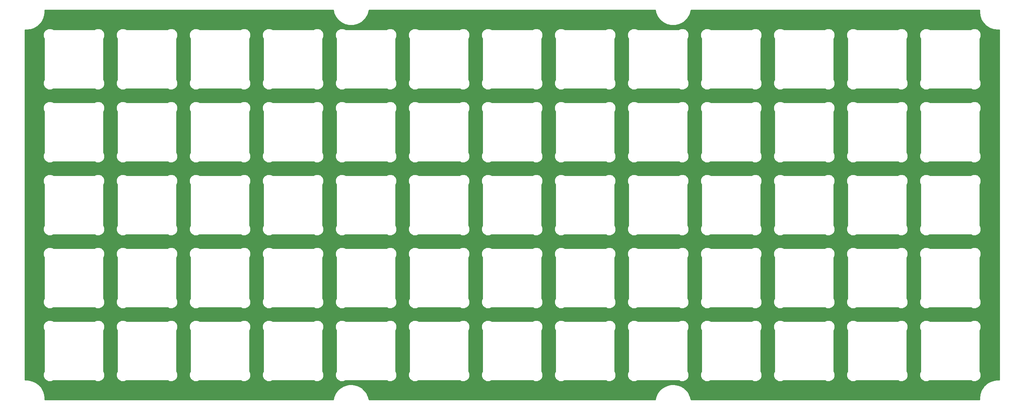
<source format=gbl>
G04 #@! TF.GenerationSoftware,KiCad,Pcbnew,5.1.9+dfsg1-1*
G04 #@! TF.CreationDate,2021-12-29T02:10:06+01:00*
G04 #@! TF.ProjectId,okey65-top-plate,6f6b6579-3635-42d7-946f-702d706c6174,rev?*
G04 #@! TF.SameCoordinates,Original*
G04 #@! TF.FileFunction,Copper,L2,Bot*
G04 #@! TF.FilePolarity,Positive*
%FSLAX46Y46*%
G04 Gerber Fmt 4.6, Leading zero omitted, Abs format (unit mm)*
G04 Created by KiCad (PCBNEW 5.1.9+dfsg1-1) date 2021-12-29 02:10:06*
%MOMM*%
%LPD*%
G01*
G04 APERTURE LIST*
G04 #@! TA.AperFunction,NonConductor*
%ADD10C,0.254000*%
G04 #@! TD*
G04 #@! TA.AperFunction,NonConductor*
%ADD11C,0.100000*%
G04 #@! TD*
G04 APERTURE END LIST*
D10*
X106683045Y-59605192D02*
X106702035Y-59666537D01*
X106719745Y-59728216D01*
X106723592Y-59737730D01*
X107021339Y-60459382D01*
X107052654Y-60518226D01*
X107083108Y-60577429D01*
X107088730Y-60586015D01*
X107520977Y-61236090D01*
X107563122Y-61287727D01*
X107604497Y-61339890D01*
X107611679Y-61347220D01*
X108161960Y-61900957D01*
X108213321Y-61943415D01*
X108264051Y-61986559D01*
X108272521Y-61992354D01*
X108919877Y-62428662D01*
X108978531Y-62460349D01*
X109036650Y-62492803D01*
X109046084Y-62496843D01*
X109765857Y-62799103D01*
X109829517Y-62818784D01*
X109892865Y-62839342D01*
X109902904Y-62841472D01*
X110667678Y-62998171D01*
X110733984Y-63005116D01*
X110800084Y-63012974D01*
X110810345Y-63013114D01*
X111590991Y-63018283D01*
X111657354Y-63012219D01*
X111723750Y-63007086D01*
X111733844Y-63005230D01*
X112500625Y-62858673D01*
X112564568Y-62839828D01*
X112628681Y-62821903D01*
X112638221Y-62818122D01*
X113361934Y-62525420D01*
X113420967Y-62494531D01*
X113480409Y-62464478D01*
X113489034Y-62458916D01*
X114142110Y-62031218D01*
X114193995Y-61989471D01*
X114246492Y-61948425D01*
X114253871Y-61941293D01*
X114811437Y-61394892D01*
X114854255Y-61343826D01*
X114897750Y-61293400D01*
X114903604Y-61284972D01*
X115344421Y-60640677D01*
X115376513Y-60582252D01*
X115409376Y-60524354D01*
X115413482Y-60514949D01*
X115720759Y-59797303D01*
X115740888Y-59733768D01*
X115761883Y-59670579D01*
X115764083Y-59660555D01*
X115896836Y-59034893D01*
X190565978Y-59034893D01*
X190683044Y-59605192D01*
X190702034Y-59666537D01*
X190719744Y-59728216D01*
X190723591Y-59737730D01*
X191021338Y-60459382D01*
X191052653Y-60518226D01*
X191083107Y-60577429D01*
X191088729Y-60586015D01*
X191520976Y-61236090D01*
X191563121Y-61287727D01*
X191604496Y-61339890D01*
X191611678Y-61347220D01*
X192161959Y-61900957D01*
X192213320Y-61943415D01*
X192264050Y-61986559D01*
X192272520Y-61992354D01*
X192919876Y-62428662D01*
X192978530Y-62460349D01*
X193036649Y-62492803D01*
X193046083Y-62496843D01*
X193765856Y-62799103D01*
X193829516Y-62818784D01*
X193892864Y-62839342D01*
X193902903Y-62841472D01*
X194667677Y-62998171D01*
X194733983Y-63005116D01*
X194800083Y-63012974D01*
X194810344Y-63013114D01*
X195590990Y-63018283D01*
X195657353Y-63012219D01*
X195723749Y-63007086D01*
X195733843Y-63005230D01*
X196500624Y-62858673D01*
X196564567Y-62839828D01*
X196628680Y-62821903D01*
X196638220Y-62818122D01*
X197361933Y-62525420D01*
X197420966Y-62494531D01*
X197480408Y-62464478D01*
X197489033Y-62458916D01*
X198142109Y-62031218D01*
X198193994Y-61989471D01*
X198246491Y-61948425D01*
X198253870Y-61941293D01*
X198811436Y-61394892D01*
X198854254Y-61343826D01*
X198897749Y-61293400D01*
X198903603Y-61284972D01*
X199344420Y-60640677D01*
X199376512Y-60582252D01*
X199409375Y-60524354D01*
X199413481Y-60514949D01*
X199720758Y-59797303D01*
X199740887Y-59733768D01*
X199761882Y-59670579D01*
X199764082Y-59660555D01*
X199896835Y-59034893D01*
X275150320Y-59034893D01*
X275150320Y-59507571D01*
X275153616Y-59541040D01*
X275153442Y-59566007D01*
X275154443Y-59576220D01*
X275236045Y-60352607D01*
X275249447Y-60417896D01*
X275261924Y-60483299D01*
X275264889Y-60493123D01*
X275495737Y-61238873D01*
X275521570Y-61300328D01*
X275546508Y-61362051D01*
X275551325Y-61371112D01*
X275922628Y-62057822D01*
X275959898Y-62113077D01*
X275996357Y-62168792D01*
X276002843Y-62176745D01*
X276500456Y-62778256D01*
X276547746Y-62825217D01*
X276594335Y-62872792D01*
X276602236Y-62879328D01*
X276602241Y-62879333D01*
X276602246Y-62879337D01*
X277207212Y-63372735D01*
X277262720Y-63409614D01*
X277317665Y-63447236D01*
X277326692Y-63452117D01*
X278015977Y-63818617D01*
X278077590Y-63844012D01*
X278138796Y-63870245D01*
X278148599Y-63873280D01*
X278895944Y-64098917D01*
X278961334Y-64111864D01*
X279026454Y-64125706D01*
X279036658Y-64126779D01*
X279036660Y-64126779D01*
X279813597Y-64202958D01*
X279849215Y-64206466D01*
X280321893Y-64206466D01*
X280321894Y-155643320D01*
X279849215Y-155643320D01*
X279815746Y-155646616D01*
X279790780Y-155646442D01*
X279780567Y-155647443D01*
X279004179Y-155729045D01*
X278938859Y-155742454D01*
X278873487Y-155754924D01*
X278863662Y-155757889D01*
X278117913Y-155988737D01*
X278056458Y-156014570D01*
X277994735Y-156039508D01*
X277985674Y-156044325D01*
X277298964Y-156415628D01*
X277243676Y-156452920D01*
X277187995Y-156489357D01*
X277180042Y-156495842D01*
X276578530Y-156993456D01*
X276531569Y-157040746D01*
X276483994Y-157087335D01*
X276477452Y-157095242D01*
X275984051Y-157700213D01*
X275947184Y-157755703D01*
X275909550Y-157810665D01*
X275904669Y-157819692D01*
X275538170Y-158508976D01*
X275512777Y-158570582D01*
X275486541Y-158631796D01*
X275483506Y-158641600D01*
X275257869Y-159388944D01*
X275244923Y-159454327D01*
X275231080Y-159519454D01*
X275230007Y-159529660D01*
X275153936Y-160305499D01*
X275150320Y-160342216D01*
X275150320Y-160814893D01*
X199897807Y-160814893D01*
X199780741Y-160244594D01*
X199761751Y-160183249D01*
X199744041Y-160121570D01*
X199740194Y-160112056D01*
X199442447Y-159390404D01*
X199411119Y-159331535D01*
X199380678Y-159272356D01*
X199375056Y-159263771D01*
X198942809Y-158613696D01*
X198900670Y-158562067D01*
X198859290Y-158509896D01*
X198852107Y-158502566D01*
X198301826Y-157948828D01*
X198250465Y-157906370D01*
X198199735Y-157863226D01*
X198191265Y-157857431D01*
X197543908Y-157421123D01*
X197485254Y-157389436D01*
X197427135Y-157356982D01*
X197417701Y-157352942D01*
X196697928Y-157050682D01*
X196634257Y-157030998D01*
X196570919Y-157010443D01*
X196560881Y-157008313D01*
X195796106Y-156851614D01*
X195729805Y-156844670D01*
X195663701Y-156836811D01*
X195653440Y-156836671D01*
X194872794Y-156831502D01*
X194806434Y-156837566D01*
X194740034Y-156842699D01*
X194729941Y-156844555D01*
X193963159Y-156991113D01*
X193899251Y-157009947D01*
X193835103Y-157027882D01*
X193825563Y-157031663D01*
X193101850Y-157324365D01*
X193042802Y-157355262D01*
X192983374Y-157385308D01*
X192974754Y-157390867D01*
X192974751Y-157390869D01*
X192974750Y-157390870D01*
X192321673Y-157818567D01*
X192269731Y-157860361D01*
X192217292Y-157901361D01*
X192209912Y-157908492D01*
X191652347Y-158454894D01*
X191609545Y-158505940D01*
X191566034Y-158556385D01*
X191560184Y-158564808D01*
X191560180Y-158564813D01*
X191560177Y-158564818D01*
X191119363Y-159209109D01*
X191087287Y-159267505D01*
X191054407Y-159325432D01*
X191050302Y-159334838D01*
X190743025Y-160052483D01*
X190722896Y-160116018D01*
X190701901Y-160179207D01*
X190699701Y-160189231D01*
X190566948Y-160814893D01*
X115897808Y-160814893D01*
X115780742Y-160244594D01*
X115761752Y-160183249D01*
X115744042Y-160121570D01*
X115740195Y-160112056D01*
X115442448Y-159390404D01*
X115411120Y-159331535D01*
X115380679Y-159272356D01*
X115375057Y-159263771D01*
X114942810Y-158613696D01*
X114900671Y-158562067D01*
X114859291Y-158509896D01*
X114852108Y-158502566D01*
X114301827Y-157948828D01*
X114250466Y-157906370D01*
X114199736Y-157863226D01*
X114191266Y-157857431D01*
X113543909Y-157421123D01*
X113485255Y-157389436D01*
X113427136Y-157356982D01*
X113417702Y-157352942D01*
X112697929Y-157050682D01*
X112634258Y-157030998D01*
X112570920Y-157010443D01*
X112560882Y-157008313D01*
X111796107Y-156851614D01*
X111729806Y-156844670D01*
X111663702Y-156836811D01*
X111653441Y-156836671D01*
X110872795Y-156831502D01*
X110806435Y-156837566D01*
X110740035Y-156842699D01*
X110729942Y-156844555D01*
X109963160Y-156991113D01*
X109899252Y-157009947D01*
X109835104Y-157027882D01*
X109825564Y-157031663D01*
X109101851Y-157324365D01*
X109042803Y-157355262D01*
X108983375Y-157385308D01*
X108974755Y-157390867D01*
X108974752Y-157390869D01*
X108974751Y-157390870D01*
X108321674Y-157818567D01*
X108269732Y-157860361D01*
X108217293Y-157901361D01*
X108209913Y-157908492D01*
X107652348Y-158454894D01*
X107609546Y-158505940D01*
X107566035Y-158556385D01*
X107560185Y-158564808D01*
X107560181Y-158564813D01*
X107560178Y-158564818D01*
X107119364Y-159209109D01*
X107087288Y-159267505D01*
X107054408Y-159325432D01*
X107050303Y-159334838D01*
X106743026Y-160052483D01*
X106722897Y-160116018D01*
X106701902Y-160179207D01*
X106699702Y-160189231D01*
X106566949Y-160814893D01*
X31313466Y-160814893D01*
X31313466Y-160342215D01*
X31310170Y-160308746D01*
X31310344Y-160283780D01*
X31309343Y-160273567D01*
X31227741Y-159497179D01*
X31214332Y-159431859D01*
X31201862Y-159366487D01*
X31198897Y-159356662D01*
X30968049Y-158610913D01*
X30942216Y-158549458D01*
X30917278Y-158487735D01*
X30912461Y-158478674D01*
X30541158Y-157791964D01*
X30503866Y-157736676D01*
X30467429Y-157680995D01*
X30460944Y-157673042D01*
X29963330Y-157071530D01*
X29916040Y-157024569D01*
X29869451Y-156976994D01*
X29861544Y-156970452D01*
X29256573Y-156477051D01*
X29201083Y-156440184D01*
X29146121Y-156402550D01*
X29137094Y-156397669D01*
X28447810Y-156031170D01*
X28386204Y-156005777D01*
X28324990Y-155979541D01*
X28315190Y-155976507D01*
X28315184Y-155976505D01*
X27567842Y-155750869D01*
X27502459Y-155737923D01*
X27437332Y-155724080D01*
X27427128Y-155723007D01*
X27427126Y-155723007D01*
X26650189Y-155646828D01*
X26614571Y-155643320D01*
X26141893Y-155643320D01*
X26141893Y-141799550D01*
X30906803Y-141799550D01*
X30907769Y-141809766D01*
X30927492Y-142003933D01*
X30940664Y-142069261D01*
X30952914Y-142134715D01*
X30955845Y-142144549D01*
X31012906Y-142331187D01*
X31038516Y-142392712D01*
X31063245Y-142454539D01*
X31068031Y-142463617D01*
X31160256Y-142635617D01*
X31196893Y-142690345D01*
X31196894Y-153359279D01*
X31189625Y-153370473D01*
X31152571Y-153425823D01*
X31147785Y-153434900D01*
X31057969Y-153608172D01*
X31033206Y-153670083D01*
X31007631Y-153731524D01*
X31004698Y-153741359D01*
X30950248Y-153928775D01*
X30937981Y-153994322D01*
X30924827Y-154059561D01*
X30923862Y-154069770D01*
X30923862Y-154069772D01*
X30923861Y-154069778D01*
X30906852Y-154264202D01*
X30907550Y-154330823D01*
X30907317Y-154397425D01*
X30908354Y-154407634D01*
X30908354Y-154407640D01*
X30908355Y-154407645D01*
X30929431Y-154601658D01*
X30943064Y-154666919D01*
X30955766Y-154732265D01*
X30958766Y-154742079D01*
X31017129Y-154928314D01*
X31043171Y-154989666D01*
X31068327Y-155051309D01*
X31073176Y-155060354D01*
X31166600Y-155231706D01*
X31204053Y-155286817D01*
X31240719Y-155342423D01*
X31247233Y-155350353D01*
X31372161Y-155500295D01*
X31419611Y-155547087D01*
X31466366Y-155594499D01*
X31474295Y-155601012D01*
X31474299Y-155601016D01*
X31474303Y-155601019D01*
X31625968Y-155723836D01*
X31681604Y-155760521D01*
X31736680Y-155797951D01*
X31745724Y-155802801D01*
X31918364Y-155893824D01*
X31980108Y-155919021D01*
X32041367Y-155945024D01*
X32051180Y-155948025D01*
X32238212Y-156003781D01*
X32303613Y-156016493D01*
X32368811Y-156030114D01*
X32379020Y-156031151D01*
X32573320Y-156049518D01*
X32639929Y-156049285D01*
X32706552Y-156049983D01*
X32716769Y-156049017D01*
X32910934Y-156029294D01*
X32976277Y-156016119D01*
X33041712Y-156003873D01*
X33051547Y-156000942D01*
X33051549Y-156000941D01*
X33051551Y-156000941D01*
X33051553Y-156000940D01*
X33238185Y-155943882D01*
X33299724Y-155918266D01*
X33361541Y-155893541D01*
X33370608Y-155888761D01*
X33370617Y-155888757D01*
X33370624Y-155888752D01*
X33542621Y-155796529D01*
X33597347Y-155759893D01*
X44266280Y-155759893D01*
X44277516Y-155767189D01*
X44332824Y-155804215D01*
X44341902Y-155809002D01*
X44515173Y-155898817D01*
X44577072Y-155923575D01*
X44638525Y-155949155D01*
X44648359Y-155952088D01*
X44835776Y-156006537D01*
X44901300Y-156018800D01*
X44966563Y-156031959D01*
X44976770Y-156032924D01*
X44976775Y-156032925D01*
X44976780Y-156032925D01*
X45171203Y-156049934D01*
X45237824Y-156049236D01*
X45304426Y-156049469D01*
X45314635Y-156048432D01*
X45314642Y-156048432D01*
X45314648Y-156048431D01*
X45508659Y-156027355D01*
X45573920Y-156013722D01*
X45639266Y-156001020D01*
X45649070Y-155998023D01*
X45649075Y-155998022D01*
X45649079Y-155998020D01*
X45835315Y-155939657D01*
X45896667Y-155913615D01*
X45958310Y-155888459D01*
X45967355Y-155883610D01*
X46138707Y-155790186D01*
X46193818Y-155752733D01*
X46249424Y-155716067D01*
X46257354Y-155709553D01*
X46407296Y-155584625D01*
X46454088Y-155537175D01*
X46501500Y-155490420D01*
X46508014Y-155482490D01*
X46508017Y-155482487D01*
X46508020Y-155482483D01*
X46630837Y-155330818D01*
X46667522Y-155275182D01*
X46704952Y-155220106D01*
X46709802Y-155211062D01*
X46800825Y-155038422D01*
X46826022Y-154976678D01*
X46852025Y-154915419D01*
X46855026Y-154905606D01*
X46910782Y-154718574D01*
X46923494Y-154653173D01*
X46937115Y-154587975D01*
X46938152Y-154577766D01*
X46956519Y-154383466D01*
X46956286Y-154316857D01*
X46956984Y-154250234D01*
X46956018Y-154240017D01*
X46936295Y-154045851D01*
X46923126Y-153980539D01*
X46910875Y-153915074D01*
X46907943Y-153905240D01*
X46907942Y-153905235D01*
X46907940Y-153905230D01*
X46850883Y-153718601D01*
X46825267Y-153657062D01*
X46800542Y-153595245D01*
X46795762Y-153586178D01*
X46795758Y-153586169D01*
X46795753Y-153586162D01*
X46703530Y-153414166D01*
X46666893Y-153359438D01*
X46666893Y-142690506D01*
X46674189Y-142679270D01*
X46711215Y-142623962D01*
X46716002Y-142614884D01*
X46805817Y-142441613D01*
X46830565Y-142379739D01*
X46856155Y-142318262D01*
X46859087Y-142308428D01*
X46913537Y-142121012D01*
X46925798Y-142055498D01*
X46938959Y-141990228D01*
X46939925Y-141980011D01*
X46955713Y-141799550D01*
X49956803Y-141799550D01*
X49957769Y-141809766D01*
X49977492Y-142003933D01*
X49990664Y-142069261D01*
X50002914Y-142134715D01*
X50005845Y-142144549D01*
X50062906Y-142331187D01*
X50088516Y-142392712D01*
X50113245Y-142454539D01*
X50118031Y-142463617D01*
X50210256Y-142635617D01*
X50246893Y-142690345D01*
X50246894Y-153359279D01*
X50239625Y-153370473D01*
X50202571Y-153425823D01*
X50197785Y-153434900D01*
X50107969Y-153608172D01*
X50083206Y-153670083D01*
X50057631Y-153731524D01*
X50054698Y-153741359D01*
X50000248Y-153928775D01*
X49987981Y-153994322D01*
X49974827Y-154059561D01*
X49973862Y-154069770D01*
X49973862Y-154069772D01*
X49973861Y-154069778D01*
X49956852Y-154264202D01*
X49957550Y-154330823D01*
X49957317Y-154397425D01*
X49958354Y-154407634D01*
X49958354Y-154407640D01*
X49958355Y-154407645D01*
X49979431Y-154601658D01*
X49993064Y-154666919D01*
X50005766Y-154732265D01*
X50008766Y-154742079D01*
X50067129Y-154928314D01*
X50093171Y-154989666D01*
X50118327Y-155051309D01*
X50123176Y-155060354D01*
X50216600Y-155231706D01*
X50254053Y-155286817D01*
X50290719Y-155342423D01*
X50297233Y-155350353D01*
X50422161Y-155500295D01*
X50469611Y-155547087D01*
X50516366Y-155594499D01*
X50524295Y-155601012D01*
X50524299Y-155601016D01*
X50524303Y-155601019D01*
X50675968Y-155723836D01*
X50731604Y-155760521D01*
X50786680Y-155797951D01*
X50795724Y-155802801D01*
X50968364Y-155893824D01*
X51030108Y-155919021D01*
X51091367Y-155945024D01*
X51101180Y-155948025D01*
X51288212Y-156003781D01*
X51353613Y-156016493D01*
X51418811Y-156030114D01*
X51429020Y-156031151D01*
X51623320Y-156049518D01*
X51689929Y-156049285D01*
X51756552Y-156049983D01*
X51766769Y-156049017D01*
X51960934Y-156029294D01*
X52026277Y-156016119D01*
X52091712Y-156003873D01*
X52101547Y-156000942D01*
X52101549Y-156000941D01*
X52101551Y-156000941D01*
X52101553Y-156000940D01*
X52288185Y-155943882D01*
X52349724Y-155918266D01*
X52411541Y-155893541D01*
X52420608Y-155888761D01*
X52420617Y-155888757D01*
X52420624Y-155888752D01*
X52592621Y-155796529D01*
X52647347Y-155759893D01*
X63316280Y-155759893D01*
X63327516Y-155767189D01*
X63382824Y-155804215D01*
X63391902Y-155809002D01*
X63565173Y-155898817D01*
X63627072Y-155923575D01*
X63688525Y-155949155D01*
X63698359Y-155952088D01*
X63885776Y-156006537D01*
X63951300Y-156018800D01*
X64016563Y-156031959D01*
X64026770Y-156032924D01*
X64026775Y-156032925D01*
X64026780Y-156032925D01*
X64221203Y-156049934D01*
X64287824Y-156049236D01*
X64354426Y-156049469D01*
X64364635Y-156048432D01*
X64364642Y-156048432D01*
X64364648Y-156048431D01*
X64558659Y-156027355D01*
X64623920Y-156013722D01*
X64689266Y-156001020D01*
X64699070Y-155998023D01*
X64699075Y-155998022D01*
X64699079Y-155998020D01*
X64885315Y-155939657D01*
X64946667Y-155913615D01*
X65008310Y-155888459D01*
X65017355Y-155883610D01*
X65188707Y-155790186D01*
X65243818Y-155752733D01*
X65299424Y-155716067D01*
X65307354Y-155709553D01*
X65457296Y-155584625D01*
X65504088Y-155537175D01*
X65551500Y-155490420D01*
X65558014Y-155482490D01*
X65558017Y-155482487D01*
X65558020Y-155482483D01*
X65680837Y-155330818D01*
X65717522Y-155275182D01*
X65754952Y-155220106D01*
X65759802Y-155211062D01*
X65850825Y-155038422D01*
X65876022Y-154976678D01*
X65902025Y-154915419D01*
X65905026Y-154905606D01*
X65960782Y-154718574D01*
X65973494Y-154653173D01*
X65987115Y-154587975D01*
X65988152Y-154577766D01*
X66006519Y-154383466D01*
X66006286Y-154316857D01*
X66006984Y-154250234D01*
X66006018Y-154240017D01*
X65986295Y-154045851D01*
X65973126Y-153980539D01*
X65960875Y-153915074D01*
X65957943Y-153905240D01*
X65957942Y-153905235D01*
X65957940Y-153905230D01*
X65900883Y-153718601D01*
X65875267Y-153657062D01*
X65850542Y-153595245D01*
X65845762Y-153586178D01*
X65845758Y-153586169D01*
X65845753Y-153586162D01*
X65753530Y-153414166D01*
X65716893Y-153359438D01*
X65716893Y-142690506D01*
X65724189Y-142679270D01*
X65761215Y-142623962D01*
X65766002Y-142614884D01*
X65855817Y-142441613D01*
X65880565Y-142379739D01*
X65906155Y-142318262D01*
X65909087Y-142308428D01*
X65963537Y-142121012D01*
X65975798Y-142055498D01*
X65988959Y-141990228D01*
X65989925Y-141980011D01*
X66005713Y-141799550D01*
X69006803Y-141799550D01*
X69007769Y-141809766D01*
X69027492Y-142003933D01*
X69040664Y-142069261D01*
X69052914Y-142134715D01*
X69055845Y-142144549D01*
X69112906Y-142331187D01*
X69138516Y-142392712D01*
X69163245Y-142454539D01*
X69168031Y-142463617D01*
X69260256Y-142635617D01*
X69296893Y-142690345D01*
X69296894Y-153359279D01*
X69289625Y-153370473D01*
X69252571Y-153425823D01*
X69247785Y-153434900D01*
X69157969Y-153608172D01*
X69133206Y-153670083D01*
X69107631Y-153731524D01*
X69104698Y-153741359D01*
X69050248Y-153928775D01*
X69037981Y-153994322D01*
X69024827Y-154059561D01*
X69023862Y-154069770D01*
X69023862Y-154069772D01*
X69023861Y-154069778D01*
X69006852Y-154264202D01*
X69007550Y-154330823D01*
X69007317Y-154397425D01*
X69008354Y-154407634D01*
X69008354Y-154407640D01*
X69008355Y-154407645D01*
X69029431Y-154601658D01*
X69043064Y-154666919D01*
X69055766Y-154732265D01*
X69058766Y-154742079D01*
X69117129Y-154928314D01*
X69143171Y-154989666D01*
X69168327Y-155051309D01*
X69173176Y-155060354D01*
X69266600Y-155231706D01*
X69304053Y-155286817D01*
X69340719Y-155342423D01*
X69347233Y-155350353D01*
X69472161Y-155500295D01*
X69519611Y-155547087D01*
X69566366Y-155594499D01*
X69574295Y-155601012D01*
X69574299Y-155601016D01*
X69574303Y-155601019D01*
X69725968Y-155723836D01*
X69781604Y-155760521D01*
X69836680Y-155797951D01*
X69845724Y-155802801D01*
X70018364Y-155893824D01*
X70080108Y-155919021D01*
X70141367Y-155945024D01*
X70151180Y-155948025D01*
X70338212Y-156003781D01*
X70403613Y-156016493D01*
X70468811Y-156030114D01*
X70479020Y-156031151D01*
X70673320Y-156049518D01*
X70739929Y-156049285D01*
X70806552Y-156049983D01*
X70816769Y-156049017D01*
X71010934Y-156029294D01*
X71076277Y-156016119D01*
X71141712Y-156003873D01*
X71151547Y-156000942D01*
X71151549Y-156000941D01*
X71151551Y-156000941D01*
X71151553Y-156000940D01*
X71338185Y-155943882D01*
X71399724Y-155918266D01*
X71461541Y-155893541D01*
X71470608Y-155888761D01*
X71470617Y-155888757D01*
X71470624Y-155888752D01*
X71642621Y-155796529D01*
X71697347Y-155759893D01*
X82366280Y-155759893D01*
X82377516Y-155767189D01*
X82432824Y-155804215D01*
X82441902Y-155809002D01*
X82615173Y-155898817D01*
X82677072Y-155923575D01*
X82738525Y-155949155D01*
X82748359Y-155952088D01*
X82935776Y-156006537D01*
X83001300Y-156018800D01*
X83066563Y-156031959D01*
X83076770Y-156032924D01*
X83076775Y-156032925D01*
X83076780Y-156032925D01*
X83271203Y-156049934D01*
X83337824Y-156049236D01*
X83404426Y-156049469D01*
X83414635Y-156048432D01*
X83414642Y-156048432D01*
X83414648Y-156048431D01*
X83608659Y-156027355D01*
X83673920Y-156013722D01*
X83739266Y-156001020D01*
X83749070Y-155998023D01*
X83749075Y-155998022D01*
X83749079Y-155998020D01*
X83935315Y-155939657D01*
X83996667Y-155913615D01*
X84058310Y-155888459D01*
X84067355Y-155883610D01*
X84238707Y-155790186D01*
X84293818Y-155752733D01*
X84349424Y-155716067D01*
X84357354Y-155709553D01*
X84507296Y-155584625D01*
X84554088Y-155537175D01*
X84601500Y-155490420D01*
X84608014Y-155482490D01*
X84608017Y-155482487D01*
X84608020Y-155482483D01*
X84730837Y-155330818D01*
X84767522Y-155275182D01*
X84804952Y-155220106D01*
X84809802Y-155211062D01*
X84900825Y-155038422D01*
X84926022Y-154976678D01*
X84952025Y-154915419D01*
X84955026Y-154905606D01*
X85010782Y-154718574D01*
X85023494Y-154653173D01*
X85037115Y-154587975D01*
X85038152Y-154577766D01*
X85056519Y-154383466D01*
X85056286Y-154316857D01*
X85056984Y-154250234D01*
X85056018Y-154240017D01*
X85036295Y-154045851D01*
X85023126Y-153980539D01*
X85010875Y-153915074D01*
X85007943Y-153905240D01*
X85007942Y-153905235D01*
X85007940Y-153905230D01*
X84950883Y-153718601D01*
X84925267Y-153657062D01*
X84900542Y-153595245D01*
X84895762Y-153586178D01*
X84895758Y-153586169D01*
X84895753Y-153586162D01*
X84803530Y-153414166D01*
X84766893Y-153359438D01*
X84766893Y-142690506D01*
X84774189Y-142679270D01*
X84811215Y-142623962D01*
X84816002Y-142614884D01*
X84905817Y-142441613D01*
X84930565Y-142379739D01*
X84956155Y-142318262D01*
X84959087Y-142308428D01*
X85013537Y-142121012D01*
X85025798Y-142055498D01*
X85038959Y-141990228D01*
X85039925Y-141980011D01*
X85055713Y-141799550D01*
X88056803Y-141799550D01*
X88057769Y-141809766D01*
X88077492Y-142003933D01*
X88090664Y-142069261D01*
X88102914Y-142134715D01*
X88105845Y-142144549D01*
X88162906Y-142331187D01*
X88188516Y-142392712D01*
X88213245Y-142454539D01*
X88218031Y-142463617D01*
X88310256Y-142635617D01*
X88346893Y-142690345D01*
X88346894Y-153359279D01*
X88339625Y-153370473D01*
X88302571Y-153425823D01*
X88297785Y-153434900D01*
X88207969Y-153608172D01*
X88183206Y-153670083D01*
X88157631Y-153731524D01*
X88154698Y-153741359D01*
X88100248Y-153928775D01*
X88087981Y-153994322D01*
X88074827Y-154059561D01*
X88073862Y-154069770D01*
X88073862Y-154069772D01*
X88073861Y-154069778D01*
X88056852Y-154264202D01*
X88057550Y-154330823D01*
X88057317Y-154397425D01*
X88058354Y-154407634D01*
X88058354Y-154407640D01*
X88058355Y-154407645D01*
X88079431Y-154601658D01*
X88093064Y-154666919D01*
X88105766Y-154732265D01*
X88108766Y-154742079D01*
X88167129Y-154928314D01*
X88193171Y-154989666D01*
X88218327Y-155051309D01*
X88223176Y-155060354D01*
X88316600Y-155231706D01*
X88354053Y-155286817D01*
X88390719Y-155342423D01*
X88397233Y-155350353D01*
X88522161Y-155500295D01*
X88569611Y-155547087D01*
X88616366Y-155594499D01*
X88624295Y-155601012D01*
X88624299Y-155601016D01*
X88624303Y-155601019D01*
X88775968Y-155723836D01*
X88831604Y-155760521D01*
X88886680Y-155797951D01*
X88895724Y-155802801D01*
X89068364Y-155893824D01*
X89130108Y-155919021D01*
X89191367Y-155945024D01*
X89201180Y-155948025D01*
X89388212Y-156003781D01*
X89453613Y-156016493D01*
X89518811Y-156030114D01*
X89529020Y-156031151D01*
X89723320Y-156049518D01*
X89789929Y-156049285D01*
X89856552Y-156049983D01*
X89866769Y-156049017D01*
X90060934Y-156029294D01*
X90126277Y-156016119D01*
X90191712Y-156003873D01*
X90201547Y-156000942D01*
X90201549Y-156000941D01*
X90201551Y-156000941D01*
X90201553Y-156000940D01*
X90388185Y-155943882D01*
X90449724Y-155918266D01*
X90511541Y-155893541D01*
X90520608Y-155888761D01*
X90520617Y-155888757D01*
X90520624Y-155888752D01*
X90692621Y-155796529D01*
X90747347Y-155759893D01*
X101416280Y-155759893D01*
X101427516Y-155767189D01*
X101482824Y-155804215D01*
X101491902Y-155809002D01*
X101665173Y-155898817D01*
X101727072Y-155923575D01*
X101788525Y-155949155D01*
X101798359Y-155952088D01*
X101985776Y-156006537D01*
X102051300Y-156018800D01*
X102116563Y-156031959D01*
X102126770Y-156032924D01*
X102126775Y-156032925D01*
X102126780Y-156032925D01*
X102321203Y-156049934D01*
X102387824Y-156049236D01*
X102454426Y-156049469D01*
X102464635Y-156048432D01*
X102464642Y-156048432D01*
X102464648Y-156048431D01*
X102658659Y-156027355D01*
X102723920Y-156013722D01*
X102789266Y-156001020D01*
X102799070Y-155998023D01*
X102799075Y-155998022D01*
X102799079Y-155998020D01*
X102985315Y-155939657D01*
X103046667Y-155913615D01*
X103108310Y-155888459D01*
X103117355Y-155883610D01*
X103288707Y-155790186D01*
X103343818Y-155752733D01*
X103399424Y-155716067D01*
X103407354Y-155709553D01*
X103557296Y-155584625D01*
X103604088Y-155537175D01*
X103651500Y-155490420D01*
X103658014Y-155482490D01*
X103658017Y-155482487D01*
X103658020Y-155482483D01*
X103780837Y-155330818D01*
X103817522Y-155275182D01*
X103854952Y-155220106D01*
X103859802Y-155211062D01*
X103950825Y-155038422D01*
X103976022Y-154976678D01*
X104002025Y-154915419D01*
X104005026Y-154905606D01*
X104060782Y-154718574D01*
X104073494Y-154653173D01*
X104087115Y-154587975D01*
X104088152Y-154577766D01*
X104106519Y-154383466D01*
X104106286Y-154316857D01*
X104106984Y-154250234D01*
X104106018Y-154240017D01*
X104086295Y-154045851D01*
X104073126Y-153980539D01*
X104060875Y-153915074D01*
X104057943Y-153905240D01*
X104057942Y-153905235D01*
X104057940Y-153905230D01*
X104000883Y-153718601D01*
X103975267Y-153657062D01*
X103950542Y-153595245D01*
X103945762Y-153586178D01*
X103945758Y-153586169D01*
X103945753Y-153586162D01*
X103853530Y-153414166D01*
X103816893Y-153359438D01*
X103816893Y-142690506D01*
X103824189Y-142679270D01*
X103861215Y-142623962D01*
X103866002Y-142614884D01*
X103955817Y-142441613D01*
X103980565Y-142379739D01*
X104006155Y-142318262D01*
X104009087Y-142308428D01*
X104063537Y-142121012D01*
X104075798Y-142055498D01*
X104088959Y-141990228D01*
X104089925Y-141980011D01*
X104105713Y-141799550D01*
X107106803Y-141799550D01*
X107107769Y-141809766D01*
X107127492Y-142003933D01*
X107140664Y-142069261D01*
X107152914Y-142134715D01*
X107155845Y-142144549D01*
X107212906Y-142331187D01*
X107238516Y-142392712D01*
X107263245Y-142454539D01*
X107268031Y-142463617D01*
X107360256Y-142635617D01*
X107396893Y-142690345D01*
X107396894Y-153359279D01*
X107389625Y-153370473D01*
X107352571Y-153425823D01*
X107347785Y-153434900D01*
X107257969Y-153608172D01*
X107233206Y-153670083D01*
X107207631Y-153731524D01*
X107204698Y-153741359D01*
X107150248Y-153928775D01*
X107137981Y-153994322D01*
X107124827Y-154059561D01*
X107123862Y-154069770D01*
X107123862Y-154069772D01*
X107123861Y-154069778D01*
X107106852Y-154264202D01*
X107107550Y-154330823D01*
X107107317Y-154397425D01*
X107108354Y-154407634D01*
X107108354Y-154407640D01*
X107108355Y-154407645D01*
X107129431Y-154601658D01*
X107143064Y-154666919D01*
X107155766Y-154732265D01*
X107158766Y-154742079D01*
X107217129Y-154928314D01*
X107243171Y-154989666D01*
X107268327Y-155051309D01*
X107273176Y-155060354D01*
X107366600Y-155231706D01*
X107404053Y-155286817D01*
X107440719Y-155342423D01*
X107447233Y-155350353D01*
X107572161Y-155500295D01*
X107619611Y-155547087D01*
X107666366Y-155594499D01*
X107674295Y-155601012D01*
X107674299Y-155601016D01*
X107674303Y-155601019D01*
X107825968Y-155723836D01*
X107881604Y-155760521D01*
X107936680Y-155797951D01*
X107945724Y-155802801D01*
X108118364Y-155893824D01*
X108180108Y-155919021D01*
X108241367Y-155945024D01*
X108251180Y-155948025D01*
X108438212Y-156003781D01*
X108503613Y-156016493D01*
X108568811Y-156030114D01*
X108579020Y-156031151D01*
X108773320Y-156049518D01*
X108839929Y-156049285D01*
X108906552Y-156049983D01*
X108916769Y-156049017D01*
X109110934Y-156029294D01*
X109176277Y-156016119D01*
X109241712Y-156003873D01*
X109251547Y-156000942D01*
X109251549Y-156000941D01*
X109251551Y-156000941D01*
X109251553Y-156000940D01*
X109438185Y-155943882D01*
X109499724Y-155918266D01*
X109561541Y-155893541D01*
X109570608Y-155888761D01*
X109570617Y-155888757D01*
X109570624Y-155888752D01*
X109742621Y-155796529D01*
X109797347Y-155759893D01*
X120466280Y-155759893D01*
X120477516Y-155767189D01*
X120532824Y-155804215D01*
X120541902Y-155809002D01*
X120715173Y-155898817D01*
X120777072Y-155923575D01*
X120838525Y-155949155D01*
X120848359Y-155952088D01*
X121035776Y-156006537D01*
X121101300Y-156018800D01*
X121166563Y-156031959D01*
X121176770Y-156032924D01*
X121176775Y-156032925D01*
X121176780Y-156032925D01*
X121371203Y-156049934D01*
X121437824Y-156049236D01*
X121504426Y-156049469D01*
X121514635Y-156048432D01*
X121514642Y-156048432D01*
X121514648Y-156048431D01*
X121708659Y-156027355D01*
X121773920Y-156013722D01*
X121839266Y-156001020D01*
X121849070Y-155998023D01*
X121849075Y-155998022D01*
X121849079Y-155998020D01*
X122035315Y-155939657D01*
X122096667Y-155913615D01*
X122158310Y-155888459D01*
X122167355Y-155883610D01*
X122338707Y-155790186D01*
X122393818Y-155752733D01*
X122449424Y-155716067D01*
X122457354Y-155709553D01*
X122607296Y-155584625D01*
X122654088Y-155537175D01*
X122701500Y-155490420D01*
X122708014Y-155482490D01*
X122708017Y-155482487D01*
X122708020Y-155482483D01*
X122830837Y-155330818D01*
X122867522Y-155275182D01*
X122904952Y-155220106D01*
X122909802Y-155211062D01*
X123000825Y-155038422D01*
X123026022Y-154976678D01*
X123052025Y-154915419D01*
X123055026Y-154905606D01*
X123110782Y-154718574D01*
X123123494Y-154653173D01*
X123137115Y-154587975D01*
X123138152Y-154577766D01*
X123156519Y-154383466D01*
X123156286Y-154316857D01*
X123156984Y-154250234D01*
X123156018Y-154240017D01*
X123136295Y-154045851D01*
X123123126Y-153980539D01*
X123110875Y-153915074D01*
X123107943Y-153905240D01*
X123107942Y-153905235D01*
X123107940Y-153905230D01*
X123050883Y-153718601D01*
X123025267Y-153657062D01*
X123000542Y-153595245D01*
X122995762Y-153586178D01*
X122995758Y-153586169D01*
X122995753Y-153586162D01*
X122903530Y-153414166D01*
X122866893Y-153359438D01*
X122866893Y-142690506D01*
X122874189Y-142679270D01*
X122911215Y-142623962D01*
X122916002Y-142614884D01*
X123005817Y-142441613D01*
X123030565Y-142379739D01*
X123056155Y-142318262D01*
X123059087Y-142308428D01*
X123113537Y-142121012D01*
X123125798Y-142055498D01*
X123138959Y-141990228D01*
X123139925Y-141980011D01*
X123155713Y-141799550D01*
X126156803Y-141799550D01*
X126157769Y-141809766D01*
X126177492Y-142003933D01*
X126190664Y-142069261D01*
X126202914Y-142134715D01*
X126205845Y-142144549D01*
X126262906Y-142331187D01*
X126288516Y-142392712D01*
X126313245Y-142454539D01*
X126318031Y-142463617D01*
X126410256Y-142635617D01*
X126446894Y-142690347D01*
X126446893Y-153359280D01*
X126439625Y-153370473D01*
X126402571Y-153425823D01*
X126397785Y-153434900D01*
X126307969Y-153608172D01*
X126283206Y-153670083D01*
X126257631Y-153731524D01*
X126254698Y-153741359D01*
X126200248Y-153928775D01*
X126187981Y-153994322D01*
X126174827Y-154059561D01*
X126173862Y-154069770D01*
X126173862Y-154069772D01*
X126173861Y-154069778D01*
X126156852Y-154264202D01*
X126157550Y-154330823D01*
X126157317Y-154397425D01*
X126158354Y-154407634D01*
X126158354Y-154407640D01*
X126158355Y-154407645D01*
X126179431Y-154601658D01*
X126193064Y-154666919D01*
X126205766Y-154732265D01*
X126208766Y-154742079D01*
X126267129Y-154928314D01*
X126293171Y-154989666D01*
X126318327Y-155051309D01*
X126323176Y-155060354D01*
X126416600Y-155231706D01*
X126454053Y-155286817D01*
X126490719Y-155342423D01*
X126497233Y-155350353D01*
X126622161Y-155500295D01*
X126669611Y-155547087D01*
X126716366Y-155594499D01*
X126724295Y-155601012D01*
X126724299Y-155601016D01*
X126724303Y-155601019D01*
X126875968Y-155723836D01*
X126931604Y-155760521D01*
X126986680Y-155797951D01*
X126995724Y-155802801D01*
X127168364Y-155893824D01*
X127230108Y-155919021D01*
X127291367Y-155945024D01*
X127301180Y-155948025D01*
X127488212Y-156003781D01*
X127553613Y-156016493D01*
X127618811Y-156030114D01*
X127629020Y-156031151D01*
X127823320Y-156049518D01*
X127889929Y-156049285D01*
X127956552Y-156049983D01*
X127966769Y-156049017D01*
X128160934Y-156029294D01*
X128226277Y-156016119D01*
X128291712Y-156003873D01*
X128301547Y-156000942D01*
X128301549Y-156000941D01*
X128301551Y-156000941D01*
X128301553Y-156000940D01*
X128488185Y-155943882D01*
X128549724Y-155918266D01*
X128611541Y-155893541D01*
X128620608Y-155888761D01*
X128620617Y-155888757D01*
X128620624Y-155888752D01*
X128792621Y-155796529D01*
X128847347Y-155759893D01*
X139516280Y-155759893D01*
X139527516Y-155767189D01*
X139582824Y-155804215D01*
X139591902Y-155809002D01*
X139765173Y-155898817D01*
X139827072Y-155923575D01*
X139888525Y-155949155D01*
X139898359Y-155952088D01*
X140085776Y-156006537D01*
X140151300Y-156018800D01*
X140216563Y-156031959D01*
X140226770Y-156032924D01*
X140226775Y-156032925D01*
X140226780Y-156032925D01*
X140421203Y-156049934D01*
X140487824Y-156049236D01*
X140554426Y-156049469D01*
X140564635Y-156048432D01*
X140564642Y-156048432D01*
X140564648Y-156048431D01*
X140758659Y-156027355D01*
X140823920Y-156013722D01*
X140889266Y-156001020D01*
X140899070Y-155998023D01*
X140899075Y-155998022D01*
X140899079Y-155998020D01*
X141085315Y-155939657D01*
X141146667Y-155913615D01*
X141208310Y-155888459D01*
X141217355Y-155883610D01*
X141388707Y-155790186D01*
X141443818Y-155752733D01*
X141499424Y-155716067D01*
X141507354Y-155709553D01*
X141657296Y-155584625D01*
X141704088Y-155537175D01*
X141751500Y-155490420D01*
X141758014Y-155482490D01*
X141758017Y-155482487D01*
X141758020Y-155482483D01*
X141880837Y-155330818D01*
X141917522Y-155275182D01*
X141954952Y-155220106D01*
X141959802Y-155211062D01*
X142050825Y-155038422D01*
X142076022Y-154976678D01*
X142102025Y-154915419D01*
X142105026Y-154905606D01*
X142160782Y-154718574D01*
X142173494Y-154653173D01*
X142187115Y-154587975D01*
X142188152Y-154577766D01*
X142206519Y-154383466D01*
X142206286Y-154316857D01*
X142206984Y-154250234D01*
X142206018Y-154240017D01*
X142186295Y-154045851D01*
X142173126Y-153980539D01*
X142160875Y-153915074D01*
X142157943Y-153905240D01*
X142157942Y-153905235D01*
X142157940Y-153905230D01*
X142100883Y-153718601D01*
X142075267Y-153657062D01*
X142050542Y-153595245D01*
X142045762Y-153586178D01*
X142045758Y-153586169D01*
X142045753Y-153586162D01*
X141953530Y-153414166D01*
X141916893Y-153359438D01*
X141916893Y-142690506D01*
X141924189Y-142679270D01*
X141961215Y-142623962D01*
X141966002Y-142614884D01*
X142055817Y-142441613D01*
X142080565Y-142379739D01*
X142106155Y-142318262D01*
X142109087Y-142308428D01*
X142163537Y-142121012D01*
X142175798Y-142055498D01*
X142188959Y-141990228D01*
X142189925Y-141980011D01*
X142205713Y-141799550D01*
X145206803Y-141799550D01*
X145207769Y-141809766D01*
X145227492Y-142003933D01*
X145240664Y-142069261D01*
X145252914Y-142134715D01*
X145255845Y-142144549D01*
X145312906Y-142331187D01*
X145338516Y-142392712D01*
X145363245Y-142454539D01*
X145368031Y-142463617D01*
X145460256Y-142635617D01*
X145496894Y-142690347D01*
X145496893Y-153359280D01*
X145489625Y-153370473D01*
X145452571Y-153425823D01*
X145447785Y-153434900D01*
X145357969Y-153608172D01*
X145333206Y-153670083D01*
X145307631Y-153731524D01*
X145304698Y-153741359D01*
X145250248Y-153928775D01*
X145237981Y-153994322D01*
X145224827Y-154059561D01*
X145223862Y-154069770D01*
X145223862Y-154069772D01*
X145223861Y-154069778D01*
X145206852Y-154264202D01*
X145207550Y-154330823D01*
X145207317Y-154397425D01*
X145208354Y-154407634D01*
X145208354Y-154407640D01*
X145208355Y-154407645D01*
X145229431Y-154601658D01*
X145243064Y-154666919D01*
X145255766Y-154732265D01*
X145258766Y-154742079D01*
X145317129Y-154928314D01*
X145343171Y-154989666D01*
X145368327Y-155051309D01*
X145373176Y-155060354D01*
X145466600Y-155231706D01*
X145504053Y-155286817D01*
X145540719Y-155342423D01*
X145547233Y-155350353D01*
X145672161Y-155500295D01*
X145719611Y-155547087D01*
X145766366Y-155594499D01*
X145774295Y-155601012D01*
X145774299Y-155601016D01*
X145774303Y-155601019D01*
X145925968Y-155723836D01*
X145981604Y-155760521D01*
X146036680Y-155797951D01*
X146045724Y-155802801D01*
X146218364Y-155893824D01*
X146280108Y-155919021D01*
X146341367Y-155945024D01*
X146351180Y-155948025D01*
X146538212Y-156003781D01*
X146603613Y-156016493D01*
X146668811Y-156030114D01*
X146679020Y-156031151D01*
X146873320Y-156049518D01*
X146939929Y-156049285D01*
X147006552Y-156049983D01*
X147016769Y-156049017D01*
X147210934Y-156029294D01*
X147276277Y-156016119D01*
X147341712Y-156003873D01*
X147351547Y-156000942D01*
X147351549Y-156000941D01*
X147351551Y-156000941D01*
X147351553Y-156000940D01*
X147538185Y-155943882D01*
X147599724Y-155918266D01*
X147661541Y-155893541D01*
X147670608Y-155888761D01*
X147670617Y-155888757D01*
X147670624Y-155888752D01*
X147842621Y-155796529D01*
X147897347Y-155759893D01*
X158566279Y-155759893D01*
X158577515Y-155767189D01*
X158632823Y-155804215D01*
X158641901Y-155809002D01*
X158815172Y-155898817D01*
X158877071Y-155923575D01*
X158938524Y-155949155D01*
X158948358Y-155952088D01*
X159135775Y-156006537D01*
X159201299Y-156018800D01*
X159266562Y-156031959D01*
X159276769Y-156032924D01*
X159276774Y-156032925D01*
X159276779Y-156032925D01*
X159471202Y-156049934D01*
X159537823Y-156049236D01*
X159604425Y-156049469D01*
X159614634Y-156048432D01*
X159614641Y-156048432D01*
X159614647Y-156048431D01*
X159808658Y-156027355D01*
X159873919Y-156013722D01*
X159939265Y-156001020D01*
X159949069Y-155998023D01*
X159949074Y-155998022D01*
X159949078Y-155998020D01*
X160135314Y-155939657D01*
X160196666Y-155913615D01*
X160258309Y-155888459D01*
X160267354Y-155883610D01*
X160438706Y-155790186D01*
X160493817Y-155752733D01*
X160549423Y-155716067D01*
X160557353Y-155709553D01*
X160707295Y-155584625D01*
X160754087Y-155537175D01*
X160801499Y-155490420D01*
X160808013Y-155482490D01*
X160808016Y-155482487D01*
X160808019Y-155482483D01*
X160930836Y-155330818D01*
X160967521Y-155275182D01*
X161004951Y-155220106D01*
X161009801Y-155211062D01*
X161100824Y-155038422D01*
X161126021Y-154976678D01*
X161152024Y-154915419D01*
X161155025Y-154905606D01*
X161210781Y-154718574D01*
X161223493Y-154653173D01*
X161237114Y-154587975D01*
X161238151Y-154577766D01*
X161256518Y-154383466D01*
X161256285Y-154316857D01*
X161256983Y-154250234D01*
X161256017Y-154240017D01*
X161236294Y-154045851D01*
X161223125Y-153980539D01*
X161210874Y-153915074D01*
X161207942Y-153905240D01*
X161207941Y-153905235D01*
X161207939Y-153905230D01*
X161150882Y-153718601D01*
X161125266Y-153657062D01*
X161100541Y-153595245D01*
X161095761Y-153586178D01*
X161095757Y-153586169D01*
X161095752Y-153586162D01*
X161003529Y-153414166D01*
X160966893Y-153359439D01*
X160966893Y-142690506D01*
X160974189Y-142679270D01*
X161011215Y-142623962D01*
X161016002Y-142614884D01*
X161105817Y-142441613D01*
X161130575Y-142379714D01*
X161156155Y-142318261D01*
X161159088Y-142308427D01*
X161213537Y-142121010D01*
X161225800Y-142055486D01*
X161238959Y-141990223D01*
X161239924Y-141980016D01*
X161239925Y-141980011D01*
X161239925Y-141980006D01*
X161255712Y-141799550D01*
X164256802Y-141799550D01*
X164257768Y-141809766D01*
X164277491Y-142003933D01*
X164290663Y-142069261D01*
X164302913Y-142134715D01*
X164305844Y-142144549D01*
X164362905Y-142331187D01*
X164388515Y-142392712D01*
X164413244Y-142454539D01*
X164418030Y-142463617D01*
X164510255Y-142635617D01*
X164546894Y-142690348D01*
X164546893Y-153359280D01*
X164539625Y-153370473D01*
X164502571Y-153425823D01*
X164497785Y-153434900D01*
X164407969Y-153608172D01*
X164383217Y-153670058D01*
X164357631Y-153731523D01*
X164354700Y-153741356D01*
X164354699Y-153741359D01*
X164300249Y-153928773D01*
X164287988Y-153994287D01*
X164274827Y-154059557D01*
X164273861Y-154069773D01*
X164256851Y-154264197D01*
X164257549Y-154330820D01*
X164257316Y-154397428D01*
X164258353Y-154407637D01*
X164279431Y-154601662D01*
X164293060Y-154666897D01*
X164305765Y-154732260D01*
X164308765Y-154742074D01*
X164367127Y-154928310D01*
X164393164Y-154989648D01*
X164418326Y-155051308D01*
X164423175Y-155060353D01*
X164516599Y-155231705D01*
X164554052Y-155286816D01*
X164590718Y-155342422D01*
X164597232Y-155350352D01*
X164722160Y-155500294D01*
X164769610Y-155547086D01*
X164816365Y-155594498D01*
X164824295Y-155601012D01*
X164824298Y-155601015D01*
X164824300Y-155601016D01*
X164975967Y-155723835D01*
X165031603Y-155760520D01*
X165086679Y-155797950D01*
X165095723Y-155802800D01*
X165268363Y-155893823D01*
X165330079Y-155919009D01*
X165391361Y-155945022D01*
X165401169Y-155948020D01*
X165401176Y-155948023D01*
X165401183Y-155948024D01*
X165588206Y-156003779D01*
X165653597Y-156016490D01*
X165718809Y-156030114D01*
X165729016Y-156031151D01*
X165729018Y-156031151D01*
X165923318Y-156049518D01*
X165989926Y-156049285D01*
X166056550Y-156049983D01*
X166066766Y-156049017D01*
X166260933Y-156029294D01*
X166326261Y-156016122D01*
X166391715Y-156003872D01*
X166401547Y-156000942D01*
X166401553Y-156000940D01*
X166588187Y-155943880D01*
X166649712Y-155918270D01*
X166711539Y-155893541D01*
X166720617Y-155888755D01*
X166892617Y-155796530D01*
X166947345Y-155759893D01*
X177616279Y-155759893D01*
X177627515Y-155767189D01*
X177682823Y-155804215D01*
X177691901Y-155809002D01*
X177865172Y-155898817D01*
X177927071Y-155923575D01*
X177988524Y-155949155D01*
X177998358Y-155952088D01*
X178185775Y-156006537D01*
X178251299Y-156018800D01*
X178316562Y-156031959D01*
X178326769Y-156032924D01*
X178326774Y-156032925D01*
X178326779Y-156032925D01*
X178521202Y-156049934D01*
X178587823Y-156049236D01*
X178654425Y-156049469D01*
X178664634Y-156048432D01*
X178664641Y-156048432D01*
X178664647Y-156048431D01*
X178858658Y-156027355D01*
X178923919Y-156013722D01*
X178989265Y-156001020D01*
X178999069Y-155998023D01*
X178999074Y-155998022D01*
X178999078Y-155998020D01*
X179185314Y-155939657D01*
X179246666Y-155913615D01*
X179308309Y-155888459D01*
X179317354Y-155883610D01*
X179488706Y-155790186D01*
X179543817Y-155752733D01*
X179599423Y-155716067D01*
X179607353Y-155709553D01*
X179757295Y-155584625D01*
X179804087Y-155537175D01*
X179851499Y-155490420D01*
X179858013Y-155482490D01*
X179858016Y-155482487D01*
X179858019Y-155482483D01*
X179980836Y-155330818D01*
X180017521Y-155275182D01*
X180054951Y-155220106D01*
X180059801Y-155211062D01*
X180150824Y-155038422D01*
X180176021Y-154976678D01*
X180202024Y-154915419D01*
X180205025Y-154905606D01*
X180260781Y-154718574D01*
X180273493Y-154653173D01*
X180287114Y-154587975D01*
X180288151Y-154577766D01*
X180306518Y-154383466D01*
X180306285Y-154316857D01*
X180306983Y-154250234D01*
X180306017Y-154240017D01*
X180286294Y-154045851D01*
X180273125Y-153980539D01*
X180260874Y-153915074D01*
X180257942Y-153905240D01*
X180257941Y-153905235D01*
X180257939Y-153905230D01*
X180200882Y-153718601D01*
X180175266Y-153657062D01*
X180150541Y-153595245D01*
X180145761Y-153586178D01*
X180145757Y-153586169D01*
X180145752Y-153586162D01*
X180053529Y-153414166D01*
X180016893Y-153359439D01*
X180016893Y-142690506D01*
X180024189Y-142679270D01*
X180061215Y-142623962D01*
X180066002Y-142614884D01*
X180155817Y-142441613D01*
X180180575Y-142379714D01*
X180206155Y-142318261D01*
X180209088Y-142308427D01*
X180263537Y-142121010D01*
X180275800Y-142055486D01*
X180288959Y-141990223D01*
X180289924Y-141980016D01*
X180289925Y-141980011D01*
X180289925Y-141980006D01*
X180305712Y-141799550D01*
X183306802Y-141799550D01*
X183307768Y-141809766D01*
X183327491Y-142003933D01*
X183340663Y-142069261D01*
X183352913Y-142134715D01*
X183355844Y-142144549D01*
X183412905Y-142331187D01*
X183438515Y-142392712D01*
X183463244Y-142454539D01*
X183468030Y-142463617D01*
X183560255Y-142635617D01*
X183596893Y-142690347D01*
X183596894Y-153359279D01*
X183589625Y-153370473D01*
X183552571Y-153425823D01*
X183547785Y-153434900D01*
X183457969Y-153608172D01*
X183433217Y-153670058D01*
X183407631Y-153731523D01*
X183404700Y-153741356D01*
X183404699Y-153741359D01*
X183350249Y-153928773D01*
X183337988Y-153994287D01*
X183324827Y-154059557D01*
X183323861Y-154069773D01*
X183306851Y-154264197D01*
X183307549Y-154330820D01*
X183307316Y-154397428D01*
X183308353Y-154407637D01*
X183329431Y-154601662D01*
X183343060Y-154666897D01*
X183355765Y-154732260D01*
X183358765Y-154742074D01*
X183417127Y-154928310D01*
X183443164Y-154989648D01*
X183468326Y-155051308D01*
X183473175Y-155060353D01*
X183566599Y-155231705D01*
X183604052Y-155286816D01*
X183640718Y-155342422D01*
X183647232Y-155350352D01*
X183772160Y-155500294D01*
X183819610Y-155547086D01*
X183866365Y-155594498D01*
X183874295Y-155601012D01*
X183874298Y-155601015D01*
X183874300Y-155601016D01*
X184025967Y-155723835D01*
X184081603Y-155760520D01*
X184136679Y-155797950D01*
X184145723Y-155802800D01*
X184318363Y-155893823D01*
X184380079Y-155919009D01*
X184441361Y-155945022D01*
X184451169Y-155948020D01*
X184451176Y-155948023D01*
X184451183Y-155948024D01*
X184638206Y-156003779D01*
X184703597Y-156016490D01*
X184768809Y-156030114D01*
X184779016Y-156031151D01*
X184779018Y-156031151D01*
X184973318Y-156049518D01*
X185039926Y-156049285D01*
X185106550Y-156049983D01*
X185116766Y-156049017D01*
X185310933Y-156029294D01*
X185376261Y-156016122D01*
X185441715Y-156003872D01*
X185451547Y-156000942D01*
X185451553Y-156000940D01*
X185638187Y-155943880D01*
X185699712Y-155918270D01*
X185761539Y-155893541D01*
X185770617Y-155888755D01*
X185942617Y-155796530D01*
X185997345Y-155759893D01*
X196666279Y-155759893D01*
X196677515Y-155767189D01*
X196732823Y-155804215D01*
X196741901Y-155809002D01*
X196915172Y-155898817D01*
X196977071Y-155923575D01*
X197038524Y-155949155D01*
X197048358Y-155952088D01*
X197235775Y-156006537D01*
X197301299Y-156018800D01*
X197366562Y-156031959D01*
X197376769Y-156032924D01*
X197376774Y-156032925D01*
X197376779Y-156032925D01*
X197571202Y-156049934D01*
X197637823Y-156049236D01*
X197704425Y-156049469D01*
X197714634Y-156048432D01*
X197714641Y-156048432D01*
X197714647Y-156048431D01*
X197908658Y-156027355D01*
X197973919Y-156013722D01*
X198039265Y-156001020D01*
X198049069Y-155998023D01*
X198049074Y-155998022D01*
X198049078Y-155998020D01*
X198235314Y-155939657D01*
X198296666Y-155913615D01*
X198358309Y-155888459D01*
X198367354Y-155883610D01*
X198538706Y-155790186D01*
X198593817Y-155752733D01*
X198649423Y-155716067D01*
X198657353Y-155709553D01*
X198807295Y-155584625D01*
X198854087Y-155537175D01*
X198901499Y-155490420D01*
X198908013Y-155482490D01*
X198908016Y-155482487D01*
X198908019Y-155482483D01*
X199030836Y-155330818D01*
X199067521Y-155275182D01*
X199104951Y-155220106D01*
X199109801Y-155211062D01*
X199200824Y-155038422D01*
X199226021Y-154976678D01*
X199252024Y-154915419D01*
X199255025Y-154905606D01*
X199310781Y-154718574D01*
X199323493Y-154653173D01*
X199337114Y-154587975D01*
X199338151Y-154577766D01*
X199356518Y-154383466D01*
X199356285Y-154316857D01*
X199356983Y-154250234D01*
X199356017Y-154240017D01*
X199336294Y-154045851D01*
X199323125Y-153980539D01*
X199310874Y-153915074D01*
X199307942Y-153905240D01*
X199307941Y-153905235D01*
X199307939Y-153905230D01*
X199250882Y-153718601D01*
X199225266Y-153657062D01*
X199200541Y-153595245D01*
X199195761Y-153586178D01*
X199195757Y-153586169D01*
X199195752Y-153586162D01*
X199103529Y-153414166D01*
X199066893Y-153359439D01*
X199066893Y-142690506D01*
X199074189Y-142679270D01*
X199111215Y-142623962D01*
X199116002Y-142614884D01*
X199205817Y-142441613D01*
X199230575Y-142379714D01*
X199256155Y-142318261D01*
X199259088Y-142308427D01*
X199313537Y-142121010D01*
X199325800Y-142055486D01*
X199338959Y-141990223D01*
X199339924Y-141980016D01*
X199339925Y-141980011D01*
X199339925Y-141980006D01*
X199355712Y-141799550D01*
X202356802Y-141799550D01*
X202357768Y-141809766D01*
X202377491Y-142003933D01*
X202390663Y-142069261D01*
X202402913Y-142134715D01*
X202405844Y-142144549D01*
X202462905Y-142331187D01*
X202488515Y-142392712D01*
X202513244Y-142454539D01*
X202518030Y-142463617D01*
X202610255Y-142635617D01*
X202646893Y-142690347D01*
X202646894Y-153359279D01*
X202639625Y-153370473D01*
X202602571Y-153425823D01*
X202597785Y-153434900D01*
X202507969Y-153608172D01*
X202483217Y-153670058D01*
X202457631Y-153731523D01*
X202454700Y-153741356D01*
X202454699Y-153741359D01*
X202400249Y-153928773D01*
X202387988Y-153994287D01*
X202374827Y-154059557D01*
X202373861Y-154069773D01*
X202356851Y-154264197D01*
X202357549Y-154330820D01*
X202357316Y-154397428D01*
X202358353Y-154407637D01*
X202379431Y-154601662D01*
X202393060Y-154666897D01*
X202405765Y-154732260D01*
X202408765Y-154742074D01*
X202467127Y-154928310D01*
X202493164Y-154989648D01*
X202518326Y-155051308D01*
X202523175Y-155060353D01*
X202616599Y-155231705D01*
X202654052Y-155286816D01*
X202690718Y-155342422D01*
X202697232Y-155350352D01*
X202822160Y-155500294D01*
X202869610Y-155547086D01*
X202916365Y-155594498D01*
X202924295Y-155601012D01*
X202924298Y-155601015D01*
X202924300Y-155601016D01*
X203075967Y-155723835D01*
X203131603Y-155760520D01*
X203186679Y-155797950D01*
X203195723Y-155802800D01*
X203368363Y-155893823D01*
X203430079Y-155919009D01*
X203491361Y-155945022D01*
X203501169Y-155948020D01*
X203501176Y-155948023D01*
X203501183Y-155948024D01*
X203688206Y-156003779D01*
X203753597Y-156016490D01*
X203818809Y-156030114D01*
X203829016Y-156031151D01*
X203829018Y-156031151D01*
X204023318Y-156049518D01*
X204089926Y-156049285D01*
X204156550Y-156049983D01*
X204166766Y-156049017D01*
X204360933Y-156029294D01*
X204426261Y-156016122D01*
X204491715Y-156003872D01*
X204501547Y-156000942D01*
X204501553Y-156000940D01*
X204688187Y-155943880D01*
X204749712Y-155918270D01*
X204811539Y-155893541D01*
X204820617Y-155888755D01*
X204992617Y-155796530D01*
X205047345Y-155759893D01*
X215716279Y-155759893D01*
X215727515Y-155767189D01*
X215782823Y-155804215D01*
X215791901Y-155809002D01*
X215965172Y-155898817D01*
X216027071Y-155923575D01*
X216088524Y-155949155D01*
X216098358Y-155952088D01*
X216285775Y-156006537D01*
X216351299Y-156018800D01*
X216416562Y-156031959D01*
X216426769Y-156032924D01*
X216426774Y-156032925D01*
X216426779Y-156032925D01*
X216621202Y-156049934D01*
X216687823Y-156049236D01*
X216754425Y-156049469D01*
X216764634Y-156048432D01*
X216764641Y-156048432D01*
X216764647Y-156048431D01*
X216958658Y-156027355D01*
X217023919Y-156013722D01*
X217089265Y-156001020D01*
X217099069Y-155998023D01*
X217099074Y-155998022D01*
X217099078Y-155998020D01*
X217285314Y-155939657D01*
X217346666Y-155913615D01*
X217408309Y-155888459D01*
X217417354Y-155883610D01*
X217588706Y-155790186D01*
X217643817Y-155752733D01*
X217699423Y-155716067D01*
X217707353Y-155709553D01*
X217857295Y-155584625D01*
X217904087Y-155537175D01*
X217951499Y-155490420D01*
X217958013Y-155482490D01*
X217958016Y-155482487D01*
X217958019Y-155482483D01*
X218080836Y-155330818D01*
X218117521Y-155275182D01*
X218154951Y-155220106D01*
X218159801Y-155211062D01*
X218250824Y-155038422D01*
X218276021Y-154976678D01*
X218302024Y-154915419D01*
X218305025Y-154905606D01*
X218360781Y-154718574D01*
X218373493Y-154653173D01*
X218387114Y-154587975D01*
X218388151Y-154577766D01*
X218406518Y-154383466D01*
X218406285Y-154316857D01*
X218406983Y-154250234D01*
X218406017Y-154240017D01*
X218386294Y-154045851D01*
X218373125Y-153980539D01*
X218360874Y-153915074D01*
X218357942Y-153905240D01*
X218357941Y-153905235D01*
X218357939Y-153905230D01*
X218300882Y-153718601D01*
X218275266Y-153657062D01*
X218250541Y-153595245D01*
X218245761Y-153586178D01*
X218245757Y-153586169D01*
X218245752Y-153586162D01*
X218153529Y-153414166D01*
X218116893Y-153359439D01*
X218116893Y-142690506D01*
X218124189Y-142679270D01*
X218161215Y-142623962D01*
X218166002Y-142614884D01*
X218255817Y-142441613D01*
X218280575Y-142379714D01*
X218306155Y-142318261D01*
X218309088Y-142308427D01*
X218363537Y-142121010D01*
X218375800Y-142055486D01*
X218388959Y-141990223D01*
X218389924Y-141980016D01*
X218389925Y-141980011D01*
X218389925Y-141980006D01*
X218405712Y-141799550D01*
X221406802Y-141799550D01*
X221407768Y-141809766D01*
X221427491Y-142003933D01*
X221440663Y-142069261D01*
X221452913Y-142134715D01*
X221455844Y-142144549D01*
X221512905Y-142331187D01*
X221538515Y-142392712D01*
X221563244Y-142454539D01*
X221568030Y-142463617D01*
X221660255Y-142635617D01*
X221696893Y-142690347D01*
X221696894Y-153359279D01*
X221689625Y-153370473D01*
X221652571Y-153425823D01*
X221647785Y-153434900D01*
X221557969Y-153608172D01*
X221533217Y-153670058D01*
X221507631Y-153731523D01*
X221504700Y-153741356D01*
X221504699Y-153741359D01*
X221450249Y-153928773D01*
X221437988Y-153994287D01*
X221424827Y-154059557D01*
X221423861Y-154069773D01*
X221406851Y-154264197D01*
X221407549Y-154330820D01*
X221407316Y-154397428D01*
X221408353Y-154407637D01*
X221429431Y-154601662D01*
X221443060Y-154666897D01*
X221455765Y-154732260D01*
X221458765Y-154742074D01*
X221517127Y-154928310D01*
X221543164Y-154989648D01*
X221568326Y-155051308D01*
X221573175Y-155060353D01*
X221666599Y-155231705D01*
X221704052Y-155286816D01*
X221740718Y-155342422D01*
X221747232Y-155350352D01*
X221872160Y-155500294D01*
X221919610Y-155547086D01*
X221966365Y-155594498D01*
X221974295Y-155601012D01*
X221974298Y-155601015D01*
X221974300Y-155601016D01*
X222125967Y-155723835D01*
X222181603Y-155760520D01*
X222236679Y-155797950D01*
X222245723Y-155802800D01*
X222418363Y-155893823D01*
X222480079Y-155919009D01*
X222541361Y-155945022D01*
X222551169Y-155948020D01*
X222551176Y-155948023D01*
X222551183Y-155948024D01*
X222738206Y-156003779D01*
X222803597Y-156016490D01*
X222868809Y-156030114D01*
X222879016Y-156031151D01*
X222879018Y-156031151D01*
X223073318Y-156049518D01*
X223139926Y-156049285D01*
X223206550Y-156049983D01*
X223216766Y-156049017D01*
X223410933Y-156029294D01*
X223476261Y-156016122D01*
X223541715Y-156003872D01*
X223551547Y-156000942D01*
X223551553Y-156000940D01*
X223738187Y-155943880D01*
X223799712Y-155918270D01*
X223861539Y-155893541D01*
X223870617Y-155888755D01*
X224042617Y-155796530D01*
X224097345Y-155759893D01*
X234766279Y-155759893D01*
X234777515Y-155767189D01*
X234832823Y-155804215D01*
X234841901Y-155809002D01*
X235015172Y-155898817D01*
X235077071Y-155923575D01*
X235138524Y-155949155D01*
X235148358Y-155952088D01*
X235335775Y-156006537D01*
X235401299Y-156018800D01*
X235466562Y-156031959D01*
X235476769Y-156032924D01*
X235476774Y-156032925D01*
X235476779Y-156032925D01*
X235671202Y-156049934D01*
X235737823Y-156049236D01*
X235804425Y-156049469D01*
X235814634Y-156048432D01*
X235814641Y-156048432D01*
X235814647Y-156048431D01*
X236008658Y-156027355D01*
X236073919Y-156013722D01*
X236139265Y-156001020D01*
X236149069Y-155998023D01*
X236149074Y-155998022D01*
X236149078Y-155998020D01*
X236335314Y-155939657D01*
X236396666Y-155913615D01*
X236458309Y-155888459D01*
X236467354Y-155883610D01*
X236638706Y-155790186D01*
X236693817Y-155752733D01*
X236749423Y-155716067D01*
X236757353Y-155709553D01*
X236907295Y-155584625D01*
X236954087Y-155537175D01*
X237001499Y-155490420D01*
X237008013Y-155482490D01*
X237008016Y-155482487D01*
X237008019Y-155482483D01*
X237130836Y-155330818D01*
X237167521Y-155275182D01*
X237204951Y-155220106D01*
X237209801Y-155211062D01*
X237300824Y-155038422D01*
X237326021Y-154976678D01*
X237352024Y-154915419D01*
X237355025Y-154905606D01*
X237410781Y-154718574D01*
X237423493Y-154653173D01*
X237437114Y-154587975D01*
X237438151Y-154577766D01*
X237456518Y-154383466D01*
X237456285Y-154316857D01*
X237456983Y-154250234D01*
X237456017Y-154240017D01*
X237436294Y-154045851D01*
X237423125Y-153980539D01*
X237410874Y-153915074D01*
X237407942Y-153905240D01*
X237407941Y-153905235D01*
X237407939Y-153905230D01*
X237350882Y-153718601D01*
X237325266Y-153657062D01*
X237300541Y-153595245D01*
X237295761Y-153586178D01*
X237295757Y-153586169D01*
X237295752Y-153586162D01*
X237203529Y-153414166D01*
X237166893Y-153359439D01*
X237166893Y-142690506D01*
X237174189Y-142679270D01*
X237211215Y-142623962D01*
X237216002Y-142614884D01*
X237305817Y-142441613D01*
X237330575Y-142379714D01*
X237356155Y-142318261D01*
X237359088Y-142308427D01*
X237413537Y-142121010D01*
X237425800Y-142055486D01*
X237438959Y-141990223D01*
X237439924Y-141980016D01*
X237439925Y-141980011D01*
X237439925Y-141980006D01*
X237455712Y-141799550D01*
X240456802Y-141799550D01*
X240457768Y-141809766D01*
X240477491Y-142003933D01*
X240490663Y-142069261D01*
X240502913Y-142134715D01*
X240505844Y-142144549D01*
X240562905Y-142331187D01*
X240588515Y-142392712D01*
X240613244Y-142454539D01*
X240618030Y-142463617D01*
X240710255Y-142635617D01*
X240746893Y-142690347D01*
X240746894Y-153359279D01*
X240739625Y-153370473D01*
X240702571Y-153425823D01*
X240697785Y-153434900D01*
X240607969Y-153608172D01*
X240583217Y-153670058D01*
X240557631Y-153731523D01*
X240554700Y-153741356D01*
X240554699Y-153741359D01*
X240500249Y-153928773D01*
X240487988Y-153994287D01*
X240474827Y-154059557D01*
X240473861Y-154069773D01*
X240456851Y-154264197D01*
X240457549Y-154330820D01*
X240457316Y-154397428D01*
X240458353Y-154407637D01*
X240479431Y-154601662D01*
X240493060Y-154666897D01*
X240505765Y-154732260D01*
X240508765Y-154742074D01*
X240567127Y-154928310D01*
X240593164Y-154989648D01*
X240618326Y-155051308D01*
X240623175Y-155060353D01*
X240716599Y-155231705D01*
X240754052Y-155286816D01*
X240790718Y-155342422D01*
X240797232Y-155350352D01*
X240922160Y-155500294D01*
X240969610Y-155547086D01*
X241016365Y-155594498D01*
X241024295Y-155601012D01*
X241024298Y-155601015D01*
X241024300Y-155601016D01*
X241175967Y-155723835D01*
X241231603Y-155760520D01*
X241286679Y-155797950D01*
X241295723Y-155802800D01*
X241468363Y-155893823D01*
X241530079Y-155919009D01*
X241591361Y-155945022D01*
X241601169Y-155948020D01*
X241601176Y-155948023D01*
X241601183Y-155948024D01*
X241788206Y-156003779D01*
X241853597Y-156016490D01*
X241918809Y-156030114D01*
X241929016Y-156031151D01*
X241929018Y-156031151D01*
X242123318Y-156049518D01*
X242189926Y-156049285D01*
X242256550Y-156049983D01*
X242266766Y-156049017D01*
X242460933Y-156029294D01*
X242526261Y-156016122D01*
X242591715Y-156003872D01*
X242601547Y-156000942D01*
X242601553Y-156000940D01*
X242788187Y-155943880D01*
X242849712Y-155918270D01*
X242911539Y-155893541D01*
X242920617Y-155888755D01*
X243092617Y-155796530D01*
X243147345Y-155759893D01*
X253816279Y-155759893D01*
X253827515Y-155767189D01*
X253882823Y-155804215D01*
X253891901Y-155809002D01*
X254065172Y-155898817D01*
X254127071Y-155923575D01*
X254188524Y-155949155D01*
X254198358Y-155952088D01*
X254385775Y-156006537D01*
X254451299Y-156018800D01*
X254516562Y-156031959D01*
X254526769Y-156032924D01*
X254526774Y-156032925D01*
X254526779Y-156032925D01*
X254721202Y-156049934D01*
X254787823Y-156049236D01*
X254854425Y-156049469D01*
X254864634Y-156048432D01*
X254864641Y-156048432D01*
X254864647Y-156048431D01*
X255058658Y-156027355D01*
X255123919Y-156013722D01*
X255189265Y-156001020D01*
X255199069Y-155998023D01*
X255199074Y-155998022D01*
X255199078Y-155998020D01*
X255385314Y-155939657D01*
X255446666Y-155913615D01*
X255508309Y-155888459D01*
X255517354Y-155883610D01*
X255688706Y-155790186D01*
X255743817Y-155752733D01*
X255799423Y-155716067D01*
X255807353Y-155709553D01*
X255957295Y-155584625D01*
X256004087Y-155537175D01*
X256051499Y-155490420D01*
X256058013Y-155482490D01*
X256058016Y-155482487D01*
X256058019Y-155482483D01*
X256180836Y-155330818D01*
X256217521Y-155275182D01*
X256254951Y-155220106D01*
X256259801Y-155211062D01*
X256350824Y-155038422D01*
X256376021Y-154976678D01*
X256402024Y-154915419D01*
X256405025Y-154905606D01*
X256460781Y-154718574D01*
X256473493Y-154653173D01*
X256487114Y-154587975D01*
X256488151Y-154577766D01*
X256506518Y-154383466D01*
X256506285Y-154316857D01*
X256506983Y-154250234D01*
X256506017Y-154240017D01*
X256486294Y-154045851D01*
X256473125Y-153980539D01*
X256460874Y-153915074D01*
X256457942Y-153905240D01*
X256457941Y-153905235D01*
X256457939Y-153905230D01*
X256400882Y-153718601D01*
X256375266Y-153657062D01*
X256350541Y-153595245D01*
X256345761Y-153586178D01*
X256345757Y-153586169D01*
X256345752Y-153586162D01*
X256253529Y-153414166D01*
X256216893Y-153359439D01*
X256216893Y-142690506D01*
X256224189Y-142679270D01*
X256261215Y-142623962D01*
X256266002Y-142614884D01*
X256355817Y-142441613D01*
X256380575Y-142379714D01*
X256406155Y-142318261D01*
X256409088Y-142308427D01*
X256463537Y-142121010D01*
X256475800Y-142055486D01*
X256488959Y-141990223D01*
X256489924Y-141980016D01*
X256489925Y-141980011D01*
X256489925Y-141980006D01*
X256505712Y-141799550D01*
X259506802Y-141799550D01*
X259507768Y-141809766D01*
X259527491Y-142003933D01*
X259540663Y-142069261D01*
X259552913Y-142134715D01*
X259555844Y-142144549D01*
X259612905Y-142331187D01*
X259638515Y-142392712D01*
X259663244Y-142454539D01*
X259668030Y-142463617D01*
X259760255Y-142635617D01*
X259796893Y-142690347D01*
X259796894Y-153359279D01*
X259789625Y-153370473D01*
X259752571Y-153425823D01*
X259747785Y-153434900D01*
X259657969Y-153608172D01*
X259633217Y-153670058D01*
X259607631Y-153731523D01*
X259604700Y-153741356D01*
X259604699Y-153741359D01*
X259550249Y-153928773D01*
X259537988Y-153994287D01*
X259524827Y-154059557D01*
X259523861Y-154069773D01*
X259506851Y-154264197D01*
X259507549Y-154330820D01*
X259507316Y-154397428D01*
X259508353Y-154407637D01*
X259529431Y-154601662D01*
X259543060Y-154666897D01*
X259555765Y-154732260D01*
X259558765Y-154742074D01*
X259617127Y-154928310D01*
X259643164Y-154989648D01*
X259668326Y-155051308D01*
X259673175Y-155060353D01*
X259766599Y-155231705D01*
X259804052Y-155286816D01*
X259840718Y-155342422D01*
X259847232Y-155350352D01*
X259972160Y-155500294D01*
X260019610Y-155547086D01*
X260066365Y-155594498D01*
X260074295Y-155601012D01*
X260074298Y-155601015D01*
X260074300Y-155601016D01*
X260225967Y-155723835D01*
X260281603Y-155760520D01*
X260336679Y-155797950D01*
X260345723Y-155802800D01*
X260518363Y-155893823D01*
X260580079Y-155919009D01*
X260641361Y-155945022D01*
X260651169Y-155948020D01*
X260651176Y-155948023D01*
X260651183Y-155948024D01*
X260838206Y-156003779D01*
X260903597Y-156016490D01*
X260968809Y-156030114D01*
X260979016Y-156031151D01*
X260979018Y-156031151D01*
X261173318Y-156049518D01*
X261239926Y-156049285D01*
X261306550Y-156049983D01*
X261316766Y-156049017D01*
X261510933Y-156029294D01*
X261576261Y-156016122D01*
X261641715Y-156003872D01*
X261651547Y-156000942D01*
X261651553Y-156000940D01*
X261838187Y-155943880D01*
X261899712Y-155918270D01*
X261961539Y-155893541D01*
X261970617Y-155888755D01*
X262142617Y-155796530D01*
X262197345Y-155759893D01*
X272866279Y-155759893D01*
X272877515Y-155767189D01*
X272932823Y-155804215D01*
X272941901Y-155809002D01*
X273115172Y-155898817D01*
X273177071Y-155923575D01*
X273238524Y-155949155D01*
X273248358Y-155952088D01*
X273435775Y-156006537D01*
X273501299Y-156018800D01*
X273566562Y-156031959D01*
X273576769Y-156032924D01*
X273576774Y-156032925D01*
X273576779Y-156032925D01*
X273771202Y-156049934D01*
X273837823Y-156049236D01*
X273904425Y-156049469D01*
X273914634Y-156048432D01*
X273914641Y-156048432D01*
X273914647Y-156048431D01*
X274108658Y-156027355D01*
X274173919Y-156013722D01*
X274239265Y-156001020D01*
X274249069Y-155998023D01*
X274249074Y-155998022D01*
X274249078Y-155998020D01*
X274435314Y-155939657D01*
X274496666Y-155913615D01*
X274558309Y-155888459D01*
X274567354Y-155883610D01*
X274738706Y-155790186D01*
X274793817Y-155752733D01*
X274849423Y-155716067D01*
X274857353Y-155709553D01*
X275007295Y-155584625D01*
X275054087Y-155537175D01*
X275101499Y-155490420D01*
X275108013Y-155482490D01*
X275108016Y-155482487D01*
X275108019Y-155482483D01*
X275230836Y-155330818D01*
X275267521Y-155275182D01*
X275304951Y-155220106D01*
X275309801Y-155211062D01*
X275400824Y-155038422D01*
X275426021Y-154976678D01*
X275452024Y-154915419D01*
X275455025Y-154905606D01*
X275510781Y-154718574D01*
X275523493Y-154653173D01*
X275537114Y-154587975D01*
X275538151Y-154577766D01*
X275556518Y-154383466D01*
X275556285Y-154316857D01*
X275556983Y-154250234D01*
X275556017Y-154240017D01*
X275536294Y-154045851D01*
X275523125Y-153980539D01*
X275510874Y-153915074D01*
X275507942Y-153905240D01*
X275507941Y-153905235D01*
X275507939Y-153905230D01*
X275450882Y-153718601D01*
X275425266Y-153657062D01*
X275400541Y-153595245D01*
X275395761Y-153586178D01*
X275395757Y-153586169D01*
X275395752Y-153586162D01*
X275303529Y-153414166D01*
X275266893Y-153359439D01*
X275266893Y-142690506D01*
X275274189Y-142679270D01*
X275311215Y-142623962D01*
X275316002Y-142614884D01*
X275405817Y-142441613D01*
X275430575Y-142379714D01*
X275456155Y-142318261D01*
X275459088Y-142308427D01*
X275513537Y-142121010D01*
X275525800Y-142055486D01*
X275538959Y-141990223D01*
X275539924Y-141980016D01*
X275539925Y-141980011D01*
X275539925Y-141980006D01*
X275556934Y-141785583D01*
X275556236Y-141718929D01*
X275556469Y-141652360D01*
X275555432Y-141642150D01*
X275555432Y-141642144D01*
X275555431Y-141642138D01*
X275534355Y-141448126D01*
X275520727Y-141382891D01*
X275508020Y-141317520D01*
X275505020Y-141307706D01*
X275446657Y-141121471D01*
X275420615Y-141060119D01*
X275395459Y-140998476D01*
X275390609Y-140989431D01*
X275390608Y-140989428D01*
X275390605Y-140989423D01*
X275297186Y-140818078D01*
X275259688Y-140762902D01*
X275223067Y-140707363D01*
X275216554Y-140699432D01*
X275091625Y-140549490D01*
X275044175Y-140502698D01*
X274997420Y-140455286D01*
X274989491Y-140448772D01*
X274837818Y-140325950D01*
X274782208Y-140289282D01*
X274727106Y-140251834D01*
X274718062Y-140246984D01*
X274545422Y-140155961D01*
X274483691Y-140130769D01*
X274422420Y-140104761D01*
X274412606Y-140101760D01*
X274225574Y-140046004D01*
X274160173Y-140033292D01*
X274094975Y-140019671D01*
X274084765Y-140018634D01*
X273890466Y-140000267D01*
X273823857Y-140000500D01*
X273757234Y-139999802D01*
X273747017Y-140000768D01*
X273552851Y-140020491D01*
X273487539Y-140033660D01*
X273422074Y-140045911D01*
X273412240Y-140048843D01*
X273412235Y-140048844D01*
X273412230Y-140048846D01*
X273225601Y-140105903D01*
X273164062Y-140131519D01*
X273102245Y-140156244D01*
X273093178Y-140161024D01*
X273093169Y-140161028D01*
X273093165Y-140161031D01*
X272921166Y-140253256D01*
X272866438Y-140289893D01*
X262197505Y-140289893D01*
X262186312Y-140282625D01*
X262130962Y-140245571D01*
X262121885Y-140240785D01*
X261948613Y-140150969D01*
X261886727Y-140126217D01*
X261825262Y-140100631D01*
X261815429Y-140097700D01*
X261815425Y-140097698D01*
X261815421Y-140097697D01*
X261628012Y-140043249D01*
X261562498Y-140030988D01*
X261497228Y-140017827D01*
X261487014Y-140016861D01*
X261487012Y-140016861D01*
X261292588Y-139999851D01*
X261225965Y-140000549D01*
X261159358Y-140000316D01*
X261149148Y-140001353D01*
X260955124Y-140022431D01*
X260889889Y-140036060D01*
X260824525Y-140048765D01*
X260814711Y-140051765D01*
X260628476Y-140110127D01*
X260567151Y-140136158D01*
X260505477Y-140161326D01*
X260496432Y-140166176D01*
X260325079Y-140259599D01*
X260269903Y-140297097D01*
X260214364Y-140333718D01*
X260206433Y-140340231D01*
X260056491Y-140465160D01*
X260009699Y-140512610D01*
X259962287Y-140559365D01*
X259955773Y-140567294D01*
X259832951Y-140718967D01*
X259796283Y-140774577D01*
X259758835Y-140829679D01*
X259753985Y-140838723D01*
X259662962Y-141011363D01*
X259637776Y-141073079D01*
X259611763Y-141134361D01*
X259608765Y-141144169D01*
X259608762Y-141144176D01*
X259608761Y-141144183D01*
X259553006Y-141331206D01*
X259540295Y-141396597D01*
X259526671Y-141461809D01*
X259525634Y-141472019D01*
X259507267Y-141666318D01*
X259507500Y-141732926D01*
X259506802Y-141799550D01*
X256505712Y-141799550D01*
X256506934Y-141785583D01*
X256506236Y-141718929D01*
X256506469Y-141652360D01*
X256505432Y-141642150D01*
X256505432Y-141642144D01*
X256505431Y-141642138D01*
X256484355Y-141448126D01*
X256470727Y-141382891D01*
X256458020Y-141317520D01*
X256455020Y-141307706D01*
X256396657Y-141121471D01*
X256370615Y-141060119D01*
X256345459Y-140998476D01*
X256340609Y-140989431D01*
X256340608Y-140989428D01*
X256340605Y-140989423D01*
X256247186Y-140818078D01*
X256209688Y-140762902D01*
X256173067Y-140707363D01*
X256166554Y-140699432D01*
X256041625Y-140549490D01*
X255994175Y-140502698D01*
X255947420Y-140455286D01*
X255939491Y-140448772D01*
X255787818Y-140325950D01*
X255732208Y-140289282D01*
X255677106Y-140251834D01*
X255668062Y-140246984D01*
X255495422Y-140155961D01*
X255433691Y-140130769D01*
X255372420Y-140104761D01*
X255362606Y-140101760D01*
X255175574Y-140046004D01*
X255110173Y-140033292D01*
X255044975Y-140019671D01*
X255034765Y-140018634D01*
X254840466Y-140000267D01*
X254773857Y-140000500D01*
X254707234Y-139999802D01*
X254697017Y-140000768D01*
X254502851Y-140020491D01*
X254437539Y-140033660D01*
X254372074Y-140045911D01*
X254362240Y-140048843D01*
X254362235Y-140048844D01*
X254362230Y-140048846D01*
X254175601Y-140105903D01*
X254114062Y-140131519D01*
X254052245Y-140156244D01*
X254043178Y-140161024D01*
X254043169Y-140161028D01*
X254043165Y-140161031D01*
X253871166Y-140253256D01*
X253816438Y-140289893D01*
X243147505Y-140289893D01*
X243136312Y-140282625D01*
X243080962Y-140245571D01*
X243071885Y-140240785D01*
X242898613Y-140150969D01*
X242836727Y-140126217D01*
X242775262Y-140100631D01*
X242765429Y-140097700D01*
X242765425Y-140097698D01*
X242765421Y-140097697D01*
X242578012Y-140043249D01*
X242512498Y-140030988D01*
X242447228Y-140017827D01*
X242437014Y-140016861D01*
X242437012Y-140016861D01*
X242242588Y-139999851D01*
X242175965Y-140000549D01*
X242109358Y-140000316D01*
X242099148Y-140001353D01*
X241905124Y-140022431D01*
X241839889Y-140036060D01*
X241774525Y-140048765D01*
X241764711Y-140051765D01*
X241578476Y-140110127D01*
X241517151Y-140136158D01*
X241455477Y-140161326D01*
X241446432Y-140166176D01*
X241275079Y-140259599D01*
X241219903Y-140297097D01*
X241164364Y-140333718D01*
X241156433Y-140340231D01*
X241006491Y-140465160D01*
X240959699Y-140512610D01*
X240912287Y-140559365D01*
X240905773Y-140567294D01*
X240782951Y-140718967D01*
X240746283Y-140774577D01*
X240708835Y-140829679D01*
X240703985Y-140838723D01*
X240612962Y-141011363D01*
X240587776Y-141073079D01*
X240561763Y-141134361D01*
X240558765Y-141144169D01*
X240558762Y-141144176D01*
X240558761Y-141144183D01*
X240503006Y-141331206D01*
X240490295Y-141396597D01*
X240476671Y-141461809D01*
X240475634Y-141472019D01*
X240457267Y-141666318D01*
X240457500Y-141732926D01*
X240456802Y-141799550D01*
X237455712Y-141799550D01*
X237456934Y-141785583D01*
X237456236Y-141718929D01*
X237456469Y-141652360D01*
X237455432Y-141642150D01*
X237455432Y-141642144D01*
X237455431Y-141642138D01*
X237434355Y-141448126D01*
X237420727Y-141382891D01*
X237408020Y-141317520D01*
X237405020Y-141307706D01*
X237346657Y-141121471D01*
X237320615Y-141060119D01*
X237295459Y-140998476D01*
X237290609Y-140989431D01*
X237290608Y-140989428D01*
X237290605Y-140989423D01*
X237197186Y-140818078D01*
X237159688Y-140762902D01*
X237123067Y-140707363D01*
X237116554Y-140699432D01*
X236991625Y-140549490D01*
X236944175Y-140502698D01*
X236897420Y-140455286D01*
X236889491Y-140448772D01*
X236737818Y-140325950D01*
X236682208Y-140289282D01*
X236627106Y-140251834D01*
X236618062Y-140246984D01*
X236445422Y-140155961D01*
X236383691Y-140130769D01*
X236322420Y-140104761D01*
X236312606Y-140101760D01*
X236125574Y-140046004D01*
X236060173Y-140033292D01*
X235994975Y-140019671D01*
X235984765Y-140018634D01*
X235790466Y-140000267D01*
X235723857Y-140000500D01*
X235657234Y-139999802D01*
X235647017Y-140000768D01*
X235452851Y-140020491D01*
X235387539Y-140033660D01*
X235322074Y-140045911D01*
X235312240Y-140048843D01*
X235312235Y-140048844D01*
X235312230Y-140048846D01*
X235125601Y-140105903D01*
X235064062Y-140131519D01*
X235002245Y-140156244D01*
X234993178Y-140161024D01*
X234993169Y-140161028D01*
X234993165Y-140161031D01*
X234821166Y-140253256D01*
X234766438Y-140289893D01*
X224097505Y-140289893D01*
X224086312Y-140282625D01*
X224030962Y-140245571D01*
X224021885Y-140240785D01*
X223848613Y-140150969D01*
X223786727Y-140126217D01*
X223725262Y-140100631D01*
X223715429Y-140097700D01*
X223715425Y-140097698D01*
X223715421Y-140097697D01*
X223528012Y-140043249D01*
X223462498Y-140030988D01*
X223397228Y-140017827D01*
X223387014Y-140016861D01*
X223387012Y-140016861D01*
X223192588Y-139999851D01*
X223125965Y-140000549D01*
X223059358Y-140000316D01*
X223049148Y-140001353D01*
X222855124Y-140022431D01*
X222789889Y-140036060D01*
X222724525Y-140048765D01*
X222714711Y-140051765D01*
X222528476Y-140110127D01*
X222467151Y-140136158D01*
X222405477Y-140161326D01*
X222396432Y-140166176D01*
X222225079Y-140259599D01*
X222169903Y-140297097D01*
X222114364Y-140333718D01*
X222106433Y-140340231D01*
X221956491Y-140465160D01*
X221909699Y-140512610D01*
X221862287Y-140559365D01*
X221855773Y-140567294D01*
X221732951Y-140718967D01*
X221696283Y-140774577D01*
X221658835Y-140829679D01*
X221653985Y-140838723D01*
X221562962Y-141011363D01*
X221537776Y-141073079D01*
X221511763Y-141134361D01*
X221508765Y-141144169D01*
X221508762Y-141144176D01*
X221508761Y-141144183D01*
X221453006Y-141331206D01*
X221440295Y-141396597D01*
X221426671Y-141461809D01*
X221425634Y-141472019D01*
X221407267Y-141666318D01*
X221407500Y-141732926D01*
X221406802Y-141799550D01*
X218405712Y-141799550D01*
X218406934Y-141785583D01*
X218406236Y-141718929D01*
X218406469Y-141652360D01*
X218405432Y-141642150D01*
X218405432Y-141642144D01*
X218405431Y-141642138D01*
X218384355Y-141448126D01*
X218370727Y-141382891D01*
X218358020Y-141317520D01*
X218355020Y-141307706D01*
X218296657Y-141121471D01*
X218270615Y-141060119D01*
X218245459Y-140998476D01*
X218240609Y-140989431D01*
X218240608Y-140989428D01*
X218240605Y-140989423D01*
X218147186Y-140818078D01*
X218109688Y-140762902D01*
X218073067Y-140707363D01*
X218066554Y-140699432D01*
X217941625Y-140549490D01*
X217894175Y-140502698D01*
X217847420Y-140455286D01*
X217839491Y-140448772D01*
X217687818Y-140325950D01*
X217632208Y-140289282D01*
X217577106Y-140251834D01*
X217568062Y-140246984D01*
X217395422Y-140155961D01*
X217333691Y-140130769D01*
X217272420Y-140104761D01*
X217262606Y-140101760D01*
X217075574Y-140046004D01*
X217010173Y-140033292D01*
X216944975Y-140019671D01*
X216934765Y-140018634D01*
X216740466Y-140000267D01*
X216673857Y-140000500D01*
X216607234Y-139999802D01*
X216597017Y-140000768D01*
X216402851Y-140020491D01*
X216337539Y-140033660D01*
X216272074Y-140045911D01*
X216262240Y-140048843D01*
X216262235Y-140048844D01*
X216262230Y-140048846D01*
X216075601Y-140105903D01*
X216014062Y-140131519D01*
X215952245Y-140156244D01*
X215943178Y-140161024D01*
X215943169Y-140161028D01*
X215943165Y-140161031D01*
X215771166Y-140253256D01*
X215716438Y-140289893D01*
X205047505Y-140289893D01*
X205036312Y-140282625D01*
X204980962Y-140245571D01*
X204971885Y-140240785D01*
X204798613Y-140150969D01*
X204736727Y-140126217D01*
X204675262Y-140100631D01*
X204665429Y-140097700D01*
X204665425Y-140097698D01*
X204665421Y-140097697D01*
X204478012Y-140043249D01*
X204412498Y-140030988D01*
X204347228Y-140017827D01*
X204337014Y-140016861D01*
X204337012Y-140016861D01*
X204142588Y-139999851D01*
X204075965Y-140000549D01*
X204009358Y-140000316D01*
X203999148Y-140001353D01*
X203805124Y-140022431D01*
X203739889Y-140036060D01*
X203674525Y-140048765D01*
X203664711Y-140051765D01*
X203478476Y-140110127D01*
X203417151Y-140136158D01*
X203355477Y-140161326D01*
X203346432Y-140166176D01*
X203175079Y-140259599D01*
X203119903Y-140297097D01*
X203064364Y-140333718D01*
X203056433Y-140340231D01*
X202906491Y-140465160D01*
X202859699Y-140512610D01*
X202812287Y-140559365D01*
X202805773Y-140567294D01*
X202682951Y-140718967D01*
X202646283Y-140774577D01*
X202608835Y-140829679D01*
X202603985Y-140838723D01*
X202512962Y-141011363D01*
X202487776Y-141073079D01*
X202461763Y-141134361D01*
X202458765Y-141144169D01*
X202458762Y-141144176D01*
X202458761Y-141144183D01*
X202403006Y-141331206D01*
X202390295Y-141396597D01*
X202376671Y-141461809D01*
X202375634Y-141472019D01*
X202357267Y-141666318D01*
X202357500Y-141732926D01*
X202356802Y-141799550D01*
X199355712Y-141799550D01*
X199356934Y-141785583D01*
X199356236Y-141718929D01*
X199356469Y-141652360D01*
X199355432Y-141642150D01*
X199355432Y-141642144D01*
X199355431Y-141642138D01*
X199334355Y-141448126D01*
X199320727Y-141382891D01*
X199308020Y-141317520D01*
X199305020Y-141307706D01*
X199246657Y-141121471D01*
X199220615Y-141060119D01*
X199195459Y-140998476D01*
X199190609Y-140989431D01*
X199190608Y-140989428D01*
X199190605Y-140989423D01*
X199097186Y-140818078D01*
X199059688Y-140762902D01*
X199023067Y-140707363D01*
X199016554Y-140699432D01*
X198891625Y-140549490D01*
X198844175Y-140502698D01*
X198797420Y-140455286D01*
X198789491Y-140448772D01*
X198637818Y-140325950D01*
X198582208Y-140289282D01*
X198527106Y-140251834D01*
X198518062Y-140246984D01*
X198345422Y-140155961D01*
X198283691Y-140130769D01*
X198222420Y-140104761D01*
X198212606Y-140101760D01*
X198025574Y-140046004D01*
X197960173Y-140033292D01*
X197894975Y-140019671D01*
X197884765Y-140018634D01*
X197690466Y-140000267D01*
X197623857Y-140000500D01*
X197557234Y-139999802D01*
X197547017Y-140000768D01*
X197352851Y-140020491D01*
X197287539Y-140033660D01*
X197222074Y-140045911D01*
X197212240Y-140048843D01*
X197212235Y-140048844D01*
X197212230Y-140048846D01*
X197025601Y-140105903D01*
X196964062Y-140131519D01*
X196902245Y-140156244D01*
X196893178Y-140161024D01*
X196893169Y-140161028D01*
X196893165Y-140161031D01*
X196721166Y-140253256D01*
X196666438Y-140289893D01*
X185997505Y-140289893D01*
X185986312Y-140282625D01*
X185930962Y-140245571D01*
X185921885Y-140240785D01*
X185748613Y-140150969D01*
X185686727Y-140126217D01*
X185625262Y-140100631D01*
X185615429Y-140097700D01*
X185615425Y-140097698D01*
X185615421Y-140097697D01*
X185428012Y-140043249D01*
X185362498Y-140030988D01*
X185297228Y-140017827D01*
X185287014Y-140016861D01*
X185287012Y-140016861D01*
X185092588Y-139999851D01*
X185025965Y-140000549D01*
X184959358Y-140000316D01*
X184949148Y-140001353D01*
X184755124Y-140022431D01*
X184689889Y-140036060D01*
X184624525Y-140048765D01*
X184614711Y-140051765D01*
X184428476Y-140110127D01*
X184367151Y-140136158D01*
X184305477Y-140161326D01*
X184296432Y-140166176D01*
X184125079Y-140259599D01*
X184069903Y-140297097D01*
X184014364Y-140333718D01*
X184006433Y-140340231D01*
X183856491Y-140465160D01*
X183809699Y-140512610D01*
X183762287Y-140559365D01*
X183755773Y-140567294D01*
X183632951Y-140718967D01*
X183596283Y-140774577D01*
X183558835Y-140829679D01*
X183553985Y-140838723D01*
X183462962Y-141011363D01*
X183437776Y-141073079D01*
X183411763Y-141134361D01*
X183408765Y-141144169D01*
X183408762Y-141144176D01*
X183408761Y-141144183D01*
X183353006Y-141331206D01*
X183340295Y-141396597D01*
X183326671Y-141461809D01*
X183325634Y-141472019D01*
X183307267Y-141666318D01*
X183307500Y-141732926D01*
X183306802Y-141799550D01*
X180305712Y-141799550D01*
X180306934Y-141785583D01*
X180306236Y-141718929D01*
X180306469Y-141652360D01*
X180305432Y-141642150D01*
X180305432Y-141642144D01*
X180305431Y-141642138D01*
X180284355Y-141448126D01*
X180270727Y-141382891D01*
X180258020Y-141317520D01*
X180255020Y-141307706D01*
X180196657Y-141121471D01*
X180170615Y-141060119D01*
X180145459Y-140998476D01*
X180140609Y-140989431D01*
X180140608Y-140989428D01*
X180140605Y-140989423D01*
X180047186Y-140818078D01*
X180009688Y-140762902D01*
X179973067Y-140707363D01*
X179966554Y-140699432D01*
X179841625Y-140549490D01*
X179794175Y-140502698D01*
X179747420Y-140455286D01*
X179739491Y-140448772D01*
X179587818Y-140325950D01*
X179532208Y-140289282D01*
X179477106Y-140251834D01*
X179468062Y-140246984D01*
X179295422Y-140155961D01*
X179233691Y-140130769D01*
X179172420Y-140104761D01*
X179162606Y-140101760D01*
X178975574Y-140046004D01*
X178910173Y-140033292D01*
X178844975Y-140019671D01*
X178834765Y-140018634D01*
X178640466Y-140000267D01*
X178573857Y-140000500D01*
X178507234Y-139999802D01*
X178497017Y-140000768D01*
X178302851Y-140020491D01*
X178237539Y-140033660D01*
X178172074Y-140045911D01*
X178162240Y-140048843D01*
X178162235Y-140048844D01*
X178162230Y-140048846D01*
X177975601Y-140105903D01*
X177914062Y-140131519D01*
X177852245Y-140156244D01*
X177843178Y-140161024D01*
X177843169Y-140161028D01*
X177843165Y-140161031D01*
X177671166Y-140253256D01*
X177616438Y-140289893D01*
X166947505Y-140289893D01*
X166936312Y-140282625D01*
X166880962Y-140245571D01*
X166871885Y-140240785D01*
X166698613Y-140150969D01*
X166636727Y-140126217D01*
X166575262Y-140100631D01*
X166565429Y-140097700D01*
X166565425Y-140097698D01*
X166565421Y-140097697D01*
X166378012Y-140043249D01*
X166312498Y-140030988D01*
X166247228Y-140017827D01*
X166237014Y-140016861D01*
X166237012Y-140016861D01*
X166042588Y-139999851D01*
X165975965Y-140000549D01*
X165909358Y-140000316D01*
X165899148Y-140001353D01*
X165705124Y-140022431D01*
X165639889Y-140036060D01*
X165574525Y-140048765D01*
X165564711Y-140051765D01*
X165378476Y-140110127D01*
X165317151Y-140136158D01*
X165255477Y-140161326D01*
X165246432Y-140166176D01*
X165075079Y-140259599D01*
X165019903Y-140297097D01*
X164964364Y-140333718D01*
X164956433Y-140340231D01*
X164806491Y-140465160D01*
X164759699Y-140512610D01*
X164712287Y-140559365D01*
X164705773Y-140567294D01*
X164582951Y-140718967D01*
X164546283Y-140774577D01*
X164508835Y-140829679D01*
X164503985Y-140838723D01*
X164412962Y-141011363D01*
X164387776Y-141073079D01*
X164361763Y-141134361D01*
X164358765Y-141144169D01*
X164358762Y-141144176D01*
X164358761Y-141144183D01*
X164303006Y-141331206D01*
X164290295Y-141396597D01*
X164276671Y-141461809D01*
X164275634Y-141472019D01*
X164257267Y-141666318D01*
X164257500Y-141732926D01*
X164256802Y-141799550D01*
X161255712Y-141799550D01*
X161256934Y-141785583D01*
X161256236Y-141718929D01*
X161256469Y-141652360D01*
X161255432Y-141642150D01*
X161255432Y-141642144D01*
X161255431Y-141642138D01*
X161234355Y-141448126D01*
X161220727Y-141382891D01*
X161208020Y-141317520D01*
X161205020Y-141307706D01*
X161146657Y-141121471D01*
X161120615Y-141060119D01*
X161095459Y-140998476D01*
X161090609Y-140989431D01*
X161090608Y-140989428D01*
X161090605Y-140989423D01*
X160997186Y-140818078D01*
X160959688Y-140762902D01*
X160923067Y-140707363D01*
X160916554Y-140699432D01*
X160791625Y-140549490D01*
X160744175Y-140502698D01*
X160697420Y-140455286D01*
X160689491Y-140448772D01*
X160537818Y-140325950D01*
X160482208Y-140289282D01*
X160427106Y-140251834D01*
X160418062Y-140246984D01*
X160245422Y-140155961D01*
X160183691Y-140130769D01*
X160122420Y-140104761D01*
X160112606Y-140101760D01*
X159925574Y-140046004D01*
X159860173Y-140033292D01*
X159794975Y-140019671D01*
X159784765Y-140018634D01*
X159590466Y-140000267D01*
X159523857Y-140000500D01*
X159457234Y-139999802D01*
X159447017Y-140000768D01*
X159252851Y-140020491D01*
X159187539Y-140033660D01*
X159122074Y-140045911D01*
X159112240Y-140048843D01*
X159112235Y-140048844D01*
X159112230Y-140048846D01*
X158925601Y-140105903D01*
X158864062Y-140131519D01*
X158802245Y-140156244D01*
X158793178Y-140161024D01*
X158793169Y-140161028D01*
X158793165Y-140161031D01*
X158621166Y-140253256D01*
X158566438Y-140289893D01*
X147897506Y-140289893D01*
X147886313Y-140282625D01*
X147830963Y-140245571D01*
X147821886Y-140240785D01*
X147648614Y-140150969D01*
X147586728Y-140126217D01*
X147525263Y-140100631D01*
X147515430Y-140097700D01*
X147515426Y-140097698D01*
X147515422Y-140097697D01*
X147328013Y-140043249D01*
X147262499Y-140030988D01*
X147197229Y-140017827D01*
X147187015Y-140016861D01*
X147187013Y-140016861D01*
X146992589Y-139999851D01*
X146925966Y-140000549D01*
X146859359Y-140000316D01*
X146849149Y-140001353D01*
X146655125Y-140022431D01*
X146589890Y-140036060D01*
X146524526Y-140048765D01*
X146514712Y-140051765D01*
X146328477Y-140110127D01*
X146267152Y-140136158D01*
X146205478Y-140161326D01*
X146196433Y-140166176D01*
X146025080Y-140259599D01*
X145969904Y-140297097D01*
X145914365Y-140333718D01*
X145906434Y-140340231D01*
X145756492Y-140465160D01*
X145709700Y-140512610D01*
X145662288Y-140559365D01*
X145655774Y-140567294D01*
X145532952Y-140718967D01*
X145496284Y-140774577D01*
X145458836Y-140829679D01*
X145453986Y-140838723D01*
X145362963Y-141011363D01*
X145337777Y-141073079D01*
X145311764Y-141134361D01*
X145308766Y-141144169D01*
X145308763Y-141144176D01*
X145308762Y-141144183D01*
X145253007Y-141331206D01*
X145240296Y-141396597D01*
X145226672Y-141461809D01*
X145225635Y-141472019D01*
X145207268Y-141666318D01*
X145207501Y-141732926D01*
X145206803Y-141799550D01*
X142205713Y-141799550D01*
X142206935Y-141785588D01*
X142206237Y-141718965D01*
X142206470Y-141652358D01*
X142205433Y-141642148D01*
X142184355Y-141448124D01*
X142170726Y-141382889D01*
X142158021Y-141317525D01*
X142155021Y-141307711D01*
X142096659Y-141121476D01*
X142070628Y-141060151D01*
X142045460Y-140998477D01*
X142040610Y-140989432D01*
X141947187Y-140818079D01*
X141909689Y-140762903D01*
X141873068Y-140707364D01*
X141866555Y-140699433D01*
X141741626Y-140549491D01*
X141694176Y-140502699D01*
X141647421Y-140455287D01*
X141639492Y-140448773D01*
X141487819Y-140325951D01*
X141432209Y-140289283D01*
X141377107Y-140251835D01*
X141368063Y-140246985D01*
X141195423Y-140155962D01*
X141133707Y-140130776D01*
X141072425Y-140104763D01*
X141062617Y-140101765D01*
X141062610Y-140101762D01*
X141062603Y-140101761D01*
X140875580Y-140046006D01*
X140810189Y-140033295D01*
X140744977Y-140019671D01*
X140734771Y-140018634D01*
X140734767Y-140018634D01*
X140540468Y-140000267D01*
X140473859Y-140000500D01*
X140407236Y-139999802D01*
X140397020Y-140000768D01*
X140202853Y-140020491D01*
X140137519Y-140033664D01*
X140072071Y-140045913D01*
X140062239Y-140048843D01*
X140062233Y-140048845D01*
X139875599Y-140105905D01*
X139814085Y-140131511D01*
X139752247Y-140156244D01*
X139743169Y-140161030D01*
X139571169Y-140253255D01*
X139516439Y-140289893D01*
X128847506Y-140289893D01*
X128836313Y-140282625D01*
X128780963Y-140245571D01*
X128771886Y-140240785D01*
X128598614Y-140150969D01*
X128536728Y-140126217D01*
X128475263Y-140100631D01*
X128465430Y-140097700D01*
X128465426Y-140097698D01*
X128465422Y-140097697D01*
X128278013Y-140043249D01*
X128212499Y-140030988D01*
X128147229Y-140017827D01*
X128137015Y-140016861D01*
X128137013Y-140016861D01*
X127942589Y-139999851D01*
X127875966Y-140000549D01*
X127809359Y-140000316D01*
X127799149Y-140001353D01*
X127605125Y-140022431D01*
X127539890Y-140036060D01*
X127474526Y-140048765D01*
X127464712Y-140051765D01*
X127278477Y-140110127D01*
X127217152Y-140136158D01*
X127155478Y-140161326D01*
X127146433Y-140166176D01*
X126975080Y-140259599D01*
X126919904Y-140297097D01*
X126864365Y-140333718D01*
X126856434Y-140340231D01*
X126706492Y-140465160D01*
X126659700Y-140512610D01*
X126612288Y-140559365D01*
X126605774Y-140567294D01*
X126482952Y-140718967D01*
X126446284Y-140774577D01*
X126408836Y-140829679D01*
X126403986Y-140838723D01*
X126312963Y-141011363D01*
X126287777Y-141073079D01*
X126261764Y-141134361D01*
X126258766Y-141144169D01*
X126258763Y-141144176D01*
X126258762Y-141144183D01*
X126203007Y-141331206D01*
X126190296Y-141396597D01*
X126176672Y-141461809D01*
X126175635Y-141472019D01*
X126157268Y-141666318D01*
X126157501Y-141732926D01*
X126156803Y-141799550D01*
X123155713Y-141799550D01*
X123156935Y-141785588D01*
X123156237Y-141718965D01*
X123156470Y-141652358D01*
X123155433Y-141642148D01*
X123134355Y-141448124D01*
X123120726Y-141382889D01*
X123108021Y-141317525D01*
X123105021Y-141307711D01*
X123046659Y-141121476D01*
X123020628Y-141060151D01*
X122995460Y-140998477D01*
X122990610Y-140989432D01*
X122897187Y-140818079D01*
X122859689Y-140762903D01*
X122823068Y-140707364D01*
X122816555Y-140699433D01*
X122691626Y-140549491D01*
X122644176Y-140502699D01*
X122597421Y-140455287D01*
X122589492Y-140448773D01*
X122437819Y-140325951D01*
X122382209Y-140289283D01*
X122327107Y-140251835D01*
X122318063Y-140246985D01*
X122145423Y-140155962D01*
X122083707Y-140130776D01*
X122022425Y-140104763D01*
X122012617Y-140101765D01*
X122012610Y-140101762D01*
X122012603Y-140101761D01*
X121825580Y-140046006D01*
X121760189Y-140033295D01*
X121694977Y-140019671D01*
X121684771Y-140018634D01*
X121684767Y-140018634D01*
X121490468Y-140000267D01*
X121423859Y-140000500D01*
X121357236Y-139999802D01*
X121347020Y-140000768D01*
X121152853Y-140020491D01*
X121087519Y-140033664D01*
X121022071Y-140045913D01*
X121012239Y-140048843D01*
X121012233Y-140048845D01*
X120825599Y-140105905D01*
X120764085Y-140131511D01*
X120702247Y-140156244D01*
X120693169Y-140161030D01*
X120521169Y-140253255D01*
X120466439Y-140289893D01*
X109797506Y-140289893D01*
X109786313Y-140282625D01*
X109730963Y-140245571D01*
X109721886Y-140240785D01*
X109548614Y-140150969D01*
X109486728Y-140126217D01*
X109425263Y-140100631D01*
X109415430Y-140097700D01*
X109415426Y-140097698D01*
X109415422Y-140097697D01*
X109228013Y-140043249D01*
X109162499Y-140030988D01*
X109097229Y-140017827D01*
X109087015Y-140016861D01*
X109087013Y-140016861D01*
X108892589Y-139999851D01*
X108825966Y-140000549D01*
X108759359Y-140000316D01*
X108749149Y-140001353D01*
X108555125Y-140022431D01*
X108489890Y-140036060D01*
X108424526Y-140048765D01*
X108414712Y-140051765D01*
X108228477Y-140110127D01*
X108167152Y-140136158D01*
X108105478Y-140161326D01*
X108096433Y-140166176D01*
X107925080Y-140259599D01*
X107869904Y-140297097D01*
X107814365Y-140333718D01*
X107806434Y-140340231D01*
X107656492Y-140465160D01*
X107609700Y-140512610D01*
X107562288Y-140559365D01*
X107555774Y-140567294D01*
X107432952Y-140718967D01*
X107396284Y-140774577D01*
X107358836Y-140829679D01*
X107353986Y-140838723D01*
X107262963Y-141011363D01*
X107237777Y-141073079D01*
X107211764Y-141134361D01*
X107208766Y-141144169D01*
X107208763Y-141144176D01*
X107208762Y-141144183D01*
X107153007Y-141331206D01*
X107140296Y-141396597D01*
X107126672Y-141461809D01*
X107125635Y-141472019D01*
X107107268Y-141666318D01*
X107107501Y-141732926D01*
X107106803Y-141799550D01*
X104105713Y-141799550D01*
X104106935Y-141785588D01*
X104106237Y-141718965D01*
X104106470Y-141652358D01*
X104105433Y-141642148D01*
X104084355Y-141448124D01*
X104070726Y-141382889D01*
X104058021Y-141317525D01*
X104055021Y-141307711D01*
X103996659Y-141121476D01*
X103970628Y-141060151D01*
X103945460Y-140998477D01*
X103940610Y-140989432D01*
X103847187Y-140818079D01*
X103809689Y-140762903D01*
X103773068Y-140707364D01*
X103766555Y-140699433D01*
X103641626Y-140549491D01*
X103594176Y-140502699D01*
X103547421Y-140455287D01*
X103539492Y-140448773D01*
X103387819Y-140325951D01*
X103332209Y-140289283D01*
X103277107Y-140251835D01*
X103268063Y-140246985D01*
X103095423Y-140155962D01*
X103033707Y-140130776D01*
X102972425Y-140104763D01*
X102962617Y-140101765D01*
X102962610Y-140101762D01*
X102962603Y-140101761D01*
X102775580Y-140046006D01*
X102710189Y-140033295D01*
X102644977Y-140019671D01*
X102634771Y-140018634D01*
X102634767Y-140018634D01*
X102440468Y-140000267D01*
X102373859Y-140000500D01*
X102307236Y-139999802D01*
X102297020Y-140000768D01*
X102102853Y-140020491D01*
X102037519Y-140033664D01*
X101972071Y-140045913D01*
X101962239Y-140048843D01*
X101962233Y-140048845D01*
X101775599Y-140105905D01*
X101714085Y-140131511D01*
X101652247Y-140156244D01*
X101643169Y-140161030D01*
X101471169Y-140253255D01*
X101416439Y-140289893D01*
X90747506Y-140289893D01*
X90736313Y-140282625D01*
X90680963Y-140245571D01*
X90671886Y-140240785D01*
X90498614Y-140150969D01*
X90436728Y-140126217D01*
X90375263Y-140100631D01*
X90365430Y-140097700D01*
X90365426Y-140097698D01*
X90365422Y-140097697D01*
X90178013Y-140043249D01*
X90112499Y-140030988D01*
X90047229Y-140017827D01*
X90037015Y-140016861D01*
X90037013Y-140016861D01*
X89842589Y-139999851D01*
X89775966Y-140000549D01*
X89709359Y-140000316D01*
X89699149Y-140001353D01*
X89505125Y-140022431D01*
X89439890Y-140036060D01*
X89374526Y-140048765D01*
X89364712Y-140051765D01*
X89178477Y-140110127D01*
X89117152Y-140136158D01*
X89055478Y-140161326D01*
X89046433Y-140166176D01*
X88875080Y-140259599D01*
X88819904Y-140297097D01*
X88764365Y-140333718D01*
X88756434Y-140340231D01*
X88606492Y-140465160D01*
X88559700Y-140512610D01*
X88512288Y-140559365D01*
X88505774Y-140567294D01*
X88382952Y-140718967D01*
X88346284Y-140774577D01*
X88308836Y-140829679D01*
X88303986Y-140838723D01*
X88212963Y-141011363D01*
X88187777Y-141073079D01*
X88161764Y-141134361D01*
X88158766Y-141144169D01*
X88158763Y-141144176D01*
X88158762Y-141144183D01*
X88103007Y-141331206D01*
X88090296Y-141396597D01*
X88076672Y-141461809D01*
X88075635Y-141472019D01*
X88057268Y-141666318D01*
X88057501Y-141732926D01*
X88056803Y-141799550D01*
X85055713Y-141799550D01*
X85056935Y-141785588D01*
X85056237Y-141718965D01*
X85056470Y-141652358D01*
X85055433Y-141642148D01*
X85034355Y-141448124D01*
X85020726Y-141382889D01*
X85008021Y-141317525D01*
X85005021Y-141307711D01*
X84946659Y-141121476D01*
X84920628Y-141060151D01*
X84895460Y-140998477D01*
X84890610Y-140989432D01*
X84797187Y-140818079D01*
X84759689Y-140762903D01*
X84723068Y-140707364D01*
X84716555Y-140699433D01*
X84591626Y-140549491D01*
X84544176Y-140502699D01*
X84497421Y-140455287D01*
X84489492Y-140448773D01*
X84337819Y-140325951D01*
X84282209Y-140289283D01*
X84227107Y-140251835D01*
X84218063Y-140246985D01*
X84045423Y-140155962D01*
X83983707Y-140130776D01*
X83922425Y-140104763D01*
X83912617Y-140101765D01*
X83912610Y-140101762D01*
X83912603Y-140101761D01*
X83725580Y-140046006D01*
X83660189Y-140033295D01*
X83594977Y-140019671D01*
X83584771Y-140018634D01*
X83584767Y-140018634D01*
X83390468Y-140000267D01*
X83323859Y-140000500D01*
X83257236Y-139999802D01*
X83247020Y-140000768D01*
X83052853Y-140020491D01*
X82987519Y-140033664D01*
X82922071Y-140045913D01*
X82912239Y-140048843D01*
X82912233Y-140048845D01*
X82725599Y-140105905D01*
X82664085Y-140131511D01*
X82602247Y-140156244D01*
X82593169Y-140161030D01*
X82421169Y-140253255D01*
X82366439Y-140289893D01*
X71697506Y-140289893D01*
X71686313Y-140282625D01*
X71630963Y-140245571D01*
X71621886Y-140240785D01*
X71448614Y-140150969D01*
X71386728Y-140126217D01*
X71325263Y-140100631D01*
X71315430Y-140097700D01*
X71315426Y-140097698D01*
X71315422Y-140097697D01*
X71128013Y-140043249D01*
X71062499Y-140030988D01*
X70997229Y-140017827D01*
X70987015Y-140016861D01*
X70987013Y-140016861D01*
X70792589Y-139999851D01*
X70725966Y-140000549D01*
X70659359Y-140000316D01*
X70649149Y-140001353D01*
X70455125Y-140022431D01*
X70389890Y-140036060D01*
X70324526Y-140048765D01*
X70314712Y-140051765D01*
X70128477Y-140110127D01*
X70067152Y-140136158D01*
X70005478Y-140161326D01*
X69996433Y-140166176D01*
X69825080Y-140259599D01*
X69769904Y-140297097D01*
X69714365Y-140333718D01*
X69706434Y-140340231D01*
X69556492Y-140465160D01*
X69509700Y-140512610D01*
X69462288Y-140559365D01*
X69455774Y-140567294D01*
X69332952Y-140718967D01*
X69296284Y-140774577D01*
X69258836Y-140829679D01*
X69253986Y-140838723D01*
X69162963Y-141011363D01*
X69137777Y-141073079D01*
X69111764Y-141134361D01*
X69108766Y-141144169D01*
X69108763Y-141144176D01*
X69108762Y-141144183D01*
X69053007Y-141331206D01*
X69040296Y-141396597D01*
X69026672Y-141461809D01*
X69025635Y-141472019D01*
X69007268Y-141666318D01*
X69007501Y-141732926D01*
X69006803Y-141799550D01*
X66005713Y-141799550D01*
X66006935Y-141785588D01*
X66006237Y-141718965D01*
X66006470Y-141652358D01*
X66005433Y-141642148D01*
X65984355Y-141448124D01*
X65970726Y-141382889D01*
X65958021Y-141317525D01*
X65955021Y-141307711D01*
X65896659Y-141121476D01*
X65870628Y-141060151D01*
X65845460Y-140998477D01*
X65840610Y-140989432D01*
X65747187Y-140818079D01*
X65709689Y-140762903D01*
X65673068Y-140707364D01*
X65666555Y-140699433D01*
X65541626Y-140549491D01*
X65494176Y-140502699D01*
X65447421Y-140455287D01*
X65439492Y-140448773D01*
X65287819Y-140325951D01*
X65232209Y-140289283D01*
X65177107Y-140251835D01*
X65168063Y-140246985D01*
X64995423Y-140155962D01*
X64933707Y-140130776D01*
X64872425Y-140104763D01*
X64862617Y-140101765D01*
X64862610Y-140101762D01*
X64862603Y-140101761D01*
X64675580Y-140046006D01*
X64610189Y-140033295D01*
X64544977Y-140019671D01*
X64534771Y-140018634D01*
X64534767Y-140018634D01*
X64340468Y-140000267D01*
X64273859Y-140000500D01*
X64207236Y-139999802D01*
X64197020Y-140000768D01*
X64002853Y-140020491D01*
X63937519Y-140033664D01*
X63872071Y-140045913D01*
X63862239Y-140048843D01*
X63862233Y-140048845D01*
X63675599Y-140105905D01*
X63614085Y-140131511D01*
X63552247Y-140156244D01*
X63543169Y-140161030D01*
X63371169Y-140253255D01*
X63316439Y-140289893D01*
X52647506Y-140289893D01*
X52636313Y-140282625D01*
X52580963Y-140245571D01*
X52571886Y-140240785D01*
X52398614Y-140150969D01*
X52336728Y-140126217D01*
X52275263Y-140100631D01*
X52265430Y-140097700D01*
X52265426Y-140097698D01*
X52265422Y-140097697D01*
X52078013Y-140043249D01*
X52012499Y-140030988D01*
X51947229Y-140017827D01*
X51937015Y-140016861D01*
X51937013Y-140016861D01*
X51742589Y-139999851D01*
X51675966Y-140000549D01*
X51609359Y-140000316D01*
X51599149Y-140001353D01*
X51405125Y-140022431D01*
X51339890Y-140036060D01*
X51274526Y-140048765D01*
X51264712Y-140051765D01*
X51078477Y-140110127D01*
X51017152Y-140136158D01*
X50955478Y-140161326D01*
X50946433Y-140166176D01*
X50775080Y-140259599D01*
X50719904Y-140297097D01*
X50664365Y-140333718D01*
X50656434Y-140340231D01*
X50506492Y-140465160D01*
X50459700Y-140512610D01*
X50412288Y-140559365D01*
X50405774Y-140567294D01*
X50282952Y-140718967D01*
X50246284Y-140774577D01*
X50208836Y-140829679D01*
X50203986Y-140838723D01*
X50112963Y-141011363D01*
X50087777Y-141073079D01*
X50061764Y-141134361D01*
X50058766Y-141144169D01*
X50058763Y-141144176D01*
X50058762Y-141144183D01*
X50003007Y-141331206D01*
X49990296Y-141396597D01*
X49976672Y-141461809D01*
X49975635Y-141472019D01*
X49957268Y-141666318D01*
X49957501Y-141732926D01*
X49956803Y-141799550D01*
X46955713Y-141799550D01*
X46956935Y-141785588D01*
X46956237Y-141718965D01*
X46956470Y-141652358D01*
X46955433Y-141642148D01*
X46934355Y-141448124D01*
X46920726Y-141382889D01*
X46908021Y-141317525D01*
X46905021Y-141307711D01*
X46846659Y-141121476D01*
X46820628Y-141060151D01*
X46795460Y-140998477D01*
X46790610Y-140989432D01*
X46697187Y-140818079D01*
X46659689Y-140762903D01*
X46623068Y-140707364D01*
X46616555Y-140699433D01*
X46491626Y-140549491D01*
X46444176Y-140502699D01*
X46397421Y-140455287D01*
X46389492Y-140448773D01*
X46237819Y-140325951D01*
X46182209Y-140289283D01*
X46127107Y-140251835D01*
X46118063Y-140246985D01*
X45945423Y-140155962D01*
X45883707Y-140130776D01*
X45822425Y-140104763D01*
X45812617Y-140101765D01*
X45812610Y-140101762D01*
X45812603Y-140101761D01*
X45625580Y-140046006D01*
X45560189Y-140033295D01*
X45494977Y-140019671D01*
X45484771Y-140018634D01*
X45484767Y-140018634D01*
X45290468Y-140000267D01*
X45223859Y-140000500D01*
X45157236Y-139999802D01*
X45147020Y-140000768D01*
X44952853Y-140020491D01*
X44887519Y-140033664D01*
X44822071Y-140045913D01*
X44812239Y-140048843D01*
X44812233Y-140048845D01*
X44625599Y-140105905D01*
X44564085Y-140131511D01*
X44502247Y-140156244D01*
X44493169Y-140161030D01*
X44321169Y-140253255D01*
X44266439Y-140289893D01*
X33597506Y-140289893D01*
X33586313Y-140282625D01*
X33530963Y-140245571D01*
X33521886Y-140240785D01*
X33348614Y-140150969D01*
X33286728Y-140126217D01*
X33225263Y-140100631D01*
X33215430Y-140097700D01*
X33215426Y-140097698D01*
X33215422Y-140097697D01*
X33028013Y-140043249D01*
X32962499Y-140030988D01*
X32897229Y-140017827D01*
X32887015Y-140016861D01*
X32887013Y-140016861D01*
X32692589Y-139999851D01*
X32625966Y-140000549D01*
X32559359Y-140000316D01*
X32549149Y-140001353D01*
X32355125Y-140022431D01*
X32289890Y-140036060D01*
X32224526Y-140048765D01*
X32214712Y-140051765D01*
X32028477Y-140110127D01*
X31967152Y-140136158D01*
X31905478Y-140161326D01*
X31896433Y-140166176D01*
X31725080Y-140259599D01*
X31669904Y-140297097D01*
X31614365Y-140333718D01*
X31606434Y-140340231D01*
X31456492Y-140465160D01*
X31409700Y-140512610D01*
X31362288Y-140559365D01*
X31355774Y-140567294D01*
X31232952Y-140718967D01*
X31196284Y-140774577D01*
X31158836Y-140829679D01*
X31153986Y-140838723D01*
X31062963Y-141011363D01*
X31037777Y-141073079D01*
X31011764Y-141134361D01*
X31008766Y-141144169D01*
X31008763Y-141144176D01*
X31008762Y-141144183D01*
X30953007Y-141331206D01*
X30940296Y-141396597D01*
X30926672Y-141461809D01*
X30925635Y-141472019D01*
X30907268Y-141666318D01*
X30907501Y-141732926D01*
X30906803Y-141799550D01*
X26141893Y-141799550D01*
X26141893Y-122749551D01*
X30906803Y-122749551D01*
X30907769Y-122759768D01*
X30927492Y-122953933D01*
X30940667Y-123019276D01*
X30952913Y-123084711D01*
X30955844Y-123094546D01*
X31012904Y-123281184D01*
X31038520Y-123342723D01*
X31063245Y-123404540D01*
X31068025Y-123413607D01*
X31068029Y-123413616D01*
X31068034Y-123413623D01*
X31160257Y-123585620D01*
X31196894Y-123640348D01*
X31196893Y-134309280D01*
X31189625Y-134320473D01*
X31152571Y-134375823D01*
X31147785Y-134384900D01*
X31057969Y-134558172D01*
X31033206Y-134620083D01*
X31007631Y-134681524D01*
X31004698Y-134691359D01*
X30950248Y-134878775D01*
X30937981Y-134944322D01*
X30924827Y-135009561D01*
X30923862Y-135019770D01*
X30923862Y-135019772D01*
X30923861Y-135019778D01*
X30906852Y-135214202D01*
X30907550Y-135280823D01*
X30907317Y-135347425D01*
X30908354Y-135357634D01*
X30908354Y-135357640D01*
X30908355Y-135357645D01*
X30929431Y-135551658D01*
X30943064Y-135616919D01*
X30955766Y-135682265D01*
X30958766Y-135692079D01*
X31017129Y-135878314D01*
X31043171Y-135939666D01*
X31068327Y-136001309D01*
X31073176Y-136010354D01*
X31166600Y-136181706D01*
X31204053Y-136236817D01*
X31240719Y-136292423D01*
X31247233Y-136300353D01*
X31372161Y-136450295D01*
X31419611Y-136497087D01*
X31466366Y-136544499D01*
X31474295Y-136551012D01*
X31474299Y-136551016D01*
X31474303Y-136551019D01*
X31625968Y-136673836D01*
X31681604Y-136710521D01*
X31736680Y-136747951D01*
X31745724Y-136752801D01*
X31918364Y-136843824D01*
X31980108Y-136869021D01*
X32041367Y-136895024D01*
X32051180Y-136898025D01*
X32238212Y-136953781D01*
X32303613Y-136966493D01*
X32368811Y-136980114D01*
X32379020Y-136981151D01*
X32573320Y-136999518D01*
X32639929Y-136999285D01*
X32706552Y-136999983D01*
X32716769Y-136999017D01*
X32910934Y-136979294D01*
X32976277Y-136966119D01*
X33041712Y-136953873D01*
X33051547Y-136950942D01*
X33051549Y-136950941D01*
X33051551Y-136950941D01*
X33051553Y-136950940D01*
X33238185Y-136893882D01*
X33299724Y-136868266D01*
X33361541Y-136843541D01*
X33370608Y-136838761D01*
X33370617Y-136838757D01*
X33370624Y-136838752D01*
X33542621Y-136746529D01*
X33597347Y-136709893D01*
X44266280Y-136709893D01*
X44277516Y-136717189D01*
X44332824Y-136754215D01*
X44341902Y-136759002D01*
X44515173Y-136848817D01*
X44577072Y-136873575D01*
X44638525Y-136899155D01*
X44648359Y-136902088D01*
X44835776Y-136956537D01*
X44901300Y-136968800D01*
X44966563Y-136981959D01*
X44976770Y-136982924D01*
X44976775Y-136982925D01*
X44976780Y-136982925D01*
X45171203Y-136999934D01*
X45237824Y-136999236D01*
X45304426Y-136999469D01*
X45314635Y-136998432D01*
X45314642Y-136998432D01*
X45314648Y-136998431D01*
X45508659Y-136977355D01*
X45573920Y-136963722D01*
X45639266Y-136951020D01*
X45649070Y-136948023D01*
X45649075Y-136948022D01*
X45649079Y-136948020D01*
X45835315Y-136889657D01*
X45896667Y-136863615D01*
X45958310Y-136838459D01*
X45967355Y-136833610D01*
X46138707Y-136740186D01*
X46193818Y-136702733D01*
X46249424Y-136666067D01*
X46257354Y-136659553D01*
X46407296Y-136534625D01*
X46454088Y-136487175D01*
X46501500Y-136440420D01*
X46508014Y-136432490D01*
X46508017Y-136432487D01*
X46508020Y-136432483D01*
X46630837Y-136280818D01*
X46667522Y-136225182D01*
X46704952Y-136170106D01*
X46709802Y-136161062D01*
X46800825Y-135988422D01*
X46826022Y-135926678D01*
X46852025Y-135865419D01*
X46855026Y-135855606D01*
X46910782Y-135668574D01*
X46923494Y-135603173D01*
X46937115Y-135537975D01*
X46938152Y-135527766D01*
X46956519Y-135333466D01*
X46956286Y-135266857D01*
X46956984Y-135200234D01*
X46956018Y-135190017D01*
X46936295Y-134995851D01*
X46923126Y-134930539D01*
X46910875Y-134865074D01*
X46907943Y-134855240D01*
X46907942Y-134855235D01*
X46907940Y-134855230D01*
X46850883Y-134668601D01*
X46825267Y-134607062D01*
X46800542Y-134545245D01*
X46795762Y-134536178D01*
X46795758Y-134536169D01*
X46795753Y-134536162D01*
X46703530Y-134364166D01*
X46666893Y-134309438D01*
X46666893Y-123640506D01*
X46674189Y-123629270D01*
X46711215Y-123573962D01*
X46716002Y-123564884D01*
X46805817Y-123391613D01*
X46830565Y-123329739D01*
X46856155Y-123268262D01*
X46859087Y-123258428D01*
X46913537Y-123071012D01*
X46925798Y-123005498D01*
X46938959Y-122940228D01*
X46939925Y-122930011D01*
X46955713Y-122749550D01*
X49956803Y-122749550D01*
X49957769Y-122759766D01*
X49977492Y-122953933D01*
X49990664Y-123019261D01*
X50002914Y-123084715D01*
X50005845Y-123094549D01*
X50062906Y-123281187D01*
X50088516Y-123342712D01*
X50113245Y-123404539D01*
X50118031Y-123413617D01*
X50210256Y-123585617D01*
X50246894Y-123640347D01*
X50246893Y-134309280D01*
X50239625Y-134320473D01*
X50202571Y-134375823D01*
X50197785Y-134384900D01*
X50107969Y-134558172D01*
X50083206Y-134620083D01*
X50057631Y-134681524D01*
X50054698Y-134691359D01*
X50000248Y-134878775D01*
X49987981Y-134944322D01*
X49974827Y-135009561D01*
X49973862Y-135019770D01*
X49973862Y-135019772D01*
X49973861Y-135019778D01*
X49956852Y-135214202D01*
X49957550Y-135280823D01*
X49957317Y-135347425D01*
X49958354Y-135357634D01*
X49958354Y-135357640D01*
X49958355Y-135357645D01*
X49979431Y-135551658D01*
X49993064Y-135616919D01*
X50005766Y-135682265D01*
X50008766Y-135692079D01*
X50067129Y-135878314D01*
X50093171Y-135939666D01*
X50118327Y-136001309D01*
X50123176Y-136010354D01*
X50216600Y-136181706D01*
X50254053Y-136236817D01*
X50290719Y-136292423D01*
X50297233Y-136300353D01*
X50422161Y-136450295D01*
X50469611Y-136497087D01*
X50516366Y-136544499D01*
X50524295Y-136551012D01*
X50524299Y-136551016D01*
X50524303Y-136551019D01*
X50675968Y-136673836D01*
X50731604Y-136710521D01*
X50786680Y-136747951D01*
X50795724Y-136752801D01*
X50968364Y-136843824D01*
X51030108Y-136869021D01*
X51091367Y-136895024D01*
X51101180Y-136898025D01*
X51288212Y-136953781D01*
X51353613Y-136966493D01*
X51418811Y-136980114D01*
X51429020Y-136981151D01*
X51623320Y-136999518D01*
X51689929Y-136999285D01*
X51756552Y-136999983D01*
X51766769Y-136999017D01*
X51960934Y-136979294D01*
X52026277Y-136966119D01*
X52091712Y-136953873D01*
X52101547Y-136950942D01*
X52101549Y-136950941D01*
X52101551Y-136950941D01*
X52101553Y-136950940D01*
X52288185Y-136893882D01*
X52349724Y-136868266D01*
X52411541Y-136843541D01*
X52420608Y-136838761D01*
X52420617Y-136838757D01*
X52420624Y-136838752D01*
X52592621Y-136746529D01*
X52647347Y-136709893D01*
X63316280Y-136709893D01*
X63327516Y-136717189D01*
X63382824Y-136754215D01*
X63391902Y-136759002D01*
X63565173Y-136848817D01*
X63627072Y-136873575D01*
X63688525Y-136899155D01*
X63698359Y-136902088D01*
X63885776Y-136956537D01*
X63951300Y-136968800D01*
X64016563Y-136981959D01*
X64026770Y-136982924D01*
X64026775Y-136982925D01*
X64026780Y-136982925D01*
X64221203Y-136999934D01*
X64287824Y-136999236D01*
X64354426Y-136999469D01*
X64364635Y-136998432D01*
X64364642Y-136998432D01*
X64364648Y-136998431D01*
X64558659Y-136977355D01*
X64623920Y-136963722D01*
X64689266Y-136951020D01*
X64699070Y-136948023D01*
X64699075Y-136948022D01*
X64699079Y-136948020D01*
X64885315Y-136889657D01*
X64946667Y-136863615D01*
X65008310Y-136838459D01*
X65017355Y-136833610D01*
X65188707Y-136740186D01*
X65243818Y-136702733D01*
X65299424Y-136666067D01*
X65307354Y-136659553D01*
X65457296Y-136534625D01*
X65504088Y-136487175D01*
X65551500Y-136440420D01*
X65558014Y-136432490D01*
X65558017Y-136432487D01*
X65558020Y-136432483D01*
X65680837Y-136280818D01*
X65717522Y-136225182D01*
X65754952Y-136170106D01*
X65759802Y-136161062D01*
X65850825Y-135988422D01*
X65876022Y-135926678D01*
X65902025Y-135865419D01*
X65905026Y-135855606D01*
X65960782Y-135668574D01*
X65973494Y-135603173D01*
X65987115Y-135537975D01*
X65988152Y-135527766D01*
X66006519Y-135333466D01*
X66006286Y-135266857D01*
X66006984Y-135200234D01*
X66006018Y-135190017D01*
X65986295Y-134995851D01*
X65973126Y-134930539D01*
X65960875Y-134865074D01*
X65957943Y-134855240D01*
X65957942Y-134855235D01*
X65957940Y-134855230D01*
X65900883Y-134668601D01*
X65875267Y-134607062D01*
X65850542Y-134545245D01*
X65845762Y-134536178D01*
X65845758Y-134536169D01*
X65845753Y-134536162D01*
X65753530Y-134364166D01*
X65716893Y-134309438D01*
X65716893Y-123640506D01*
X65724189Y-123629270D01*
X65761215Y-123573962D01*
X65766002Y-123564884D01*
X65855817Y-123391613D01*
X65880565Y-123329739D01*
X65906155Y-123268262D01*
X65909087Y-123258428D01*
X65963537Y-123071012D01*
X65975798Y-123005498D01*
X65988959Y-122940228D01*
X65989925Y-122930011D01*
X66005713Y-122749550D01*
X69006803Y-122749550D01*
X69007769Y-122759766D01*
X69027492Y-122953933D01*
X69040664Y-123019261D01*
X69052914Y-123084715D01*
X69055845Y-123094549D01*
X69112906Y-123281187D01*
X69138516Y-123342712D01*
X69163245Y-123404539D01*
X69168031Y-123413617D01*
X69260256Y-123585617D01*
X69296894Y-123640347D01*
X69296893Y-134309280D01*
X69289625Y-134320473D01*
X69252571Y-134375823D01*
X69247785Y-134384900D01*
X69157969Y-134558172D01*
X69133206Y-134620083D01*
X69107631Y-134681524D01*
X69104698Y-134691359D01*
X69050248Y-134878775D01*
X69037981Y-134944322D01*
X69024827Y-135009561D01*
X69023862Y-135019770D01*
X69023862Y-135019772D01*
X69023861Y-135019778D01*
X69006852Y-135214202D01*
X69007550Y-135280823D01*
X69007317Y-135347425D01*
X69008354Y-135357634D01*
X69008354Y-135357640D01*
X69008355Y-135357645D01*
X69029431Y-135551658D01*
X69043064Y-135616919D01*
X69055766Y-135682265D01*
X69058766Y-135692079D01*
X69117129Y-135878314D01*
X69143171Y-135939666D01*
X69168327Y-136001309D01*
X69173176Y-136010354D01*
X69266600Y-136181706D01*
X69304053Y-136236817D01*
X69340719Y-136292423D01*
X69347233Y-136300353D01*
X69472161Y-136450295D01*
X69519611Y-136497087D01*
X69566366Y-136544499D01*
X69574295Y-136551012D01*
X69574299Y-136551016D01*
X69574303Y-136551019D01*
X69725968Y-136673836D01*
X69781604Y-136710521D01*
X69836680Y-136747951D01*
X69845724Y-136752801D01*
X70018364Y-136843824D01*
X70080108Y-136869021D01*
X70141367Y-136895024D01*
X70151180Y-136898025D01*
X70338212Y-136953781D01*
X70403613Y-136966493D01*
X70468811Y-136980114D01*
X70479020Y-136981151D01*
X70673320Y-136999518D01*
X70739929Y-136999285D01*
X70806552Y-136999983D01*
X70816769Y-136999017D01*
X71010934Y-136979294D01*
X71076277Y-136966119D01*
X71141712Y-136953873D01*
X71151547Y-136950942D01*
X71151549Y-136950941D01*
X71151551Y-136950941D01*
X71151553Y-136950940D01*
X71338185Y-136893882D01*
X71399724Y-136868266D01*
X71461541Y-136843541D01*
X71470608Y-136838761D01*
X71470617Y-136838757D01*
X71470624Y-136838752D01*
X71642621Y-136746529D01*
X71697347Y-136709893D01*
X82366280Y-136709893D01*
X82377516Y-136717189D01*
X82432824Y-136754215D01*
X82441902Y-136759002D01*
X82615173Y-136848817D01*
X82677072Y-136873575D01*
X82738525Y-136899155D01*
X82748359Y-136902088D01*
X82935776Y-136956537D01*
X83001300Y-136968800D01*
X83066563Y-136981959D01*
X83076770Y-136982924D01*
X83076775Y-136982925D01*
X83076780Y-136982925D01*
X83271203Y-136999934D01*
X83337824Y-136999236D01*
X83404426Y-136999469D01*
X83414635Y-136998432D01*
X83414642Y-136998432D01*
X83414648Y-136998431D01*
X83608659Y-136977355D01*
X83673920Y-136963722D01*
X83739266Y-136951020D01*
X83749070Y-136948023D01*
X83749075Y-136948022D01*
X83749079Y-136948020D01*
X83935315Y-136889657D01*
X83996667Y-136863615D01*
X84058310Y-136838459D01*
X84067355Y-136833610D01*
X84238707Y-136740186D01*
X84293818Y-136702733D01*
X84349424Y-136666067D01*
X84357354Y-136659553D01*
X84507296Y-136534625D01*
X84554088Y-136487175D01*
X84601500Y-136440420D01*
X84608014Y-136432490D01*
X84608017Y-136432487D01*
X84608020Y-136432483D01*
X84730837Y-136280818D01*
X84767522Y-136225182D01*
X84804952Y-136170106D01*
X84809802Y-136161062D01*
X84900825Y-135988422D01*
X84926022Y-135926678D01*
X84952025Y-135865419D01*
X84955026Y-135855606D01*
X85010782Y-135668574D01*
X85023494Y-135603173D01*
X85037115Y-135537975D01*
X85038152Y-135527766D01*
X85056519Y-135333466D01*
X85056286Y-135266857D01*
X85056984Y-135200234D01*
X85056018Y-135190017D01*
X85036295Y-134995851D01*
X85023126Y-134930539D01*
X85010875Y-134865074D01*
X85007943Y-134855240D01*
X85007942Y-134855235D01*
X85007940Y-134855230D01*
X84950883Y-134668601D01*
X84925267Y-134607062D01*
X84900542Y-134545245D01*
X84895762Y-134536178D01*
X84895758Y-134536169D01*
X84895753Y-134536162D01*
X84803530Y-134364166D01*
X84766893Y-134309438D01*
X84766893Y-123640506D01*
X84774189Y-123629270D01*
X84811215Y-123573962D01*
X84816002Y-123564884D01*
X84905817Y-123391613D01*
X84930565Y-123329739D01*
X84956155Y-123268262D01*
X84959087Y-123258428D01*
X85013537Y-123071012D01*
X85025798Y-123005498D01*
X85038959Y-122940228D01*
X85039925Y-122930011D01*
X85055713Y-122749550D01*
X88056803Y-122749550D01*
X88057769Y-122759766D01*
X88077492Y-122953933D01*
X88090664Y-123019261D01*
X88102914Y-123084715D01*
X88105845Y-123094549D01*
X88162906Y-123281187D01*
X88188516Y-123342712D01*
X88213245Y-123404539D01*
X88218031Y-123413617D01*
X88310256Y-123585617D01*
X88346894Y-123640347D01*
X88346893Y-134309280D01*
X88339625Y-134320473D01*
X88302571Y-134375823D01*
X88297785Y-134384900D01*
X88207969Y-134558172D01*
X88183206Y-134620083D01*
X88157631Y-134681524D01*
X88154698Y-134691359D01*
X88100248Y-134878775D01*
X88087981Y-134944322D01*
X88074827Y-135009561D01*
X88073862Y-135019770D01*
X88073862Y-135019772D01*
X88073861Y-135019778D01*
X88056852Y-135214202D01*
X88057550Y-135280823D01*
X88057317Y-135347425D01*
X88058354Y-135357634D01*
X88058354Y-135357640D01*
X88058355Y-135357645D01*
X88079431Y-135551658D01*
X88093064Y-135616919D01*
X88105766Y-135682265D01*
X88108766Y-135692079D01*
X88167129Y-135878314D01*
X88193171Y-135939666D01*
X88218327Y-136001309D01*
X88223176Y-136010354D01*
X88316600Y-136181706D01*
X88354053Y-136236817D01*
X88390719Y-136292423D01*
X88397233Y-136300353D01*
X88522161Y-136450295D01*
X88569611Y-136497087D01*
X88616366Y-136544499D01*
X88624295Y-136551012D01*
X88624299Y-136551016D01*
X88624303Y-136551019D01*
X88775968Y-136673836D01*
X88831604Y-136710521D01*
X88886680Y-136747951D01*
X88895724Y-136752801D01*
X89068364Y-136843824D01*
X89130108Y-136869021D01*
X89191367Y-136895024D01*
X89201180Y-136898025D01*
X89388212Y-136953781D01*
X89453613Y-136966493D01*
X89518811Y-136980114D01*
X89529020Y-136981151D01*
X89723320Y-136999518D01*
X89789929Y-136999285D01*
X89856552Y-136999983D01*
X89866769Y-136999017D01*
X90060934Y-136979294D01*
X90126277Y-136966119D01*
X90191712Y-136953873D01*
X90201547Y-136950942D01*
X90201549Y-136950941D01*
X90201551Y-136950941D01*
X90201553Y-136950940D01*
X90388185Y-136893882D01*
X90449724Y-136868266D01*
X90511541Y-136843541D01*
X90520608Y-136838761D01*
X90520617Y-136838757D01*
X90520624Y-136838752D01*
X90692621Y-136746529D01*
X90747347Y-136709893D01*
X101416280Y-136709893D01*
X101427516Y-136717189D01*
X101482824Y-136754215D01*
X101491902Y-136759002D01*
X101665173Y-136848817D01*
X101727072Y-136873575D01*
X101788525Y-136899155D01*
X101798359Y-136902088D01*
X101985776Y-136956537D01*
X102051300Y-136968800D01*
X102116563Y-136981959D01*
X102126770Y-136982924D01*
X102126775Y-136982925D01*
X102126780Y-136982925D01*
X102321203Y-136999934D01*
X102387824Y-136999236D01*
X102454426Y-136999469D01*
X102464635Y-136998432D01*
X102464642Y-136998432D01*
X102464648Y-136998431D01*
X102658659Y-136977355D01*
X102723920Y-136963722D01*
X102789266Y-136951020D01*
X102799070Y-136948023D01*
X102799075Y-136948022D01*
X102799079Y-136948020D01*
X102985315Y-136889657D01*
X103046667Y-136863615D01*
X103108310Y-136838459D01*
X103117355Y-136833610D01*
X103288707Y-136740186D01*
X103343818Y-136702733D01*
X103399424Y-136666067D01*
X103407354Y-136659553D01*
X103557296Y-136534625D01*
X103604088Y-136487175D01*
X103651500Y-136440420D01*
X103658014Y-136432490D01*
X103658017Y-136432487D01*
X103658020Y-136432483D01*
X103780837Y-136280818D01*
X103817522Y-136225182D01*
X103854952Y-136170106D01*
X103859802Y-136161062D01*
X103950825Y-135988422D01*
X103976022Y-135926678D01*
X104002025Y-135865419D01*
X104005026Y-135855606D01*
X104060782Y-135668574D01*
X104073494Y-135603173D01*
X104087115Y-135537975D01*
X104088152Y-135527766D01*
X104106519Y-135333466D01*
X104106286Y-135266857D01*
X104106984Y-135200234D01*
X104106018Y-135190017D01*
X104086295Y-134995851D01*
X104073126Y-134930539D01*
X104060875Y-134865074D01*
X104057943Y-134855240D01*
X104057942Y-134855235D01*
X104057940Y-134855230D01*
X104000883Y-134668601D01*
X103975267Y-134607062D01*
X103950542Y-134545245D01*
X103945762Y-134536178D01*
X103945758Y-134536169D01*
X103945753Y-134536162D01*
X103853530Y-134364166D01*
X103816893Y-134309438D01*
X103816893Y-123640506D01*
X103824189Y-123629270D01*
X103861215Y-123573962D01*
X103866002Y-123564884D01*
X103955817Y-123391613D01*
X103980565Y-123329739D01*
X104006155Y-123268262D01*
X104009087Y-123258428D01*
X104063537Y-123071012D01*
X104075798Y-123005498D01*
X104088959Y-122940228D01*
X104089925Y-122930011D01*
X104105713Y-122749550D01*
X107106803Y-122749550D01*
X107107769Y-122759766D01*
X107127492Y-122953933D01*
X107140664Y-123019261D01*
X107152914Y-123084715D01*
X107155845Y-123094549D01*
X107212906Y-123281187D01*
X107238516Y-123342712D01*
X107263245Y-123404539D01*
X107268031Y-123413617D01*
X107360256Y-123585617D01*
X107396894Y-123640347D01*
X107396893Y-134309280D01*
X107389625Y-134320473D01*
X107352571Y-134375823D01*
X107347785Y-134384900D01*
X107257969Y-134558172D01*
X107233206Y-134620083D01*
X107207631Y-134681524D01*
X107204698Y-134691359D01*
X107150248Y-134878775D01*
X107137981Y-134944322D01*
X107124827Y-135009561D01*
X107123862Y-135019770D01*
X107123862Y-135019772D01*
X107123861Y-135019778D01*
X107106852Y-135214202D01*
X107107550Y-135280823D01*
X107107317Y-135347425D01*
X107108354Y-135357634D01*
X107108354Y-135357640D01*
X107108355Y-135357645D01*
X107129431Y-135551658D01*
X107143064Y-135616919D01*
X107155766Y-135682265D01*
X107158766Y-135692079D01*
X107217129Y-135878314D01*
X107243171Y-135939666D01*
X107268327Y-136001309D01*
X107273176Y-136010354D01*
X107366600Y-136181706D01*
X107404053Y-136236817D01*
X107440719Y-136292423D01*
X107447233Y-136300353D01*
X107572161Y-136450295D01*
X107619611Y-136497087D01*
X107666366Y-136544499D01*
X107674295Y-136551012D01*
X107674299Y-136551016D01*
X107674303Y-136551019D01*
X107825968Y-136673836D01*
X107881604Y-136710521D01*
X107936680Y-136747951D01*
X107945724Y-136752801D01*
X108118364Y-136843824D01*
X108180108Y-136869021D01*
X108241367Y-136895024D01*
X108251180Y-136898025D01*
X108438212Y-136953781D01*
X108503613Y-136966493D01*
X108568811Y-136980114D01*
X108579020Y-136981151D01*
X108773320Y-136999518D01*
X108839929Y-136999285D01*
X108906552Y-136999983D01*
X108916769Y-136999017D01*
X109110934Y-136979294D01*
X109176277Y-136966119D01*
X109241712Y-136953873D01*
X109251547Y-136950942D01*
X109251549Y-136950941D01*
X109251551Y-136950941D01*
X109251553Y-136950940D01*
X109438185Y-136893882D01*
X109499724Y-136868266D01*
X109561541Y-136843541D01*
X109570608Y-136838761D01*
X109570617Y-136838757D01*
X109570624Y-136838752D01*
X109742621Y-136746529D01*
X109797347Y-136709893D01*
X120466280Y-136709893D01*
X120477516Y-136717189D01*
X120532824Y-136754215D01*
X120541902Y-136759002D01*
X120715173Y-136848817D01*
X120777072Y-136873575D01*
X120838525Y-136899155D01*
X120848359Y-136902088D01*
X121035776Y-136956537D01*
X121101300Y-136968800D01*
X121166563Y-136981959D01*
X121176770Y-136982924D01*
X121176775Y-136982925D01*
X121176780Y-136982925D01*
X121371203Y-136999934D01*
X121437824Y-136999236D01*
X121504426Y-136999469D01*
X121514635Y-136998432D01*
X121514642Y-136998432D01*
X121514648Y-136998431D01*
X121708659Y-136977355D01*
X121773920Y-136963722D01*
X121839266Y-136951020D01*
X121849070Y-136948023D01*
X121849075Y-136948022D01*
X121849079Y-136948020D01*
X122035315Y-136889657D01*
X122096667Y-136863615D01*
X122158310Y-136838459D01*
X122167355Y-136833610D01*
X122338707Y-136740186D01*
X122393818Y-136702733D01*
X122449424Y-136666067D01*
X122457354Y-136659553D01*
X122607296Y-136534625D01*
X122654088Y-136487175D01*
X122701500Y-136440420D01*
X122708014Y-136432490D01*
X122708017Y-136432487D01*
X122708020Y-136432483D01*
X122830837Y-136280818D01*
X122867522Y-136225182D01*
X122904952Y-136170106D01*
X122909802Y-136161062D01*
X123000825Y-135988422D01*
X123026022Y-135926678D01*
X123052025Y-135865419D01*
X123055026Y-135855606D01*
X123110782Y-135668574D01*
X123123494Y-135603173D01*
X123137115Y-135537975D01*
X123138152Y-135527766D01*
X123156519Y-135333466D01*
X123156286Y-135266857D01*
X123156984Y-135200234D01*
X123156018Y-135190017D01*
X123136295Y-134995851D01*
X123123126Y-134930539D01*
X123110875Y-134865074D01*
X123107943Y-134855240D01*
X123107942Y-134855235D01*
X123107940Y-134855230D01*
X123050883Y-134668601D01*
X123025267Y-134607062D01*
X123000542Y-134545245D01*
X122995762Y-134536178D01*
X122995758Y-134536169D01*
X122995753Y-134536162D01*
X122903530Y-134364166D01*
X122866893Y-134309438D01*
X122866893Y-123640506D01*
X122874189Y-123629270D01*
X122911215Y-123573962D01*
X122916002Y-123564884D01*
X123005817Y-123391613D01*
X123030565Y-123329739D01*
X123056155Y-123268262D01*
X123059087Y-123258428D01*
X123113537Y-123071012D01*
X123125798Y-123005498D01*
X123138959Y-122940228D01*
X123139925Y-122930011D01*
X123155713Y-122749550D01*
X126156803Y-122749550D01*
X126157769Y-122759766D01*
X126177492Y-122953933D01*
X126190664Y-123019261D01*
X126202914Y-123084715D01*
X126205845Y-123094549D01*
X126262906Y-123281187D01*
X126288516Y-123342712D01*
X126313245Y-123404539D01*
X126318031Y-123413617D01*
X126410256Y-123585617D01*
X126446893Y-123640345D01*
X126446894Y-134309279D01*
X126439625Y-134320473D01*
X126402571Y-134375823D01*
X126397785Y-134384900D01*
X126307969Y-134558172D01*
X126283206Y-134620083D01*
X126257631Y-134681524D01*
X126254698Y-134691359D01*
X126200248Y-134878775D01*
X126187981Y-134944322D01*
X126174827Y-135009561D01*
X126173862Y-135019770D01*
X126173862Y-135019772D01*
X126173861Y-135019778D01*
X126156852Y-135214202D01*
X126157550Y-135280823D01*
X126157317Y-135347425D01*
X126158354Y-135357634D01*
X126158354Y-135357640D01*
X126158355Y-135357645D01*
X126179431Y-135551658D01*
X126193064Y-135616919D01*
X126205766Y-135682265D01*
X126208766Y-135692079D01*
X126267129Y-135878314D01*
X126293171Y-135939666D01*
X126318327Y-136001309D01*
X126323176Y-136010354D01*
X126416600Y-136181706D01*
X126454053Y-136236817D01*
X126490719Y-136292423D01*
X126497233Y-136300353D01*
X126622161Y-136450295D01*
X126669611Y-136497087D01*
X126716366Y-136544499D01*
X126724295Y-136551012D01*
X126724299Y-136551016D01*
X126724303Y-136551019D01*
X126875968Y-136673836D01*
X126931604Y-136710521D01*
X126986680Y-136747951D01*
X126995724Y-136752801D01*
X127168364Y-136843824D01*
X127230108Y-136869021D01*
X127291367Y-136895024D01*
X127301180Y-136898025D01*
X127488212Y-136953781D01*
X127553613Y-136966493D01*
X127618811Y-136980114D01*
X127629020Y-136981151D01*
X127823320Y-136999518D01*
X127889929Y-136999285D01*
X127956552Y-136999983D01*
X127966769Y-136999017D01*
X128160934Y-136979294D01*
X128226277Y-136966119D01*
X128291712Y-136953873D01*
X128301547Y-136950942D01*
X128301549Y-136950941D01*
X128301551Y-136950941D01*
X128301553Y-136950940D01*
X128488185Y-136893882D01*
X128549724Y-136868266D01*
X128611541Y-136843541D01*
X128620608Y-136838761D01*
X128620617Y-136838757D01*
X128620624Y-136838752D01*
X128792621Y-136746529D01*
X128847347Y-136709893D01*
X139516280Y-136709893D01*
X139527516Y-136717189D01*
X139582824Y-136754215D01*
X139591902Y-136759002D01*
X139765173Y-136848817D01*
X139827072Y-136873575D01*
X139888525Y-136899155D01*
X139898359Y-136902088D01*
X140085776Y-136956537D01*
X140151300Y-136968800D01*
X140216563Y-136981959D01*
X140226770Y-136982924D01*
X140226775Y-136982925D01*
X140226780Y-136982925D01*
X140421203Y-136999934D01*
X140487824Y-136999236D01*
X140554426Y-136999469D01*
X140564635Y-136998432D01*
X140564642Y-136998432D01*
X140564648Y-136998431D01*
X140758659Y-136977355D01*
X140823920Y-136963722D01*
X140889266Y-136951020D01*
X140899070Y-136948023D01*
X140899075Y-136948022D01*
X140899079Y-136948020D01*
X141085315Y-136889657D01*
X141146667Y-136863615D01*
X141208310Y-136838459D01*
X141217355Y-136833610D01*
X141388707Y-136740186D01*
X141443818Y-136702733D01*
X141499424Y-136666067D01*
X141507354Y-136659553D01*
X141657296Y-136534625D01*
X141704088Y-136487175D01*
X141751500Y-136440420D01*
X141758014Y-136432490D01*
X141758017Y-136432487D01*
X141758020Y-136432483D01*
X141880837Y-136280818D01*
X141917522Y-136225182D01*
X141954952Y-136170106D01*
X141959802Y-136161062D01*
X142050825Y-135988422D01*
X142076022Y-135926678D01*
X142102025Y-135865419D01*
X142105026Y-135855606D01*
X142160782Y-135668574D01*
X142173494Y-135603173D01*
X142187115Y-135537975D01*
X142188152Y-135527766D01*
X142206519Y-135333466D01*
X142206286Y-135266857D01*
X142206984Y-135200234D01*
X142206018Y-135190017D01*
X142186295Y-134995851D01*
X142173126Y-134930539D01*
X142160875Y-134865074D01*
X142157943Y-134855240D01*
X142157942Y-134855235D01*
X142157940Y-134855230D01*
X142100883Y-134668601D01*
X142075267Y-134607062D01*
X142050542Y-134545245D01*
X142045762Y-134536178D01*
X142045758Y-134536169D01*
X142045753Y-134536162D01*
X141953530Y-134364166D01*
X141916893Y-134309438D01*
X141916893Y-123640506D01*
X141924189Y-123629270D01*
X141961215Y-123573962D01*
X141966002Y-123564884D01*
X142055817Y-123391613D01*
X142080565Y-123329739D01*
X142106155Y-123268262D01*
X142109087Y-123258428D01*
X142163537Y-123071012D01*
X142175798Y-123005498D01*
X142188959Y-122940228D01*
X142189925Y-122930011D01*
X142205713Y-122749550D01*
X145206803Y-122749550D01*
X145207769Y-122759766D01*
X145227492Y-122953933D01*
X145240664Y-123019261D01*
X145252914Y-123084715D01*
X145255845Y-123094549D01*
X145312906Y-123281187D01*
X145338516Y-123342712D01*
X145363245Y-123404539D01*
X145368031Y-123413617D01*
X145460256Y-123585617D01*
X145496894Y-123640347D01*
X145496893Y-134309280D01*
X145489625Y-134320473D01*
X145452571Y-134375823D01*
X145447785Y-134384900D01*
X145357969Y-134558172D01*
X145333206Y-134620083D01*
X145307631Y-134681524D01*
X145304698Y-134691359D01*
X145250248Y-134878775D01*
X145237981Y-134944322D01*
X145224827Y-135009561D01*
X145223862Y-135019770D01*
X145223862Y-135019772D01*
X145223861Y-135019778D01*
X145206852Y-135214202D01*
X145207550Y-135280823D01*
X145207317Y-135347425D01*
X145208354Y-135357634D01*
X145208354Y-135357640D01*
X145208355Y-135357645D01*
X145229431Y-135551658D01*
X145243064Y-135616919D01*
X145255766Y-135682265D01*
X145258766Y-135692079D01*
X145317129Y-135878314D01*
X145343171Y-135939666D01*
X145368327Y-136001309D01*
X145373176Y-136010354D01*
X145466600Y-136181706D01*
X145504053Y-136236817D01*
X145540719Y-136292423D01*
X145547233Y-136300353D01*
X145672161Y-136450295D01*
X145719611Y-136497087D01*
X145766366Y-136544499D01*
X145774295Y-136551012D01*
X145774299Y-136551016D01*
X145774303Y-136551019D01*
X145925968Y-136673836D01*
X145981604Y-136710521D01*
X146036680Y-136747951D01*
X146045724Y-136752801D01*
X146218364Y-136843824D01*
X146280108Y-136869021D01*
X146341367Y-136895024D01*
X146351180Y-136898025D01*
X146538212Y-136953781D01*
X146603613Y-136966493D01*
X146668811Y-136980114D01*
X146679020Y-136981151D01*
X146873320Y-136999518D01*
X146939929Y-136999285D01*
X147006552Y-136999983D01*
X147016769Y-136999017D01*
X147210934Y-136979294D01*
X147276277Y-136966119D01*
X147341712Y-136953873D01*
X147351547Y-136950942D01*
X147351549Y-136950941D01*
X147351551Y-136950941D01*
X147351553Y-136950940D01*
X147538185Y-136893882D01*
X147599724Y-136868266D01*
X147661541Y-136843541D01*
X147670608Y-136838761D01*
X147670617Y-136838757D01*
X147670624Y-136838752D01*
X147842621Y-136746529D01*
X147897347Y-136709893D01*
X158566279Y-136709893D01*
X158577515Y-136717189D01*
X158632823Y-136754215D01*
X158641901Y-136759002D01*
X158815172Y-136848817D01*
X158877071Y-136873575D01*
X158938524Y-136899155D01*
X158948358Y-136902088D01*
X159135775Y-136956537D01*
X159201299Y-136968800D01*
X159266562Y-136981959D01*
X159276769Y-136982924D01*
X159276774Y-136982925D01*
X159276779Y-136982925D01*
X159471202Y-136999934D01*
X159537823Y-136999236D01*
X159604425Y-136999469D01*
X159614634Y-136998432D01*
X159614641Y-136998432D01*
X159614647Y-136998431D01*
X159808658Y-136977355D01*
X159873919Y-136963722D01*
X159939265Y-136951020D01*
X159949069Y-136948023D01*
X159949074Y-136948022D01*
X159949078Y-136948020D01*
X160135314Y-136889657D01*
X160196666Y-136863615D01*
X160258309Y-136838459D01*
X160267354Y-136833610D01*
X160438706Y-136740186D01*
X160493817Y-136702733D01*
X160549423Y-136666067D01*
X160557353Y-136659553D01*
X160707295Y-136534625D01*
X160754087Y-136487175D01*
X160801499Y-136440420D01*
X160808013Y-136432490D01*
X160808016Y-136432487D01*
X160808019Y-136432483D01*
X160930836Y-136280818D01*
X160967521Y-136225182D01*
X161004951Y-136170106D01*
X161009801Y-136161062D01*
X161100824Y-135988422D01*
X161126021Y-135926678D01*
X161152024Y-135865419D01*
X161155025Y-135855606D01*
X161210781Y-135668574D01*
X161223493Y-135603173D01*
X161237114Y-135537975D01*
X161238151Y-135527766D01*
X161256518Y-135333466D01*
X161256285Y-135266857D01*
X161256983Y-135200234D01*
X161256017Y-135190017D01*
X161236294Y-134995851D01*
X161223125Y-134930539D01*
X161210874Y-134865074D01*
X161207942Y-134855240D01*
X161207941Y-134855235D01*
X161207939Y-134855230D01*
X161150882Y-134668601D01*
X161125266Y-134607062D01*
X161100541Y-134545245D01*
X161095761Y-134536178D01*
X161095757Y-134536169D01*
X161095752Y-134536162D01*
X161003529Y-134364166D01*
X160966893Y-134309439D01*
X160966893Y-123640506D01*
X160974189Y-123629270D01*
X161011215Y-123573962D01*
X161016002Y-123564884D01*
X161105817Y-123391613D01*
X161130575Y-123329714D01*
X161156155Y-123268261D01*
X161159088Y-123258427D01*
X161213537Y-123071010D01*
X161225800Y-123005486D01*
X161238959Y-122940223D01*
X161239924Y-122930016D01*
X161239925Y-122930011D01*
X161239925Y-122930006D01*
X161255712Y-122749550D01*
X164256802Y-122749550D01*
X164257768Y-122759766D01*
X164277491Y-122953933D01*
X164290663Y-123019261D01*
X164302913Y-123084715D01*
X164305844Y-123094549D01*
X164362905Y-123281187D01*
X164388515Y-123342712D01*
X164413244Y-123404539D01*
X164418030Y-123413617D01*
X164510255Y-123585617D01*
X164546893Y-123640347D01*
X164546894Y-134309279D01*
X164539625Y-134320473D01*
X164502571Y-134375823D01*
X164497785Y-134384900D01*
X164407969Y-134558172D01*
X164383217Y-134620058D01*
X164357631Y-134681523D01*
X164354700Y-134691356D01*
X164354699Y-134691359D01*
X164300249Y-134878773D01*
X164287988Y-134944287D01*
X164274827Y-135009557D01*
X164273861Y-135019773D01*
X164256851Y-135214197D01*
X164257549Y-135280820D01*
X164257316Y-135347428D01*
X164258353Y-135357637D01*
X164279431Y-135551662D01*
X164293060Y-135616897D01*
X164305765Y-135682260D01*
X164308765Y-135692074D01*
X164367127Y-135878310D01*
X164393164Y-135939648D01*
X164418326Y-136001308D01*
X164423175Y-136010353D01*
X164516599Y-136181705D01*
X164554052Y-136236816D01*
X164590718Y-136292422D01*
X164597232Y-136300352D01*
X164722160Y-136450294D01*
X164769610Y-136497086D01*
X164816365Y-136544498D01*
X164824295Y-136551012D01*
X164824298Y-136551015D01*
X164824300Y-136551016D01*
X164975967Y-136673835D01*
X165031603Y-136710520D01*
X165086679Y-136747950D01*
X165095723Y-136752800D01*
X165268363Y-136843823D01*
X165330079Y-136869009D01*
X165391361Y-136895022D01*
X165401169Y-136898020D01*
X165401176Y-136898023D01*
X165401183Y-136898024D01*
X165588206Y-136953779D01*
X165653597Y-136966490D01*
X165718809Y-136980114D01*
X165729016Y-136981151D01*
X165729018Y-136981151D01*
X165923318Y-136999518D01*
X165989926Y-136999285D01*
X166056550Y-136999983D01*
X166066766Y-136999017D01*
X166260933Y-136979294D01*
X166326261Y-136966122D01*
X166391715Y-136953872D01*
X166401547Y-136950942D01*
X166401553Y-136950940D01*
X166588187Y-136893880D01*
X166649712Y-136868270D01*
X166711539Y-136843541D01*
X166720617Y-136838755D01*
X166892617Y-136746530D01*
X166947345Y-136709893D01*
X177616279Y-136709893D01*
X177627515Y-136717189D01*
X177682823Y-136754215D01*
X177691901Y-136759002D01*
X177865172Y-136848817D01*
X177927071Y-136873575D01*
X177988524Y-136899155D01*
X177998358Y-136902088D01*
X178185775Y-136956537D01*
X178251299Y-136968800D01*
X178316562Y-136981959D01*
X178326769Y-136982924D01*
X178326774Y-136982925D01*
X178326779Y-136982925D01*
X178521202Y-136999934D01*
X178587823Y-136999236D01*
X178654425Y-136999469D01*
X178664634Y-136998432D01*
X178664641Y-136998432D01*
X178664647Y-136998431D01*
X178858658Y-136977355D01*
X178923919Y-136963722D01*
X178989265Y-136951020D01*
X178999069Y-136948023D01*
X178999074Y-136948022D01*
X178999078Y-136948020D01*
X179185314Y-136889657D01*
X179246666Y-136863615D01*
X179308309Y-136838459D01*
X179317354Y-136833610D01*
X179488706Y-136740186D01*
X179543817Y-136702733D01*
X179599423Y-136666067D01*
X179607353Y-136659553D01*
X179757295Y-136534625D01*
X179804087Y-136487175D01*
X179851499Y-136440420D01*
X179858013Y-136432490D01*
X179858016Y-136432487D01*
X179858019Y-136432483D01*
X179980836Y-136280818D01*
X180017521Y-136225182D01*
X180054951Y-136170106D01*
X180059801Y-136161062D01*
X180150824Y-135988422D01*
X180176021Y-135926678D01*
X180202024Y-135865419D01*
X180205025Y-135855606D01*
X180260781Y-135668574D01*
X180273493Y-135603173D01*
X180287114Y-135537975D01*
X180288151Y-135527766D01*
X180306518Y-135333466D01*
X180306285Y-135266857D01*
X180306983Y-135200234D01*
X180306017Y-135190017D01*
X180286294Y-134995851D01*
X180273125Y-134930539D01*
X180260874Y-134865074D01*
X180257942Y-134855240D01*
X180257941Y-134855235D01*
X180257939Y-134855230D01*
X180200882Y-134668601D01*
X180175266Y-134607062D01*
X180150541Y-134545245D01*
X180145761Y-134536178D01*
X180145757Y-134536169D01*
X180145752Y-134536162D01*
X180053529Y-134364166D01*
X180016893Y-134309439D01*
X180016893Y-123640506D01*
X180024189Y-123629270D01*
X180061215Y-123573962D01*
X180066002Y-123564884D01*
X180155817Y-123391613D01*
X180180575Y-123329714D01*
X180206155Y-123268261D01*
X180209088Y-123258427D01*
X180263537Y-123071010D01*
X180275800Y-123005486D01*
X180288959Y-122940223D01*
X180289924Y-122930016D01*
X180289925Y-122930011D01*
X180289925Y-122930006D01*
X180305712Y-122749550D01*
X183306802Y-122749550D01*
X183307768Y-122759766D01*
X183327491Y-122953933D01*
X183340663Y-123019261D01*
X183352913Y-123084715D01*
X183355844Y-123094549D01*
X183412905Y-123281187D01*
X183438515Y-123342712D01*
X183463244Y-123404539D01*
X183468030Y-123413617D01*
X183560255Y-123585617D01*
X183596894Y-123640348D01*
X183596893Y-134309280D01*
X183589625Y-134320473D01*
X183552571Y-134375823D01*
X183547785Y-134384900D01*
X183457969Y-134558172D01*
X183433217Y-134620058D01*
X183407631Y-134681523D01*
X183404700Y-134691356D01*
X183404699Y-134691359D01*
X183350249Y-134878773D01*
X183337988Y-134944287D01*
X183324827Y-135009557D01*
X183323861Y-135019773D01*
X183306851Y-135214197D01*
X183307549Y-135280820D01*
X183307316Y-135347428D01*
X183308353Y-135357637D01*
X183329431Y-135551662D01*
X183343060Y-135616897D01*
X183355765Y-135682260D01*
X183358765Y-135692074D01*
X183417127Y-135878310D01*
X183443164Y-135939648D01*
X183468326Y-136001308D01*
X183473175Y-136010353D01*
X183566599Y-136181705D01*
X183604052Y-136236816D01*
X183640718Y-136292422D01*
X183647232Y-136300352D01*
X183772160Y-136450294D01*
X183819610Y-136497086D01*
X183866365Y-136544498D01*
X183874295Y-136551012D01*
X183874298Y-136551015D01*
X183874300Y-136551016D01*
X184025967Y-136673835D01*
X184081603Y-136710520D01*
X184136679Y-136747950D01*
X184145723Y-136752800D01*
X184318363Y-136843823D01*
X184380079Y-136869009D01*
X184441361Y-136895022D01*
X184451169Y-136898020D01*
X184451176Y-136898023D01*
X184451183Y-136898024D01*
X184638206Y-136953779D01*
X184703597Y-136966490D01*
X184768809Y-136980114D01*
X184779016Y-136981151D01*
X184779018Y-136981151D01*
X184973318Y-136999518D01*
X185039926Y-136999285D01*
X185106550Y-136999983D01*
X185116766Y-136999017D01*
X185310933Y-136979294D01*
X185376261Y-136966122D01*
X185441715Y-136953872D01*
X185451547Y-136950942D01*
X185451553Y-136950940D01*
X185638187Y-136893880D01*
X185699712Y-136868270D01*
X185761539Y-136843541D01*
X185770617Y-136838755D01*
X185942617Y-136746530D01*
X185997345Y-136709893D01*
X196666279Y-136709893D01*
X196677515Y-136717189D01*
X196732823Y-136754215D01*
X196741901Y-136759002D01*
X196915172Y-136848817D01*
X196977071Y-136873575D01*
X197038524Y-136899155D01*
X197048358Y-136902088D01*
X197235775Y-136956537D01*
X197301299Y-136968800D01*
X197366562Y-136981959D01*
X197376769Y-136982924D01*
X197376774Y-136982925D01*
X197376779Y-136982925D01*
X197571202Y-136999934D01*
X197637823Y-136999236D01*
X197704425Y-136999469D01*
X197714634Y-136998432D01*
X197714641Y-136998432D01*
X197714647Y-136998431D01*
X197908658Y-136977355D01*
X197973919Y-136963722D01*
X198039265Y-136951020D01*
X198049069Y-136948023D01*
X198049074Y-136948022D01*
X198049078Y-136948020D01*
X198235314Y-136889657D01*
X198296666Y-136863615D01*
X198358309Y-136838459D01*
X198367354Y-136833610D01*
X198538706Y-136740186D01*
X198593817Y-136702733D01*
X198649423Y-136666067D01*
X198657353Y-136659553D01*
X198807295Y-136534625D01*
X198854087Y-136487175D01*
X198901499Y-136440420D01*
X198908013Y-136432490D01*
X198908016Y-136432487D01*
X198908019Y-136432483D01*
X199030836Y-136280818D01*
X199067521Y-136225182D01*
X199104951Y-136170106D01*
X199109801Y-136161062D01*
X199200824Y-135988422D01*
X199226021Y-135926678D01*
X199252024Y-135865419D01*
X199255025Y-135855606D01*
X199310781Y-135668574D01*
X199323493Y-135603173D01*
X199337114Y-135537975D01*
X199338151Y-135527766D01*
X199356518Y-135333466D01*
X199356285Y-135266857D01*
X199356983Y-135200234D01*
X199356017Y-135190017D01*
X199336294Y-134995851D01*
X199323125Y-134930539D01*
X199310874Y-134865074D01*
X199307942Y-134855240D01*
X199307941Y-134855235D01*
X199307939Y-134855230D01*
X199250882Y-134668601D01*
X199225266Y-134607062D01*
X199200541Y-134545245D01*
X199195761Y-134536178D01*
X199195757Y-134536169D01*
X199195752Y-134536162D01*
X199103529Y-134364166D01*
X199066893Y-134309439D01*
X199066893Y-123640506D01*
X199074189Y-123629270D01*
X199111215Y-123573962D01*
X199116002Y-123564884D01*
X199205817Y-123391613D01*
X199230575Y-123329714D01*
X199256155Y-123268261D01*
X199259088Y-123258427D01*
X199313537Y-123071010D01*
X199325800Y-123005486D01*
X199338959Y-122940223D01*
X199339924Y-122930016D01*
X199339925Y-122930011D01*
X199339925Y-122930006D01*
X199355712Y-122749550D01*
X202356802Y-122749550D01*
X202357768Y-122759766D01*
X202377491Y-122953933D01*
X202390663Y-123019261D01*
X202402913Y-123084715D01*
X202405844Y-123094549D01*
X202462905Y-123281187D01*
X202488515Y-123342712D01*
X202513244Y-123404539D01*
X202518030Y-123413617D01*
X202610255Y-123585617D01*
X202646894Y-123640348D01*
X202646893Y-134309280D01*
X202639625Y-134320473D01*
X202602571Y-134375823D01*
X202597785Y-134384900D01*
X202507969Y-134558172D01*
X202483217Y-134620058D01*
X202457631Y-134681523D01*
X202454700Y-134691356D01*
X202454699Y-134691359D01*
X202400249Y-134878773D01*
X202387988Y-134944287D01*
X202374827Y-135009557D01*
X202373861Y-135019773D01*
X202356851Y-135214197D01*
X202357549Y-135280820D01*
X202357316Y-135347428D01*
X202358353Y-135357637D01*
X202379431Y-135551662D01*
X202393060Y-135616897D01*
X202405765Y-135682260D01*
X202408765Y-135692074D01*
X202467127Y-135878310D01*
X202493164Y-135939648D01*
X202518326Y-136001308D01*
X202523175Y-136010353D01*
X202616599Y-136181705D01*
X202654052Y-136236816D01*
X202690718Y-136292422D01*
X202697232Y-136300352D01*
X202822160Y-136450294D01*
X202869610Y-136497086D01*
X202916365Y-136544498D01*
X202924295Y-136551012D01*
X202924298Y-136551015D01*
X202924300Y-136551016D01*
X203075967Y-136673835D01*
X203131603Y-136710520D01*
X203186679Y-136747950D01*
X203195723Y-136752800D01*
X203368363Y-136843823D01*
X203430079Y-136869009D01*
X203491361Y-136895022D01*
X203501169Y-136898020D01*
X203501176Y-136898023D01*
X203501183Y-136898024D01*
X203688206Y-136953779D01*
X203753597Y-136966490D01*
X203818809Y-136980114D01*
X203829016Y-136981151D01*
X203829018Y-136981151D01*
X204023318Y-136999518D01*
X204089926Y-136999285D01*
X204156550Y-136999983D01*
X204166766Y-136999017D01*
X204360933Y-136979294D01*
X204426261Y-136966122D01*
X204491715Y-136953872D01*
X204501547Y-136950942D01*
X204501553Y-136950940D01*
X204688187Y-136893880D01*
X204749712Y-136868270D01*
X204811539Y-136843541D01*
X204820617Y-136838755D01*
X204992617Y-136746530D01*
X205047345Y-136709893D01*
X215716279Y-136709893D01*
X215727515Y-136717189D01*
X215782823Y-136754215D01*
X215791901Y-136759002D01*
X215965172Y-136848817D01*
X216027071Y-136873575D01*
X216088524Y-136899155D01*
X216098358Y-136902088D01*
X216285775Y-136956537D01*
X216351299Y-136968800D01*
X216416562Y-136981959D01*
X216426769Y-136982924D01*
X216426774Y-136982925D01*
X216426779Y-136982925D01*
X216621202Y-136999934D01*
X216687823Y-136999236D01*
X216754425Y-136999469D01*
X216764634Y-136998432D01*
X216764641Y-136998432D01*
X216764647Y-136998431D01*
X216958658Y-136977355D01*
X217023919Y-136963722D01*
X217089265Y-136951020D01*
X217099069Y-136948023D01*
X217099074Y-136948022D01*
X217099078Y-136948020D01*
X217285314Y-136889657D01*
X217346666Y-136863615D01*
X217408309Y-136838459D01*
X217417354Y-136833610D01*
X217588706Y-136740186D01*
X217643817Y-136702733D01*
X217699423Y-136666067D01*
X217707353Y-136659553D01*
X217857295Y-136534625D01*
X217904087Y-136487175D01*
X217951499Y-136440420D01*
X217958013Y-136432490D01*
X217958016Y-136432487D01*
X217958019Y-136432483D01*
X218080836Y-136280818D01*
X218117521Y-136225182D01*
X218154951Y-136170106D01*
X218159801Y-136161062D01*
X218250824Y-135988422D01*
X218276021Y-135926678D01*
X218302024Y-135865419D01*
X218305025Y-135855606D01*
X218360781Y-135668574D01*
X218373493Y-135603173D01*
X218387114Y-135537975D01*
X218388151Y-135527766D01*
X218406518Y-135333466D01*
X218406285Y-135266857D01*
X218406983Y-135200234D01*
X218406017Y-135190017D01*
X218386294Y-134995851D01*
X218373125Y-134930539D01*
X218360874Y-134865074D01*
X218357942Y-134855240D01*
X218357941Y-134855235D01*
X218357939Y-134855230D01*
X218300882Y-134668601D01*
X218275266Y-134607062D01*
X218250541Y-134545245D01*
X218245761Y-134536178D01*
X218245757Y-134536169D01*
X218245752Y-134536162D01*
X218153529Y-134364166D01*
X218116893Y-134309439D01*
X218116893Y-123640506D01*
X218124189Y-123629270D01*
X218161215Y-123573962D01*
X218166002Y-123564884D01*
X218255817Y-123391613D01*
X218280575Y-123329714D01*
X218306155Y-123268261D01*
X218309088Y-123258427D01*
X218363537Y-123071010D01*
X218375800Y-123005486D01*
X218388959Y-122940223D01*
X218389924Y-122930016D01*
X218389925Y-122930011D01*
X218389925Y-122930006D01*
X218405712Y-122749551D01*
X221406802Y-122749551D01*
X221407768Y-122759768D01*
X221427491Y-122953933D01*
X221440666Y-123019276D01*
X221452912Y-123084711D01*
X221455843Y-123094546D01*
X221512903Y-123281184D01*
X221538519Y-123342723D01*
X221563244Y-123404540D01*
X221568024Y-123413607D01*
X221568028Y-123413616D01*
X221568033Y-123413623D01*
X221660256Y-123585620D01*
X221696894Y-123640349D01*
X221696893Y-134309280D01*
X221689625Y-134320473D01*
X221652571Y-134375823D01*
X221647785Y-134384900D01*
X221557969Y-134558172D01*
X221533217Y-134620058D01*
X221507631Y-134681523D01*
X221504700Y-134691356D01*
X221504699Y-134691359D01*
X221450249Y-134878773D01*
X221437988Y-134944287D01*
X221424827Y-135009557D01*
X221423861Y-135019773D01*
X221406851Y-135214197D01*
X221407549Y-135280820D01*
X221407316Y-135347428D01*
X221408353Y-135357637D01*
X221429431Y-135551662D01*
X221443060Y-135616897D01*
X221455765Y-135682260D01*
X221458765Y-135692074D01*
X221517127Y-135878310D01*
X221543164Y-135939648D01*
X221568326Y-136001308D01*
X221573175Y-136010353D01*
X221666599Y-136181705D01*
X221704052Y-136236816D01*
X221740718Y-136292422D01*
X221747232Y-136300352D01*
X221872160Y-136450294D01*
X221919610Y-136497086D01*
X221966365Y-136544498D01*
X221974295Y-136551012D01*
X221974298Y-136551015D01*
X221974300Y-136551016D01*
X222125967Y-136673835D01*
X222181603Y-136710520D01*
X222236679Y-136747950D01*
X222245723Y-136752800D01*
X222418363Y-136843823D01*
X222480079Y-136869009D01*
X222541361Y-136895022D01*
X222551169Y-136898020D01*
X222551176Y-136898023D01*
X222551183Y-136898024D01*
X222738206Y-136953779D01*
X222803597Y-136966490D01*
X222868809Y-136980114D01*
X222879016Y-136981151D01*
X222879018Y-136981151D01*
X223073318Y-136999518D01*
X223139926Y-136999285D01*
X223206550Y-136999983D01*
X223216766Y-136999017D01*
X223410933Y-136979294D01*
X223476261Y-136966122D01*
X223541715Y-136953872D01*
X223551547Y-136950942D01*
X223551553Y-136950940D01*
X223738187Y-136893880D01*
X223799712Y-136868270D01*
X223861539Y-136843541D01*
X223870617Y-136838755D01*
X224042617Y-136746530D01*
X224097345Y-136709893D01*
X234766279Y-136709893D01*
X234777515Y-136717189D01*
X234832823Y-136754215D01*
X234841901Y-136759002D01*
X235015172Y-136848817D01*
X235077071Y-136873575D01*
X235138524Y-136899155D01*
X235148358Y-136902088D01*
X235335775Y-136956537D01*
X235401299Y-136968800D01*
X235466562Y-136981959D01*
X235476769Y-136982924D01*
X235476774Y-136982925D01*
X235476779Y-136982925D01*
X235671202Y-136999934D01*
X235737823Y-136999236D01*
X235804425Y-136999469D01*
X235814634Y-136998432D01*
X235814641Y-136998432D01*
X235814647Y-136998431D01*
X236008658Y-136977355D01*
X236073919Y-136963722D01*
X236139265Y-136951020D01*
X236149069Y-136948023D01*
X236149074Y-136948022D01*
X236149078Y-136948020D01*
X236335314Y-136889657D01*
X236396666Y-136863615D01*
X236458309Y-136838459D01*
X236467354Y-136833610D01*
X236638706Y-136740186D01*
X236693817Y-136702733D01*
X236749423Y-136666067D01*
X236757353Y-136659553D01*
X236907295Y-136534625D01*
X236954087Y-136487175D01*
X237001499Y-136440420D01*
X237008013Y-136432490D01*
X237008016Y-136432487D01*
X237008019Y-136432483D01*
X237130836Y-136280818D01*
X237167521Y-136225182D01*
X237204951Y-136170106D01*
X237209801Y-136161062D01*
X237300824Y-135988422D01*
X237326021Y-135926678D01*
X237352024Y-135865419D01*
X237355025Y-135855606D01*
X237410781Y-135668574D01*
X237423493Y-135603173D01*
X237437114Y-135537975D01*
X237438151Y-135527766D01*
X237456518Y-135333466D01*
X237456285Y-135266857D01*
X237456983Y-135200234D01*
X237456017Y-135190017D01*
X237436294Y-134995851D01*
X237423125Y-134930539D01*
X237410874Y-134865074D01*
X237407942Y-134855240D01*
X237407941Y-134855235D01*
X237407939Y-134855230D01*
X237350882Y-134668601D01*
X237325266Y-134607062D01*
X237300541Y-134545245D01*
X237295761Y-134536178D01*
X237295757Y-134536169D01*
X237295752Y-134536162D01*
X237203529Y-134364166D01*
X237166893Y-134309439D01*
X237166893Y-123640506D01*
X237174189Y-123629270D01*
X237211215Y-123573962D01*
X237216002Y-123564884D01*
X237305817Y-123391613D01*
X237330575Y-123329714D01*
X237356155Y-123268261D01*
X237359088Y-123258427D01*
X237413537Y-123071010D01*
X237425800Y-123005486D01*
X237438959Y-122940223D01*
X237439924Y-122930016D01*
X237439925Y-122930011D01*
X237439925Y-122930006D01*
X237455712Y-122749551D01*
X240456802Y-122749551D01*
X240457768Y-122759768D01*
X240477491Y-122953933D01*
X240490666Y-123019276D01*
X240502912Y-123084711D01*
X240505843Y-123094546D01*
X240562903Y-123281184D01*
X240588519Y-123342723D01*
X240613244Y-123404540D01*
X240618024Y-123413607D01*
X240618028Y-123413616D01*
X240618033Y-123413623D01*
X240710256Y-123585620D01*
X240746894Y-123640349D01*
X240746893Y-134309280D01*
X240739625Y-134320473D01*
X240702571Y-134375823D01*
X240697785Y-134384900D01*
X240607969Y-134558172D01*
X240583217Y-134620058D01*
X240557631Y-134681523D01*
X240554700Y-134691356D01*
X240554699Y-134691359D01*
X240500249Y-134878773D01*
X240487988Y-134944287D01*
X240474827Y-135009557D01*
X240473861Y-135019773D01*
X240456851Y-135214197D01*
X240457549Y-135280820D01*
X240457316Y-135347428D01*
X240458353Y-135357637D01*
X240479431Y-135551662D01*
X240493060Y-135616897D01*
X240505765Y-135682260D01*
X240508765Y-135692074D01*
X240567127Y-135878310D01*
X240593164Y-135939648D01*
X240618326Y-136001308D01*
X240623175Y-136010353D01*
X240716599Y-136181705D01*
X240754052Y-136236816D01*
X240790718Y-136292422D01*
X240797232Y-136300352D01*
X240922160Y-136450294D01*
X240969610Y-136497086D01*
X241016365Y-136544498D01*
X241024295Y-136551012D01*
X241024298Y-136551015D01*
X241024300Y-136551016D01*
X241175967Y-136673835D01*
X241231603Y-136710520D01*
X241286679Y-136747950D01*
X241295723Y-136752800D01*
X241468363Y-136843823D01*
X241530079Y-136869009D01*
X241591361Y-136895022D01*
X241601169Y-136898020D01*
X241601176Y-136898023D01*
X241601183Y-136898024D01*
X241788206Y-136953779D01*
X241853597Y-136966490D01*
X241918809Y-136980114D01*
X241929016Y-136981151D01*
X241929018Y-136981151D01*
X242123318Y-136999518D01*
X242189926Y-136999285D01*
X242256550Y-136999983D01*
X242266766Y-136999017D01*
X242460933Y-136979294D01*
X242526261Y-136966122D01*
X242591715Y-136953872D01*
X242601547Y-136950942D01*
X242601553Y-136950940D01*
X242788187Y-136893880D01*
X242849712Y-136868270D01*
X242911539Y-136843541D01*
X242920617Y-136838755D01*
X243092617Y-136746530D01*
X243147345Y-136709893D01*
X253816279Y-136709893D01*
X253827515Y-136717189D01*
X253882823Y-136754215D01*
X253891901Y-136759002D01*
X254065172Y-136848817D01*
X254127071Y-136873575D01*
X254188524Y-136899155D01*
X254198358Y-136902088D01*
X254385775Y-136956537D01*
X254451299Y-136968800D01*
X254516562Y-136981959D01*
X254526769Y-136982924D01*
X254526774Y-136982925D01*
X254526779Y-136982925D01*
X254721202Y-136999934D01*
X254787823Y-136999236D01*
X254854425Y-136999469D01*
X254864634Y-136998432D01*
X254864641Y-136998432D01*
X254864647Y-136998431D01*
X255058658Y-136977355D01*
X255123919Y-136963722D01*
X255189265Y-136951020D01*
X255199069Y-136948023D01*
X255199074Y-136948022D01*
X255199078Y-136948020D01*
X255385314Y-136889657D01*
X255446666Y-136863615D01*
X255508309Y-136838459D01*
X255517354Y-136833610D01*
X255688706Y-136740186D01*
X255743817Y-136702733D01*
X255799423Y-136666067D01*
X255807353Y-136659553D01*
X255957295Y-136534625D01*
X256004087Y-136487175D01*
X256051499Y-136440420D01*
X256058013Y-136432490D01*
X256058016Y-136432487D01*
X256058019Y-136432483D01*
X256180836Y-136280818D01*
X256217521Y-136225182D01*
X256254951Y-136170106D01*
X256259801Y-136161062D01*
X256350824Y-135988422D01*
X256376021Y-135926678D01*
X256402024Y-135865419D01*
X256405025Y-135855606D01*
X256460781Y-135668574D01*
X256473493Y-135603173D01*
X256487114Y-135537975D01*
X256488151Y-135527766D01*
X256506518Y-135333466D01*
X256506285Y-135266857D01*
X256506983Y-135200234D01*
X256506017Y-135190017D01*
X256486294Y-134995851D01*
X256473125Y-134930539D01*
X256460874Y-134865074D01*
X256457942Y-134855240D01*
X256457941Y-134855235D01*
X256457939Y-134855230D01*
X256400882Y-134668601D01*
X256375266Y-134607062D01*
X256350541Y-134545245D01*
X256345761Y-134536178D01*
X256345757Y-134536169D01*
X256345752Y-134536162D01*
X256253529Y-134364166D01*
X256216893Y-134309439D01*
X256216893Y-123640506D01*
X256224189Y-123629270D01*
X256261215Y-123573962D01*
X256266002Y-123564884D01*
X256355817Y-123391613D01*
X256380575Y-123329714D01*
X256406155Y-123268261D01*
X256409088Y-123258427D01*
X256463537Y-123071010D01*
X256475800Y-123005486D01*
X256488959Y-122940223D01*
X256489924Y-122930016D01*
X256489925Y-122930011D01*
X256489925Y-122930006D01*
X256505712Y-122749550D01*
X259506802Y-122749550D01*
X259507768Y-122759766D01*
X259527491Y-122953933D01*
X259540663Y-123019261D01*
X259552913Y-123084715D01*
X259555844Y-123094549D01*
X259612905Y-123281187D01*
X259638515Y-123342712D01*
X259663244Y-123404539D01*
X259668030Y-123413617D01*
X259760255Y-123585617D01*
X259796894Y-123640348D01*
X259796893Y-134309280D01*
X259789625Y-134320473D01*
X259752571Y-134375823D01*
X259747785Y-134384900D01*
X259657969Y-134558172D01*
X259633217Y-134620058D01*
X259607631Y-134681523D01*
X259604700Y-134691356D01*
X259604699Y-134691359D01*
X259550249Y-134878773D01*
X259537988Y-134944287D01*
X259524827Y-135009557D01*
X259523861Y-135019773D01*
X259506851Y-135214197D01*
X259507549Y-135280820D01*
X259507316Y-135347428D01*
X259508353Y-135357637D01*
X259529431Y-135551662D01*
X259543060Y-135616897D01*
X259555765Y-135682260D01*
X259558765Y-135692074D01*
X259617127Y-135878310D01*
X259643164Y-135939648D01*
X259668326Y-136001308D01*
X259673175Y-136010353D01*
X259766599Y-136181705D01*
X259804052Y-136236816D01*
X259840718Y-136292422D01*
X259847232Y-136300352D01*
X259972160Y-136450294D01*
X260019610Y-136497086D01*
X260066365Y-136544498D01*
X260074295Y-136551012D01*
X260074298Y-136551015D01*
X260074300Y-136551016D01*
X260225967Y-136673835D01*
X260281603Y-136710520D01*
X260336679Y-136747950D01*
X260345723Y-136752800D01*
X260518363Y-136843823D01*
X260580079Y-136869009D01*
X260641361Y-136895022D01*
X260651169Y-136898020D01*
X260651176Y-136898023D01*
X260651183Y-136898024D01*
X260838206Y-136953779D01*
X260903597Y-136966490D01*
X260968809Y-136980114D01*
X260979016Y-136981151D01*
X260979018Y-136981151D01*
X261173318Y-136999518D01*
X261239926Y-136999285D01*
X261306550Y-136999983D01*
X261316766Y-136999017D01*
X261510933Y-136979294D01*
X261576261Y-136966122D01*
X261641715Y-136953872D01*
X261651547Y-136950942D01*
X261651553Y-136950940D01*
X261838187Y-136893880D01*
X261899712Y-136868270D01*
X261961539Y-136843541D01*
X261970617Y-136838755D01*
X262142617Y-136746530D01*
X262197345Y-136709893D01*
X272866279Y-136709893D01*
X272877515Y-136717189D01*
X272932823Y-136754215D01*
X272941901Y-136759002D01*
X273115172Y-136848817D01*
X273177071Y-136873575D01*
X273238524Y-136899155D01*
X273248358Y-136902088D01*
X273435775Y-136956537D01*
X273501299Y-136968800D01*
X273566562Y-136981959D01*
X273576769Y-136982924D01*
X273576774Y-136982925D01*
X273576779Y-136982925D01*
X273771202Y-136999934D01*
X273837823Y-136999236D01*
X273904425Y-136999469D01*
X273914634Y-136998432D01*
X273914641Y-136998432D01*
X273914647Y-136998431D01*
X274108658Y-136977355D01*
X274173919Y-136963722D01*
X274239265Y-136951020D01*
X274249069Y-136948023D01*
X274249074Y-136948022D01*
X274249078Y-136948020D01*
X274435314Y-136889657D01*
X274496666Y-136863615D01*
X274558309Y-136838459D01*
X274567354Y-136833610D01*
X274738706Y-136740186D01*
X274793817Y-136702733D01*
X274849423Y-136666067D01*
X274857353Y-136659553D01*
X275007295Y-136534625D01*
X275054087Y-136487175D01*
X275101499Y-136440420D01*
X275108013Y-136432490D01*
X275108016Y-136432487D01*
X275108019Y-136432483D01*
X275230836Y-136280818D01*
X275267521Y-136225182D01*
X275304951Y-136170106D01*
X275309801Y-136161062D01*
X275400824Y-135988422D01*
X275426021Y-135926678D01*
X275452024Y-135865419D01*
X275455025Y-135855606D01*
X275510781Y-135668574D01*
X275523493Y-135603173D01*
X275537114Y-135537975D01*
X275538151Y-135527766D01*
X275556518Y-135333466D01*
X275556285Y-135266857D01*
X275556983Y-135200234D01*
X275556017Y-135190017D01*
X275536294Y-134995851D01*
X275523125Y-134930539D01*
X275510874Y-134865074D01*
X275507942Y-134855240D01*
X275507941Y-134855235D01*
X275507939Y-134855230D01*
X275450882Y-134668601D01*
X275425266Y-134607062D01*
X275400541Y-134545245D01*
X275395761Y-134536178D01*
X275395757Y-134536169D01*
X275395752Y-134536162D01*
X275303529Y-134364166D01*
X275266893Y-134309439D01*
X275266893Y-123640506D01*
X275274189Y-123629270D01*
X275311215Y-123573962D01*
X275316002Y-123564884D01*
X275405817Y-123391613D01*
X275430575Y-123329714D01*
X275456155Y-123268261D01*
X275459088Y-123258427D01*
X275513537Y-123071010D01*
X275525800Y-123005486D01*
X275538959Y-122940223D01*
X275539924Y-122930016D01*
X275539925Y-122930011D01*
X275539925Y-122930006D01*
X275556934Y-122735583D01*
X275556236Y-122668929D01*
X275556469Y-122602360D01*
X275555432Y-122592150D01*
X275555432Y-122592144D01*
X275555431Y-122592138D01*
X275534355Y-122398126D01*
X275520727Y-122332891D01*
X275508020Y-122267520D01*
X275505020Y-122257706D01*
X275446657Y-122071471D01*
X275420615Y-122010119D01*
X275395459Y-121948476D01*
X275390609Y-121939431D01*
X275390608Y-121939428D01*
X275390605Y-121939423D01*
X275297186Y-121768078D01*
X275259688Y-121712902D01*
X275223067Y-121657363D01*
X275216554Y-121649432D01*
X275091625Y-121499490D01*
X275044175Y-121452698D01*
X274997420Y-121405286D01*
X274989491Y-121398772D01*
X274837818Y-121275950D01*
X274782208Y-121239282D01*
X274727106Y-121201834D01*
X274718062Y-121196984D01*
X274545422Y-121105961D01*
X274483691Y-121080769D01*
X274422420Y-121054761D01*
X274412606Y-121051760D01*
X274225574Y-120996004D01*
X274160173Y-120983292D01*
X274094975Y-120969671D01*
X274084765Y-120968634D01*
X273890466Y-120950267D01*
X273823857Y-120950500D01*
X273757234Y-120949802D01*
X273747017Y-120950768D01*
X273552851Y-120970491D01*
X273487539Y-120983660D01*
X273422074Y-120995911D01*
X273412240Y-120998843D01*
X273412235Y-120998844D01*
X273412230Y-120998846D01*
X273225601Y-121055903D01*
X273164062Y-121081519D01*
X273102245Y-121106244D01*
X273093178Y-121111024D01*
X273093169Y-121111028D01*
X273093165Y-121111031D01*
X272921166Y-121203256D01*
X272866438Y-121239893D01*
X262197505Y-121239893D01*
X262186312Y-121232625D01*
X262130962Y-121195571D01*
X262121885Y-121190785D01*
X261948613Y-121100969D01*
X261886727Y-121076217D01*
X261825262Y-121050631D01*
X261815429Y-121047700D01*
X261815425Y-121047698D01*
X261815421Y-121047697D01*
X261628012Y-120993249D01*
X261562498Y-120980988D01*
X261497228Y-120967827D01*
X261487014Y-120966861D01*
X261487012Y-120966861D01*
X261292588Y-120949851D01*
X261225965Y-120950549D01*
X261159358Y-120950316D01*
X261149148Y-120951353D01*
X260955124Y-120972431D01*
X260889889Y-120986060D01*
X260824525Y-120998765D01*
X260814711Y-121001765D01*
X260628476Y-121060127D01*
X260567151Y-121086158D01*
X260505477Y-121111326D01*
X260496432Y-121116176D01*
X260325079Y-121209599D01*
X260269903Y-121247097D01*
X260214364Y-121283718D01*
X260206433Y-121290231D01*
X260056491Y-121415160D01*
X260009699Y-121462610D01*
X259962287Y-121509365D01*
X259955773Y-121517294D01*
X259832951Y-121668967D01*
X259796283Y-121724577D01*
X259758835Y-121779679D01*
X259753985Y-121788723D01*
X259662962Y-121961363D01*
X259637776Y-122023079D01*
X259611763Y-122084361D01*
X259608765Y-122094169D01*
X259608762Y-122094176D01*
X259608761Y-122094183D01*
X259553006Y-122281206D01*
X259540295Y-122346597D01*
X259526671Y-122411809D01*
X259525634Y-122422019D01*
X259507267Y-122616318D01*
X259507500Y-122682926D01*
X259506802Y-122749550D01*
X256505712Y-122749550D01*
X256506934Y-122735583D01*
X256506236Y-122668929D01*
X256506469Y-122602360D01*
X256505432Y-122592150D01*
X256505432Y-122592144D01*
X256505431Y-122592138D01*
X256484355Y-122398126D01*
X256470727Y-122332891D01*
X256458020Y-122267520D01*
X256455020Y-122257706D01*
X256396657Y-122071471D01*
X256370615Y-122010119D01*
X256345459Y-121948476D01*
X256340609Y-121939431D01*
X256340608Y-121939428D01*
X256340605Y-121939423D01*
X256247186Y-121768078D01*
X256209688Y-121712902D01*
X256173067Y-121657363D01*
X256166554Y-121649432D01*
X256041625Y-121499490D01*
X255994175Y-121452698D01*
X255947420Y-121405286D01*
X255939491Y-121398772D01*
X255787818Y-121275950D01*
X255732208Y-121239282D01*
X255677106Y-121201834D01*
X255668062Y-121196984D01*
X255495422Y-121105961D01*
X255433691Y-121080769D01*
X255372420Y-121054761D01*
X255362606Y-121051760D01*
X255175574Y-120996004D01*
X255110173Y-120983292D01*
X255044975Y-120969671D01*
X255034765Y-120968634D01*
X254840466Y-120950267D01*
X254773857Y-120950500D01*
X254707234Y-120949802D01*
X254697017Y-120950768D01*
X254502851Y-120970491D01*
X254437539Y-120983660D01*
X254372074Y-120995911D01*
X254362240Y-120998843D01*
X254362235Y-120998844D01*
X254362230Y-120998846D01*
X254175601Y-121055903D01*
X254114062Y-121081519D01*
X254052245Y-121106244D01*
X254043178Y-121111024D01*
X254043169Y-121111028D01*
X254043165Y-121111031D01*
X253871166Y-121203256D01*
X253816438Y-121239893D01*
X243147506Y-121239893D01*
X243136312Y-121232624D01*
X243080962Y-121195570D01*
X243071885Y-121190784D01*
X242898613Y-121100968D01*
X242836702Y-121076205D01*
X242775261Y-121050630D01*
X242765426Y-121047697D01*
X242578010Y-120993247D01*
X242512463Y-120980980D01*
X242447224Y-120967826D01*
X242437015Y-120966861D01*
X242437011Y-120966860D01*
X242437007Y-120966860D01*
X242242583Y-120949851D01*
X242175929Y-120950549D01*
X242109360Y-120950316D01*
X242099151Y-120951353D01*
X242099145Y-120951353D01*
X242099140Y-120951354D01*
X241905126Y-120972430D01*
X241839891Y-120986058D01*
X241774520Y-120998765D01*
X241764706Y-121001765D01*
X241578471Y-121060128D01*
X241517119Y-121086170D01*
X241455476Y-121111326D01*
X241446433Y-121116175D01*
X241446428Y-121116177D01*
X241446423Y-121116180D01*
X241275078Y-121209599D01*
X241219902Y-121247097D01*
X241164363Y-121283718D01*
X241156432Y-121290231D01*
X241006490Y-121415160D01*
X240959698Y-121462610D01*
X240912286Y-121509365D01*
X240905772Y-121517294D01*
X240782950Y-121668967D01*
X240746282Y-121724577D01*
X240708834Y-121779679D01*
X240703984Y-121788723D01*
X240612961Y-121961363D01*
X240587769Y-122023094D01*
X240561761Y-122084365D01*
X240558760Y-122094179D01*
X240503004Y-122281211D01*
X240490292Y-122346612D01*
X240476671Y-122411810D01*
X240475634Y-122422020D01*
X240457267Y-122616319D01*
X240457500Y-122682928D01*
X240456802Y-122749551D01*
X237455712Y-122749551D01*
X237456934Y-122735583D01*
X237456236Y-122668929D01*
X237456469Y-122602360D01*
X237455432Y-122592150D01*
X237455432Y-122592144D01*
X237455431Y-122592138D01*
X237434355Y-122398126D01*
X237420727Y-122332891D01*
X237408020Y-122267520D01*
X237405020Y-122257706D01*
X237346657Y-122071471D01*
X237320615Y-122010119D01*
X237295459Y-121948476D01*
X237290609Y-121939431D01*
X237290608Y-121939428D01*
X237290605Y-121939423D01*
X237197186Y-121768078D01*
X237159688Y-121712902D01*
X237123067Y-121657363D01*
X237116554Y-121649432D01*
X236991625Y-121499490D01*
X236944175Y-121452698D01*
X236897420Y-121405286D01*
X236889491Y-121398772D01*
X236737818Y-121275950D01*
X236682208Y-121239282D01*
X236627106Y-121201834D01*
X236618062Y-121196984D01*
X236445422Y-121105961D01*
X236383691Y-121080769D01*
X236322420Y-121054761D01*
X236312606Y-121051760D01*
X236125574Y-120996004D01*
X236060173Y-120983292D01*
X235994975Y-120969671D01*
X235984765Y-120968634D01*
X235790466Y-120950267D01*
X235723857Y-120950500D01*
X235657234Y-120949802D01*
X235647017Y-120950768D01*
X235452851Y-120970491D01*
X235387539Y-120983660D01*
X235322074Y-120995911D01*
X235312240Y-120998843D01*
X235312235Y-120998844D01*
X235312230Y-120998846D01*
X235125601Y-121055903D01*
X235064062Y-121081519D01*
X235002245Y-121106244D01*
X234993178Y-121111024D01*
X234993169Y-121111028D01*
X234993165Y-121111031D01*
X234821166Y-121203256D01*
X234766438Y-121239893D01*
X224097506Y-121239893D01*
X224086312Y-121232624D01*
X224030962Y-121195570D01*
X224021885Y-121190784D01*
X223848613Y-121100968D01*
X223786702Y-121076205D01*
X223725261Y-121050630D01*
X223715426Y-121047697D01*
X223528010Y-120993247D01*
X223462463Y-120980980D01*
X223397224Y-120967826D01*
X223387015Y-120966861D01*
X223387011Y-120966860D01*
X223387007Y-120966860D01*
X223192583Y-120949851D01*
X223125929Y-120950549D01*
X223059360Y-120950316D01*
X223049151Y-120951353D01*
X223049145Y-120951353D01*
X223049140Y-120951354D01*
X222855126Y-120972430D01*
X222789891Y-120986058D01*
X222724520Y-120998765D01*
X222714706Y-121001765D01*
X222528471Y-121060128D01*
X222467119Y-121086170D01*
X222405476Y-121111326D01*
X222396433Y-121116175D01*
X222396428Y-121116177D01*
X222396423Y-121116180D01*
X222225078Y-121209599D01*
X222169902Y-121247097D01*
X222114363Y-121283718D01*
X222106432Y-121290231D01*
X221956490Y-121415160D01*
X221909698Y-121462610D01*
X221862286Y-121509365D01*
X221855772Y-121517294D01*
X221732950Y-121668967D01*
X221696282Y-121724577D01*
X221658834Y-121779679D01*
X221653984Y-121788723D01*
X221562961Y-121961363D01*
X221537769Y-122023094D01*
X221511761Y-122084365D01*
X221508760Y-122094179D01*
X221453004Y-122281211D01*
X221440292Y-122346612D01*
X221426671Y-122411810D01*
X221425634Y-122422020D01*
X221407267Y-122616319D01*
X221407500Y-122682928D01*
X221406802Y-122749551D01*
X218405712Y-122749551D01*
X218406934Y-122735583D01*
X218406236Y-122668929D01*
X218406469Y-122602360D01*
X218405432Y-122592150D01*
X218405432Y-122592144D01*
X218405431Y-122592138D01*
X218384355Y-122398126D01*
X218370727Y-122332891D01*
X218358020Y-122267520D01*
X218355020Y-122257706D01*
X218296657Y-122071471D01*
X218270615Y-122010119D01*
X218245459Y-121948476D01*
X218240609Y-121939431D01*
X218240608Y-121939428D01*
X218240605Y-121939423D01*
X218147186Y-121768078D01*
X218109688Y-121712902D01*
X218073067Y-121657363D01*
X218066554Y-121649432D01*
X217941625Y-121499490D01*
X217894175Y-121452698D01*
X217847420Y-121405286D01*
X217839491Y-121398772D01*
X217687818Y-121275950D01*
X217632208Y-121239282D01*
X217577106Y-121201834D01*
X217568062Y-121196984D01*
X217395422Y-121105961D01*
X217333691Y-121080769D01*
X217272420Y-121054761D01*
X217262606Y-121051760D01*
X217075574Y-120996004D01*
X217010173Y-120983292D01*
X216944975Y-120969671D01*
X216934765Y-120968634D01*
X216740466Y-120950267D01*
X216673857Y-120950500D01*
X216607234Y-120949802D01*
X216597017Y-120950768D01*
X216402851Y-120970491D01*
X216337539Y-120983660D01*
X216272074Y-120995911D01*
X216262240Y-120998843D01*
X216262235Y-120998844D01*
X216262230Y-120998846D01*
X216075601Y-121055903D01*
X216014062Y-121081519D01*
X215952245Y-121106244D01*
X215943178Y-121111024D01*
X215943169Y-121111028D01*
X215943165Y-121111031D01*
X215771166Y-121203256D01*
X215716438Y-121239893D01*
X205047505Y-121239893D01*
X205036312Y-121232625D01*
X204980962Y-121195571D01*
X204971885Y-121190785D01*
X204798613Y-121100969D01*
X204736727Y-121076217D01*
X204675262Y-121050631D01*
X204665429Y-121047700D01*
X204665425Y-121047698D01*
X204665421Y-121047697D01*
X204478012Y-120993249D01*
X204412498Y-120980988D01*
X204347228Y-120967827D01*
X204337014Y-120966861D01*
X204337012Y-120966861D01*
X204142588Y-120949851D01*
X204075965Y-120950549D01*
X204009358Y-120950316D01*
X203999148Y-120951353D01*
X203805124Y-120972431D01*
X203739889Y-120986060D01*
X203674525Y-120998765D01*
X203664711Y-121001765D01*
X203478476Y-121060127D01*
X203417151Y-121086158D01*
X203355477Y-121111326D01*
X203346432Y-121116176D01*
X203175079Y-121209599D01*
X203119903Y-121247097D01*
X203064364Y-121283718D01*
X203056433Y-121290231D01*
X202906491Y-121415160D01*
X202859699Y-121462610D01*
X202812287Y-121509365D01*
X202805773Y-121517294D01*
X202682951Y-121668967D01*
X202646283Y-121724577D01*
X202608835Y-121779679D01*
X202603985Y-121788723D01*
X202512962Y-121961363D01*
X202487776Y-122023079D01*
X202461763Y-122084361D01*
X202458765Y-122094169D01*
X202458762Y-122094176D01*
X202458761Y-122094183D01*
X202403006Y-122281206D01*
X202390295Y-122346597D01*
X202376671Y-122411809D01*
X202375634Y-122422019D01*
X202357267Y-122616318D01*
X202357500Y-122682926D01*
X202356802Y-122749550D01*
X199355712Y-122749550D01*
X199356934Y-122735583D01*
X199356236Y-122668929D01*
X199356469Y-122602360D01*
X199355432Y-122592150D01*
X199355432Y-122592144D01*
X199355431Y-122592138D01*
X199334355Y-122398126D01*
X199320727Y-122332891D01*
X199308020Y-122267520D01*
X199305020Y-122257706D01*
X199246657Y-122071471D01*
X199220615Y-122010119D01*
X199195459Y-121948476D01*
X199190609Y-121939431D01*
X199190608Y-121939428D01*
X199190605Y-121939423D01*
X199097186Y-121768078D01*
X199059688Y-121712902D01*
X199023067Y-121657363D01*
X199016554Y-121649432D01*
X198891625Y-121499490D01*
X198844175Y-121452698D01*
X198797420Y-121405286D01*
X198789491Y-121398772D01*
X198637818Y-121275950D01*
X198582208Y-121239282D01*
X198527106Y-121201834D01*
X198518062Y-121196984D01*
X198345422Y-121105961D01*
X198283691Y-121080769D01*
X198222420Y-121054761D01*
X198212606Y-121051760D01*
X198025574Y-120996004D01*
X197960173Y-120983292D01*
X197894975Y-120969671D01*
X197884765Y-120968634D01*
X197690466Y-120950267D01*
X197623857Y-120950500D01*
X197557234Y-120949802D01*
X197547017Y-120950768D01*
X197352851Y-120970491D01*
X197287539Y-120983660D01*
X197222074Y-120995911D01*
X197212240Y-120998843D01*
X197212235Y-120998844D01*
X197212230Y-120998846D01*
X197025601Y-121055903D01*
X196964062Y-121081519D01*
X196902245Y-121106244D01*
X196893178Y-121111024D01*
X196893169Y-121111028D01*
X196893165Y-121111031D01*
X196721166Y-121203256D01*
X196666438Y-121239893D01*
X185997505Y-121239893D01*
X185986312Y-121232625D01*
X185930962Y-121195571D01*
X185921885Y-121190785D01*
X185748613Y-121100969D01*
X185686727Y-121076217D01*
X185625262Y-121050631D01*
X185615429Y-121047700D01*
X185615425Y-121047698D01*
X185615421Y-121047697D01*
X185428012Y-120993249D01*
X185362498Y-120980988D01*
X185297228Y-120967827D01*
X185287014Y-120966861D01*
X185287012Y-120966861D01*
X185092588Y-120949851D01*
X185025965Y-120950549D01*
X184959358Y-120950316D01*
X184949148Y-120951353D01*
X184755124Y-120972431D01*
X184689889Y-120986060D01*
X184624525Y-120998765D01*
X184614711Y-121001765D01*
X184428476Y-121060127D01*
X184367151Y-121086158D01*
X184305477Y-121111326D01*
X184296432Y-121116176D01*
X184125079Y-121209599D01*
X184069903Y-121247097D01*
X184014364Y-121283718D01*
X184006433Y-121290231D01*
X183856491Y-121415160D01*
X183809699Y-121462610D01*
X183762287Y-121509365D01*
X183755773Y-121517294D01*
X183632951Y-121668967D01*
X183596283Y-121724577D01*
X183558835Y-121779679D01*
X183553985Y-121788723D01*
X183462962Y-121961363D01*
X183437776Y-122023079D01*
X183411763Y-122084361D01*
X183408765Y-122094169D01*
X183408762Y-122094176D01*
X183408761Y-122094183D01*
X183353006Y-122281206D01*
X183340295Y-122346597D01*
X183326671Y-122411809D01*
X183325634Y-122422019D01*
X183307267Y-122616318D01*
X183307500Y-122682926D01*
X183306802Y-122749550D01*
X180305712Y-122749550D01*
X180306934Y-122735583D01*
X180306236Y-122668929D01*
X180306469Y-122602360D01*
X180305432Y-122592150D01*
X180305432Y-122592144D01*
X180305431Y-122592138D01*
X180284355Y-122398126D01*
X180270727Y-122332891D01*
X180258020Y-122267520D01*
X180255020Y-122257706D01*
X180196657Y-122071471D01*
X180170615Y-122010119D01*
X180145459Y-121948476D01*
X180140609Y-121939431D01*
X180140608Y-121939428D01*
X180140605Y-121939423D01*
X180047186Y-121768078D01*
X180009688Y-121712902D01*
X179973067Y-121657363D01*
X179966554Y-121649432D01*
X179841625Y-121499490D01*
X179794175Y-121452698D01*
X179747420Y-121405286D01*
X179739491Y-121398772D01*
X179587818Y-121275950D01*
X179532208Y-121239282D01*
X179477106Y-121201834D01*
X179468062Y-121196984D01*
X179295422Y-121105961D01*
X179233691Y-121080769D01*
X179172420Y-121054761D01*
X179162606Y-121051760D01*
X178975574Y-120996004D01*
X178910173Y-120983292D01*
X178844975Y-120969671D01*
X178834765Y-120968634D01*
X178640466Y-120950267D01*
X178573857Y-120950500D01*
X178507234Y-120949802D01*
X178497017Y-120950768D01*
X178302851Y-120970491D01*
X178237539Y-120983660D01*
X178172074Y-120995911D01*
X178162240Y-120998843D01*
X178162235Y-120998844D01*
X178162230Y-120998846D01*
X177975601Y-121055903D01*
X177914062Y-121081519D01*
X177852245Y-121106244D01*
X177843178Y-121111024D01*
X177843169Y-121111028D01*
X177843165Y-121111031D01*
X177671166Y-121203256D01*
X177616438Y-121239893D01*
X166947505Y-121239893D01*
X166936312Y-121232625D01*
X166880962Y-121195571D01*
X166871885Y-121190785D01*
X166698613Y-121100969D01*
X166636727Y-121076217D01*
X166575262Y-121050631D01*
X166565429Y-121047700D01*
X166565425Y-121047698D01*
X166565421Y-121047697D01*
X166378012Y-120993249D01*
X166312498Y-120980988D01*
X166247228Y-120967827D01*
X166237014Y-120966861D01*
X166237012Y-120966861D01*
X166042588Y-120949851D01*
X165975965Y-120950549D01*
X165909358Y-120950316D01*
X165899148Y-120951353D01*
X165705124Y-120972431D01*
X165639889Y-120986060D01*
X165574525Y-120998765D01*
X165564711Y-121001765D01*
X165378476Y-121060127D01*
X165317151Y-121086158D01*
X165255477Y-121111326D01*
X165246432Y-121116176D01*
X165075079Y-121209599D01*
X165019903Y-121247097D01*
X164964364Y-121283718D01*
X164956433Y-121290231D01*
X164806491Y-121415160D01*
X164759699Y-121462610D01*
X164712287Y-121509365D01*
X164705773Y-121517294D01*
X164582951Y-121668967D01*
X164546283Y-121724577D01*
X164508835Y-121779679D01*
X164503985Y-121788723D01*
X164412962Y-121961363D01*
X164387776Y-122023079D01*
X164361763Y-122084361D01*
X164358765Y-122094169D01*
X164358762Y-122094176D01*
X164358761Y-122094183D01*
X164303006Y-122281206D01*
X164290295Y-122346597D01*
X164276671Y-122411809D01*
X164275634Y-122422019D01*
X164257267Y-122616318D01*
X164257500Y-122682926D01*
X164256802Y-122749550D01*
X161255712Y-122749550D01*
X161256934Y-122735583D01*
X161256236Y-122668929D01*
X161256469Y-122602360D01*
X161255432Y-122592150D01*
X161255432Y-122592144D01*
X161255431Y-122592138D01*
X161234355Y-122398126D01*
X161220727Y-122332891D01*
X161208020Y-122267520D01*
X161205020Y-122257706D01*
X161146657Y-122071471D01*
X161120615Y-122010119D01*
X161095459Y-121948476D01*
X161090609Y-121939431D01*
X161090608Y-121939428D01*
X161090605Y-121939423D01*
X160997186Y-121768078D01*
X160959688Y-121712902D01*
X160923067Y-121657363D01*
X160916554Y-121649432D01*
X160791625Y-121499490D01*
X160744175Y-121452698D01*
X160697420Y-121405286D01*
X160689491Y-121398772D01*
X160537818Y-121275950D01*
X160482208Y-121239282D01*
X160427106Y-121201834D01*
X160418062Y-121196984D01*
X160245422Y-121105961D01*
X160183691Y-121080769D01*
X160122420Y-121054761D01*
X160112606Y-121051760D01*
X159925574Y-120996004D01*
X159860173Y-120983292D01*
X159794975Y-120969671D01*
X159784765Y-120968634D01*
X159590466Y-120950267D01*
X159523857Y-120950500D01*
X159457234Y-120949802D01*
X159447017Y-120950768D01*
X159252851Y-120970491D01*
X159187539Y-120983660D01*
X159122074Y-120995911D01*
X159112240Y-120998843D01*
X159112235Y-120998844D01*
X159112230Y-120998846D01*
X158925601Y-121055903D01*
X158864062Y-121081519D01*
X158802245Y-121106244D01*
X158793178Y-121111024D01*
X158793169Y-121111028D01*
X158793165Y-121111031D01*
X158621166Y-121203256D01*
X158566438Y-121239893D01*
X147897506Y-121239893D01*
X147886313Y-121232625D01*
X147830963Y-121195571D01*
X147821886Y-121190785D01*
X147648614Y-121100969D01*
X147586728Y-121076217D01*
X147525263Y-121050631D01*
X147515430Y-121047700D01*
X147515426Y-121047698D01*
X147515422Y-121047697D01*
X147328013Y-120993249D01*
X147262499Y-120980988D01*
X147197229Y-120967827D01*
X147187015Y-120966861D01*
X147187013Y-120966861D01*
X146992589Y-120949851D01*
X146925966Y-120950549D01*
X146859359Y-120950316D01*
X146849149Y-120951353D01*
X146655125Y-120972431D01*
X146589890Y-120986060D01*
X146524526Y-120998765D01*
X146514712Y-121001765D01*
X146328477Y-121060127D01*
X146267152Y-121086158D01*
X146205478Y-121111326D01*
X146196433Y-121116176D01*
X146025080Y-121209599D01*
X145969904Y-121247097D01*
X145914365Y-121283718D01*
X145906434Y-121290231D01*
X145756492Y-121415160D01*
X145709700Y-121462610D01*
X145662288Y-121509365D01*
X145655774Y-121517294D01*
X145532952Y-121668967D01*
X145496284Y-121724577D01*
X145458836Y-121779679D01*
X145453986Y-121788723D01*
X145362963Y-121961363D01*
X145337777Y-122023079D01*
X145311764Y-122084361D01*
X145308766Y-122094169D01*
X145308763Y-122094176D01*
X145308762Y-122094183D01*
X145253007Y-122281206D01*
X145240296Y-122346597D01*
X145226672Y-122411809D01*
X145225635Y-122422019D01*
X145207268Y-122616318D01*
X145207501Y-122682926D01*
X145206803Y-122749550D01*
X142205713Y-122749550D01*
X142206935Y-122735588D01*
X142206237Y-122668965D01*
X142206470Y-122602358D01*
X142205433Y-122592148D01*
X142184355Y-122398124D01*
X142170726Y-122332889D01*
X142158021Y-122267525D01*
X142155021Y-122257711D01*
X142096659Y-122071476D01*
X142070628Y-122010151D01*
X142045460Y-121948477D01*
X142040610Y-121939432D01*
X141947187Y-121768079D01*
X141909689Y-121712903D01*
X141873068Y-121657364D01*
X141866555Y-121649433D01*
X141741626Y-121499491D01*
X141694176Y-121452699D01*
X141647421Y-121405287D01*
X141639492Y-121398773D01*
X141487819Y-121275951D01*
X141432209Y-121239283D01*
X141377107Y-121201835D01*
X141368063Y-121196985D01*
X141195423Y-121105962D01*
X141133707Y-121080776D01*
X141072425Y-121054763D01*
X141062617Y-121051765D01*
X141062610Y-121051762D01*
X141062603Y-121051761D01*
X140875580Y-120996006D01*
X140810189Y-120983295D01*
X140744977Y-120969671D01*
X140734771Y-120968634D01*
X140734767Y-120968634D01*
X140540468Y-120950267D01*
X140473859Y-120950500D01*
X140407236Y-120949802D01*
X140397020Y-120950768D01*
X140202853Y-120970491D01*
X140137519Y-120983664D01*
X140072071Y-120995913D01*
X140062239Y-120998843D01*
X140062233Y-120998845D01*
X139875599Y-121055905D01*
X139814085Y-121081511D01*
X139752247Y-121106244D01*
X139743169Y-121111030D01*
X139571169Y-121203255D01*
X139516439Y-121239893D01*
X128847506Y-121239893D01*
X128836313Y-121232625D01*
X128780963Y-121195571D01*
X128771886Y-121190785D01*
X128598614Y-121100969D01*
X128536728Y-121076217D01*
X128475263Y-121050631D01*
X128465430Y-121047700D01*
X128465426Y-121047698D01*
X128465422Y-121047697D01*
X128278013Y-120993249D01*
X128212499Y-120980988D01*
X128147229Y-120967827D01*
X128137015Y-120966861D01*
X128137013Y-120966861D01*
X127942589Y-120949851D01*
X127875966Y-120950549D01*
X127809359Y-120950316D01*
X127799149Y-120951353D01*
X127605125Y-120972431D01*
X127539890Y-120986060D01*
X127474526Y-120998765D01*
X127464712Y-121001765D01*
X127278477Y-121060127D01*
X127217152Y-121086158D01*
X127155478Y-121111326D01*
X127146433Y-121116176D01*
X126975080Y-121209599D01*
X126919904Y-121247097D01*
X126864365Y-121283718D01*
X126856434Y-121290231D01*
X126706492Y-121415160D01*
X126659700Y-121462610D01*
X126612288Y-121509365D01*
X126605774Y-121517294D01*
X126482952Y-121668967D01*
X126446284Y-121724577D01*
X126408836Y-121779679D01*
X126403986Y-121788723D01*
X126312963Y-121961363D01*
X126287777Y-122023079D01*
X126261764Y-122084361D01*
X126258766Y-122094169D01*
X126258763Y-122094176D01*
X126258762Y-122094183D01*
X126203007Y-122281206D01*
X126190296Y-122346597D01*
X126176672Y-122411809D01*
X126175635Y-122422019D01*
X126157268Y-122616318D01*
X126157501Y-122682926D01*
X126156803Y-122749550D01*
X123155713Y-122749550D01*
X123156935Y-122735588D01*
X123156237Y-122668965D01*
X123156470Y-122602358D01*
X123155433Y-122592148D01*
X123134355Y-122398124D01*
X123120726Y-122332889D01*
X123108021Y-122267525D01*
X123105021Y-122257711D01*
X123046659Y-122071476D01*
X123020628Y-122010151D01*
X122995460Y-121948477D01*
X122990610Y-121939432D01*
X122897187Y-121768079D01*
X122859689Y-121712903D01*
X122823068Y-121657364D01*
X122816555Y-121649433D01*
X122691626Y-121499491D01*
X122644176Y-121452699D01*
X122597421Y-121405287D01*
X122589492Y-121398773D01*
X122437819Y-121275951D01*
X122382209Y-121239283D01*
X122327107Y-121201835D01*
X122318063Y-121196985D01*
X122145423Y-121105962D01*
X122083707Y-121080776D01*
X122022425Y-121054763D01*
X122012617Y-121051765D01*
X122012610Y-121051762D01*
X122012603Y-121051761D01*
X121825580Y-120996006D01*
X121760189Y-120983295D01*
X121694977Y-120969671D01*
X121684771Y-120968634D01*
X121684767Y-120968634D01*
X121490468Y-120950267D01*
X121423859Y-120950500D01*
X121357236Y-120949802D01*
X121347020Y-120950768D01*
X121152853Y-120970491D01*
X121087519Y-120983664D01*
X121022071Y-120995913D01*
X121012239Y-120998843D01*
X121012233Y-120998845D01*
X120825599Y-121055905D01*
X120764085Y-121081511D01*
X120702247Y-121106244D01*
X120693169Y-121111030D01*
X120521169Y-121203255D01*
X120466439Y-121239893D01*
X109797506Y-121239893D01*
X109786313Y-121232625D01*
X109730963Y-121195571D01*
X109721886Y-121190785D01*
X109548614Y-121100969D01*
X109486728Y-121076217D01*
X109425263Y-121050631D01*
X109415430Y-121047700D01*
X109415426Y-121047698D01*
X109415422Y-121047697D01*
X109228013Y-120993249D01*
X109162499Y-120980988D01*
X109097229Y-120967827D01*
X109087015Y-120966861D01*
X109087013Y-120966861D01*
X108892589Y-120949851D01*
X108825966Y-120950549D01*
X108759359Y-120950316D01*
X108749149Y-120951353D01*
X108555125Y-120972431D01*
X108489890Y-120986060D01*
X108424526Y-120998765D01*
X108414712Y-121001765D01*
X108228477Y-121060127D01*
X108167152Y-121086158D01*
X108105478Y-121111326D01*
X108096433Y-121116176D01*
X107925080Y-121209599D01*
X107869904Y-121247097D01*
X107814365Y-121283718D01*
X107806434Y-121290231D01*
X107656492Y-121415160D01*
X107609700Y-121462610D01*
X107562288Y-121509365D01*
X107555774Y-121517294D01*
X107432952Y-121668967D01*
X107396284Y-121724577D01*
X107358836Y-121779679D01*
X107353986Y-121788723D01*
X107262963Y-121961363D01*
X107237777Y-122023079D01*
X107211764Y-122084361D01*
X107208766Y-122094169D01*
X107208763Y-122094176D01*
X107208762Y-122094183D01*
X107153007Y-122281206D01*
X107140296Y-122346597D01*
X107126672Y-122411809D01*
X107125635Y-122422019D01*
X107107268Y-122616318D01*
X107107501Y-122682926D01*
X107106803Y-122749550D01*
X104105713Y-122749550D01*
X104106935Y-122735588D01*
X104106237Y-122668965D01*
X104106470Y-122602358D01*
X104105433Y-122592148D01*
X104084355Y-122398124D01*
X104070726Y-122332889D01*
X104058021Y-122267525D01*
X104055021Y-122257711D01*
X103996659Y-122071476D01*
X103970628Y-122010151D01*
X103945460Y-121948477D01*
X103940610Y-121939432D01*
X103847187Y-121768079D01*
X103809689Y-121712903D01*
X103773068Y-121657364D01*
X103766555Y-121649433D01*
X103641626Y-121499491D01*
X103594176Y-121452699D01*
X103547421Y-121405287D01*
X103539492Y-121398773D01*
X103387819Y-121275951D01*
X103332209Y-121239283D01*
X103277107Y-121201835D01*
X103268063Y-121196985D01*
X103095423Y-121105962D01*
X103033707Y-121080776D01*
X102972425Y-121054763D01*
X102962617Y-121051765D01*
X102962610Y-121051762D01*
X102962603Y-121051761D01*
X102775580Y-120996006D01*
X102710189Y-120983295D01*
X102644977Y-120969671D01*
X102634771Y-120968634D01*
X102634767Y-120968634D01*
X102440468Y-120950267D01*
X102373859Y-120950500D01*
X102307236Y-120949802D01*
X102297020Y-120950768D01*
X102102853Y-120970491D01*
X102037519Y-120983664D01*
X101972071Y-120995913D01*
X101962239Y-120998843D01*
X101962233Y-120998845D01*
X101775599Y-121055905D01*
X101714085Y-121081511D01*
X101652247Y-121106244D01*
X101643169Y-121111030D01*
X101471169Y-121203255D01*
X101416439Y-121239893D01*
X90747506Y-121239893D01*
X90736313Y-121232625D01*
X90680963Y-121195571D01*
X90671886Y-121190785D01*
X90498614Y-121100969D01*
X90436728Y-121076217D01*
X90375263Y-121050631D01*
X90365430Y-121047700D01*
X90365426Y-121047698D01*
X90365422Y-121047697D01*
X90178013Y-120993249D01*
X90112499Y-120980988D01*
X90047229Y-120967827D01*
X90037015Y-120966861D01*
X90037013Y-120966861D01*
X89842589Y-120949851D01*
X89775966Y-120950549D01*
X89709359Y-120950316D01*
X89699149Y-120951353D01*
X89505125Y-120972431D01*
X89439890Y-120986060D01*
X89374526Y-120998765D01*
X89364712Y-121001765D01*
X89178477Y-121060127D01*
X89117152Y-121086158D01*
X89055478Y-121111326D01*
X89046433Y-121116176D01*
X88875080Y-121209599D01*
X88819904Y-121247097D01*
X88764365Y-121283718D01*
X88756434Y-121290231D01*
X88606492Y-121415160D01*
X88559700Y-121462610D01*
X88512288Y-121509365D01*
X88505774Y-121517294D01*
X88382952Y-121668967D01*
X88346284Y-121724577D01*
X88308836Y-121779679D01*
X88303986Y-121788723D01*
X88212963Y-121961363D01*
X88187777Y-122023079D01*
X88161764Y-122084361D01*
X88158766Y-122094169D01*
X88158763Y-122094176D01*
X88158762Y-122094183D01*
X88103007Y-122281206D01*
X88090296Y-122346597D01*
X88076672Y-122411809D01*
X88075635Y-122422019D01*
X88057268Y-122616318D01*
X88057501Y-122682926D01*
X88056803Y-122749550D01*
X85055713Y-122749550D01*
X85056935Y-122735588D01*
X85056237Y-122668965D01*
X85056470Y-122602358D01*
X85055433Y-122592148D01*
X85034355Y-122398124D01*
X85020726Y-122332889D01*
X85008021Y-122267525D01*
X85005021Y-122257711D01*
X84946659Y-122071476D01*
X84920628Y-122010151D01*
X84895460Y-121948477D01*
X84890610Y-121939432D01*
X84797187Y-121768079D01*
X84759689Y-121712903D01*
X84723068Y-121657364D01*
X84716555Y-121649433D01*
X84591626Y-121499491D01*
X84544176Y-121452699D01*
X84497421Y-121405287D01*
X84489492Y-121398773D01*
X84337819Y-121275951D01*
X84282209Y-121239283D01*
X84227107Y-121201835D01*
X84218063Y-121196985D01*
X84045423Y-121105962D01*
X83983707Y-121080776D01*
X83922425Y-121054763D01*
X83912617Y-121051765D01*
X83912610Y-121051762D01*
X83912603Y-121051761D01*
X83725580Y-120996006D01*
X83660189Y-120983295D01*
X83594977Y-120969671D01*
X83584771Y-120968634D01*
X83584767Y-120968634D01*
X83390468Y-120950267D01*
X83323859Y-120950500D01*
X83257236Y-120949802D01*
X83247020Y-120950768D01*
X83052853Y-120970491D01*
X82987519Y-120983664D01*
X82922071Y-120995913D01*
X82912239Y-120998843D01*
X82912233Y-120998845D01*
X82725599Y-121055905D01*
X82664085Y-121081511D01*
X82602247Y-121106244D01*
X82593169Y-121111030D01*
X82421169Y-121203255D01*
X82366439Y-121239893D01*
X71697506Y-121239893D01*
X71686313Y-121232625D01*
X71630963Y-121195571D01*
X71621886Y-121190785D01*
X71448614Y-121100969D01*
X71386728Y-121076217D01*
X71325263Y-121050631D01*
X71315430Y-121047700D01*
X71315426Y-121047698D01*
X71315422Y-121047697D01*
X71128013Y-120993249D01*
X71062499Y-120980988D01*
X70997229Y-120967827D01*
X70987015Y-120966861D01*
X70987013Y-120966861D01*
X70792589Y-120949851D01*
X70725966Y-120950549D01*
X70659359Y-120950316D01*
X70649149Y-120951353D01*
X70455125Y-120972431D01*
X70389890Y-120986060D01*
X70324526Y-120998765D01*
X70314712Y-121001765D01*
X70128477Y-121060127D01*
X70067152Y-121086158D01*
X70005478Y-121111326D01*
X69996433Y-121116176D01*
X69825080Y-121209599D01*
X69769904Y-121247097D01*
X69714365Y-121283718D01*
X69706434Y-121290231D01*
X69556492Y-121415160D01*
X69509700Y-121462610D01*
X69462288Y-121509365D01*
X69455774Y-121517294D01*
X69332952Y-121668967D01*
X69296284Y-121724577D01*
X69258836Y-121779679D01*
X69253986Y-121788723D01*
X69162963Y-121961363D01*
X69137777Y-122023079D01*
X69111764Y-122084361D01*
X69108766Y-122094169D01*
X69108763Y-122094176D01*
X69108762Y-122094183D01*
X69053007Y-122281206D01*
X69040296Y-122346597D01*
X69026672Y-122411809D01*
X69025635Y-122422019D01*
X69007268Y-122616318D01*
X69007501Y-122682926D01*
X69006803Y-122749550D01*
X66005713Y-122749550D01*
X66006935Y-122735588D01*
X66006237Y-122668965D01*
X66006470Y-122602358D01*
X66005433Y-122592148D01*
X65984355Y-122398124D01*
X65970726Y-122332889D01*
X65958021Y-122267525D01*
X65955021Y-122257711D01*
X65896659Y-122071476D01*
X65870628Y-122010151D01*
X65845460Y-121948477D01*
X65840610Y-121939432D01*
X65747187Y-121768079D01*
X65709689Y-121712903D01*
X65673068Y-121657364D01*
X65666555Y-121649433D01*
X65541626Y-121499491D01*
X65494176Y-121452699D01*
X65447421Y-121405287D01*
X65439492Y-121398773D01*
X65287819Y-121275951D01*
X65232209Y-121239283D01*
X65177107Y-121201835D01*
X65168063Y-121196985D01*
X64995423Y-121105962D01*
X64933707Y-121080776D01*
X64872425Y-121054763D01*
X64862617Y-121051765D01*
X64862610Y-121051762D01*
X64862603Y-121051761D01*
X64675580Y-120996006D01*
X64610189Y-120983295D01*
X64544977Y-120969671D01*
X64534771Y-120968634D01*
X64534767Y-120968634D01*
X64340468Y-120950267D01*
X64273859Y-120950500D01*
X64207236Y-120949802D01*
X64197020Y-120950768D01*
X64002853Y-120970491D01*
X63937519Y-120983664D01*
X63872071Y-120995913D01*
X63862239Y-120998843D01*
X63862233Y-120998845D01*
X63675599Y-121055905D01*
X63614085Y-121081511D01*
X63552247Y-121106244D01*
X63543169Y-121111030D01*
X63371169Y-121203255D01*
X63316439Y-121239893D01*
X52647506Y-121239893D01*
X52636313Y-121232625D01*
X52580963Y-121195571D01*
X52571886Y-121190785D01*
X52398614Y-121100969D01*
X52336728Y-121076217D01*
X52275263Y-121050631D01*
X52265430Y-121047700D01*
X52265426Y-121047698D01*
X52265422Y-121047697D01*
X52078013Y-120993249D01*
X52012499Y-120980988D01*
X51947229Y-120967827D01*
X51937015Y-120966861D01*
X51937013Y-120966861D01*
X51742589Y-120949851D01*
X51675966Y-120950549D01*
X51609359Y-120950316D01*
X51599149Y-120951353D01*
X51405125Y-120972431D01*
X51339890Y-120986060D01*
X51274526Y-120998765D01*
X51264712Y-121001765D01*
X51078477Y-121060127D01*
X51017152Y-121086158D01*
X50955478Y-121111326D01*
X50946433Y-121116176D01*
X50775080Y-121209599D01*
X50719904Y-121247097D01*
X50664365Y-121283718D01*
X50656434Y-121290231D01*
X50506492Y-121415160D01*
X50459700Y-121462610D01*
X50412288Y-121509365D01*
X50405774Y-121517294D01*
X50282952Y-121668967D01*
X50246284Y-121724577D01*
X50208836Y-121779679D01*
X50203986Y-121788723D01*
X50112963Y-121961363D01*
X50087777Y-122023079D01*
X50061764Y-122084361D01*
X50058766Y-122094169D01*
X50058763Y-122094176D01*
X50058762Y-122094183D01*
X50003007Y-122281206D01*
X49990296Y-122346597D01*
X49976672Y-122411809D01*
X49975635Y-122422019D01*
X49957268Y-122616318D01*
X49957501Y-122682926D01*
X49956803Y-122749550D01*
X46955713Y-122749550D01*
X46956935Y-122735588D01*
X46956237Y-122668965D01*
X46956470Y-122602358D01*
X46955433Y-122592148D01*
X46934355Y-122398124D01*
X46920726Y-122332889D01*
X46908021Y-122267525D01*
X46905021Y-122257711D01*
X46846659Y-122071476D01*
X46820628Y-122010151D01*
X46795460Y-121948477D01*
X46790610Y-121939432D01*
X46697187Y-121768079D01*
X46659689Y-121712903D01*
X46623068Y-121657364D01*
X46616555Y-121649433D01*
X46491626Y-121499491D01*
X46444176Y-121452699D01*
X46397421Y-121405287D01*
X46389492Y-121398773D01*
X46237819Y-121275951D01*
X46182209Y-121239283D01*
X46127107Y-121201835D01*
X46118063Y-121196985D01*
X45945423Y-121105962D01*
X45883707Y-121080776D01*
X45822425Y-121054763D01*
X45812617Y-121051765D01*
X45812610Y-121051762D01*
X45812603Y-121051761D01*
X45625580Y-120996006D01*
X45560189Y-120983295D01*
X45494977Y-120969671D01*
X45484771Y-120968634D01*
X45484767Y-120968634D01*
X45290468Y-120950267D01*
X45223859Y-120950500D01*
X45157236Y-120949802D01*
X45147020Y-120950768D01*
X44952853Y-120970491D01*
X44887519Y-120983664D01*
X44822071Y-120995913D01*
X44812239Y-120998843D01*
X44812233Y-120998845D01*
X44625599Y-121055905D01*
X44564085Y-121081511D01*
X44502247Y-121106244D01*
X44493169Y-121111030D01*
X44321169Y-121203255D01*
X44266439Y-121239893D01*
X33597507Y-121239893D01*
X33586313Y-121232624D01*
X33530963Y-121195570D01*
X33521886Y-121190784D01*
X33348614Y-121100968D01*
X33286703Y-121076205D01*
X33225262Y-121050630D01*
X33215427Y-121047697D01*
X33028011Y-120993247D01*
X32962464Y-120980980D01*
X32897225Y-120967826D01*
X32887016Y-120966861D01*
X32887012Y-120966860D01*
X32887008Y-120966860D01*
X32692584Y-120949851D01*
X32625930Y-120950549D01*
X32559361Y-120950316D01*
X32549152Y-120951353D01*
X32549146Y-120951353D01*
X32549141Y-120951354D01*
X32355127Y-120972430D01*
X32289892Y-120986058D01*
X32224521Y-120998765D01*
X32214707Y-121001765D01*
X32028472Y-121060128D01*
X31967120Y-121086170D01*
X31905477Y-121111326D01*
X31896434Y-121116175D01*
X31896429Y-121116177D01*
X31896424Y-121116180D01*
X31725079Y-121209599D01*
X31669903Y-121247097D01*
X31614364Y-121283718D01*
X31606433Y-121290231D01*
X31456491Y-121415160D01*
X31409699Y-121462610D01*
X31362287Y-121509365D01*
X31355773Y-121517294D01*
X31232951Y-121668967D01*
X31196283Y-121724577D01*
X31158835Y-121779679D01*
X31153985Y-121788723D01*
X31062962Y-121961363D01*
X31037770Y-122023094D01*
X31011762Y-122084365D01*
X31008761Y-122094179D01*
X30953005Y-122281211D01*
X30940293Y-122346612D01*
X30926672Y-122411810D01*
X30925635Y-122422020D01*
X30907268Y-122616319D01*
X30907501Y-122682928D01*
X30906803Y-122749551D01*
X26141893Y-122749551D01*
X26141893Y-103699552D01*
X30906803Y-103699552D01*
X30907769Y-103709769D01*
X30927492Y-103903934D01*
X30940667Y-103969277D01*
X30952913Y-104034712D01*
X30955844Y-104044547D01*
X31012904Y-104231185D01*
X31038520Y-104292724D01*
X31063245Y-104354541D01*
X31068025Y-104363608D01*
X31068029Y-104363617D01*
X31068034Y-104363624D01*
X31160257Y-104535621D01*
X31196893Y-104590347D01*
X31196894Y-115259279D01*
X31189625Y-115270473D01*
X31152571Y-115325823D01*
X31147785Y-115334900D01*
X31057969Y-115508172D01*
X31033206Y-115570083D01*
X31007631Y-115631524D01*
X31004698Y-115641359D01*
X30950248Y-115828775D01*
X30937981Y-115894322D01*
X30924827Y-115959561D01*
X30923862Y-115969770D01*
X30923862Y-115969772D01*
X30923861Y-115969778D01*
X30906852Y-116164202D01*
X30907550Y-116230823D01*
X30907317Y-116297425D01*
X30908354Y-116307634D01*
X30908354Y-116307640D01*
X30908355Y-116307645D01*
X30929431Y-116501658D01*
X30943064Y-116566919D01*
X30955766Y-116632265D01*
X30958766Y-116642079D01*
X31017129Y-116828314D01*
X31043171Y-116889666D01*
X31068327Y-116951309D01*
X31073176Y-116960354D01*
X31166600Y-117131706D01*
X31204053Y-117186817D01*
X31240719Y-117242423D01*
X31247233Y-117250353D01*
X31372161Y-117400295D01*
X31419611Y-117447087D01*
X31466366Y-117494499D01*
X31474295Y-117501012D01*
X31474299Y-117501016D01*
X31474303Y-117501019D01*
X31625968Y-117623836D01*
X31681604Y-117660521D01*
X31736680Y-117697951D01*
X31745724Y-117702801D01*
X31918364Y-117793824D01*
X31980108Y-117819021D01*
X32041367Y-117845024D01*
X32051180Y-117848025D01*
X32238212Y-117903781D01*
X32303613Y-117916493D01*
X32368811Y-117930114D01*
X32379020Y-117931151D01*
X32573320Y-117949518D01*
X32639929Y-117949285D01*
X32706552Y-117949983D01*
X32716769Y-117949017D01*
X32910934Y-117929294D01*
X32976277Y-117916119D01*
X33041712Y-117903873D01*
X33051547Y-117900942D01*
X33051549Y-117900941D01*
X33051551Y-117900941D01*
X33051553Y-117900940D01*
X33238185Y-117843882D01*
X33299724Y-117818266D01*
X33361541Y-117793541D01*
X33370608Y-117788761D01*
X33370617Y-117788757D01*
X33370624Y-117788752D01*
X33542621Y-117696529D01*
X33597347Y-117659893D01*
X44266280Y-117659893D01*
X44277516Y-117667189D01*
X44332824Y-117704215D01*
X44341902Y-117709002D01*
X44515173Y-117798817D01*
X44577072Y-117823575D01*
X44638525Y-117849155D01*
X44648359Y-117852088D01*
X44835776Y-117906537D01*
X44901300Y-117918800D01*
X44966563Y-117931959D01*
X44976770Y-117932924D01*
X44976775Y-117932925D01*
X44976780Y-117932925D01*
X45171203Y-117949934D01*
X45237824Y-117949236D01*
X45304426Y-117949469D01*
X45314635Y-117948432D01*
X45314642Y-117948432D01*
X45314648Y-117948431D01*
X45508659Y-117927355D01*
X45573920Y-117913722D01*
X45639266Y-117901020D01*
X45649070Y-117898023D01*
X45649075Y-117898022D01*
X45649079Y-117898020D01*
X45835315Y-117839657D01*
X45896667Y-117813615D01*
X45958310Y-117788459D01*
X45967355Y-117783610D01*
X46138707Y-117690186D01*
X46193818Y-117652733D01*
X46249424Y-117616067D01*
X46257354Y-117609553D01*
X46407296Y-117484625D01*
X46454088Y-117437175D01*
X46501500Y-117390420D01*
X46508014Y-117382490D01*
X46508017Y-117382487D01*
X46508020Y-117382483D01*
X46630837Y-117230818D01*
X46667522Y-117175182D01*
X46704952Y-117120106D01*
X46709802Y-117111062D01*
X46800825Y-116938422D01*
X46826022Y-116876678D01*
X46852025Y-116815419D01*
X46855026Y-116805606D01*
X46910782Y-116618574D01*
X46923494Y-116553173D01*
X46937115Y-116487975D01*
X46938152Y-116477766D01*
X46956519Y-116283466D01*
X46956286Y-116216857D01*
X46956984Y-116150234D01*
X46956018Y-116140017D01*
X46936295Y-115945851D01*
X46923126Y-115880539D01*
X46910875Y-115815074D01*
X46907943Y-115805240D01*
X46907942Y-115805235D01*
X46907940Y-115805230D01*
X46850883Y-115618601D01*
X46825267Y-115557062D01*
X46800542Y-115495245D01*
X46795762Y-115486178D01*
X46795758Y-115486169D01*
X46795753Y-115486162D01*
X46703530Y-115314166D01*
X46666893Y-115259438D01*
X46666893Y-104590507D01*
X46674189Y-104579271D01*
X46711215Y-104523963D01*
X46716002Y-104514885D01*
X46805817Y-104341614D01*
X46830565Y-104279740D01*
X46856155Y-104218263D01*
X46859087Y-104208429D01*
X46913537Y-104021013D01*
X46925798Y-103955499D01*
X46938959Y-103890229D01*
X46939925Y-103880012D01*
X46955713Y-103699552D01*
X49956803Y-103699552D01*
X49957769Y-103709769D01*
X49977492Y-103903934D01*
X49990667Y-103969277D01*
X50002913Y-104034712D01*
X50005844Y-104044547D01*
X50062904Y-104231185D01*
X50088520Y-104292724D01*
X50113245Y-104354541D01*
X50118025Y-104363608D01*
X50118029Y-104363617D01*
X50118034Y-104363624D01*
X50210257Y-104535621D01*
X50246893Y-104590347D01*
X50246894Y-115259279D01*
X50239625Y-115270473D01*
X50202571Y-115325823D01*
X50197785Y-115334900D01*
X50107969Y-115508172D01*
X50083206Y-115570083D01*
X50057631Y-115631524D01*
X50054698Y-115641359D01*
X50000248Y-115828775D01*
X49987981Y-115894322D01*
X49974827Y-115959561D01*
X49973862Y-115969770D01*
X49973862Y-115969772D01*
X49973861Y-115969778D01*
X49956852Y-116164202D01*
X49957550Y-116230823D01*
X49957317Y-116297425D01*
X49958354Y-116307634D01*
X49958354Y-116307640D01*
X49958355Y-116307645D01*
X49979431Y-116501658D01*
X49993064Y-116566919D01*
X50005766Y-116632265D01*
X50008766Y-116642079D01*
X50067129Y-116828314D01*
X50093171Y-116889666D01*
X50118327Y-116951309D01*
X50123176Y-116960354D01*
X50216600Y-117131706D01*
X50254053Y-117186817D01*
X50290719Y-117242423D01*
X50297233Y-117250353D01*
X50422161Y-117400295D01*
X50469611Y-117447087D01*
X50516366Y-117494499D01*
X50524295Y-117501012D01*
X50524299Y-117501016D01*
X50524303Y-117501019D01*
X50675968Y-117623836D01*
X50731604Y-117660521D01*
X50786680Y-117697951D01*
X50795724Y-117702801D01*
X50968364Y-117793824D01*
X51030108Y-117819021D01*
X51091367Y-117845024D01*
X51101180Y-117848025D01*
X51288212Y-117903781D01*
X51353613Y-117916493D01*
X51418811Y-117930114D01*
X51429020Y-117931151D01*
X51623320Y-117949518D01*
X51689929Y-117949285D01*
X51756552Y-117949983D01*
X51766769Y-117949017D01*
X51960934Y-117929294D01*
X52026277Y-117916119D01*
X52091712Y-117903873D01*
X52101547Y-117900942D01*
X52101549Y-117900941D01*
X52101551Y-117900941D01*
X52101553Y-117900940D01*
X52288185Y-117843882D01*
X52349724Y-117818266D01*
X52411541Y-117793541D01*
X52420608Y-117788761D01*
X52420617Y-117788757D01*
X52420624Y-117788752D01*
X52592621Y-117696529D01*
X52647347Y-117659893D01*
X63316280Y-117659893D01*
X63327516Y-117667189D01*
X63382824Y-117704215D01*
X63391902Y-117709002D01*
X63565173Y-117798817D01*
X63627072Y-117823575D01*
X63688525Y-117849155D01*
X63698359Y-117852088D01*
X63885776Y-117906537D01*
X63951300Y-117918800D01*
X64016563Y-117931959D01*
X64026770Y-117932924D01*
X64026775Y-117932925D01*
X64026780Y-117932925D01*
X64221203Y-117949934D01*
X64287824Y-117949236D01*
X64354426Y-117949469D01*
X64364635Y-117948432D01*
X64364642Y-117948432D01*
X64364648Y-117948431D01*
X64558659Y-117927355D01*
X64623920Y-117913722D01*
X64689266Y-117901020D01*
X64699070Y-117898023D01*
X64699075Y-117898022D01*
X64699079Y-117898020D01*
X64885315Y-117839657D01*
X64946667Y-117813615D01*
X65008310Y-117788459D01*
X65017355Y-117783610D01*
X65188707Y-117690186D01*
X65243818Y-117652733D01*
X65299424Y-117616067D01*
X65307354Y-117609553D01*
X65457296Y-117484625D01*
X65504088Y-117437175D01*
X65551500Y-117390420D01*
X65558014Y-117382490D01*
X65558017Y-117382487D01*
X65558020Y-117382483D01*
X65680837Y-117230818D01*
X65717522Y-117175182D01*
X65754952Y-117120106D01*
X65759802Y-117111062D01*
X65850825Y-116938422D01*
X65876022Y-116876678D01*
X65902025Y-116815419D01*
X65905026Y-116805606D01*
X65960782Y-116618574D01*
X65973494Y-116553173D01*
X65987115Y-116487975D01*
X65988152Y-116477766D01*
X66006519Y-116283466D01*
X66006286Y-116216857D01*
X66006984Y-116150234D01*
X66006018Y-116140017D01*
X65986295Y-115945851D01*
X65973126Y-115880539D01*
X65960875Y-115815074D01*
X65957943Y-115805240D01*
X65957942Y-115805235D01*
X65957940Y-115805230D01*
X65900883Y-115618601D01*
X65875267Y-115557062D01*
X65850542Y-115495245D01*
X65845762Y-115486178D01*
X65845758Y-115486169D01*
X65845753Y-115486162D01*
X65753530Y-115314166D01*
X65716893Y-115259438D01*
X65716893Y-104590507D01*
X65724189Y-104579271D01*
X65761215Y-104523963D01*
X65766002Y-104514885D01*
X65855817Y-104341614D01*
X65880565Y-104279740D01*
X65906155Y-104218263D01*
X65909087Y-104208429D01*
X65963537Y-104021013D01*
X65975798Y-103955499D01*
X65988959Y-103890229D01*
X65989925Y-103880012D01*
X66005713Y-103699552D01*
X69006803Y-103699552D01*
X69007769Y-103709769D01*
X69027492Y-103903934D01*
X69040667Y-103969277D01*
X69052913Y-104034712D01*
X69055844Y-104044547D01*
X69112904Y-104231185D01*
X69138520Y-104292724D01*
X69163245Y-104354541D01*
X69168025Y-104363608D01*
X69168029Y-104363617D01*
X69168034Y-104363624D01*
X69260257Y-104535621D01*
X69296893Y-104590347D01*
X69296894Y-115259279D01*
X69289625Y-115270473D01*
X69252571Y-115325823D01*
X69247785Y-115334900D01*
X69157969Y-115508172D01*
X69133206Y-115570083D01*
X69107631Y-115631524D01*
X69104698Y-115641359D01*
X69050248Y-115828775D01*
X69037981Y-115894322D01*
X69024827Y-115959561D01*
X69023862Y-115969770D01*
X69023862Y-115969772D01*
X69023861Y-115969778D01*
X69006852Y-116164202D01*
X69007550Y-116230823D01*
X69007317Y-116297425D01*
X69008354Y-116307634D01*
X69008354Y-116307640D01*
X69008355Y-116307645D01*
X69029431Y-116501658D01*
X69043064Y-116566919D01*
X69055766Y-116632265D01*
X69058766Y-116642079D01*
X69117129Y-116828314D01*
X69143171Y-116889666D01*
X69168327Y-116951309D01*
X69173176Y-116960354D01*
X69266600Y-117131706D01*
X69304053Y-117186817D01*
X69340719Y-117242423D01*
X69347233Y-117250353D01*
X69472161Y-117400295D01*
X69519611Y-117447087D01*
X69566366Y-117494499D01*
X69574295Y-117501012D01*
X69574299Y-117501016D01*
X69574303Y-117501019D01*
X69725968Y-117623836D01*
X69781604Y-117660521D01*
X69836680Y-117697951D01*
X69845724Y-117702801D01*
X70018364Y-117793824D01*
X70080108Y-117819021D01*
X70141367Y-117845024D01*
X70151180Y-117848025D01*
X70338212Y-117903781D01*
X70403613Y-117916493D01*
X70468811Y-117930114D01*
X70479020Y-117931151D01*
X70673320Y-117949518D01*
X70739929Y-117949285D01*
X70806552Y-117949983D01*
X70816769Y-117949017D01*
X71010934Y-117929294D01*
X71076277Y-117916119D01*
X71141712Y-117903873D01*
X71151547Y-117900942D01*
X71151549Y-117900941D01*
X71151551Y-117900941D01*
X71151553Y-117900940D01*
X71338185Y-117843882D01*
X71399724Y-117818266D01*
X71461541Y-117793541D01*
X71470608Y-117788761D01*
X71470617Y-117788757D01*
X71470624Y-117788752D01*
X71642621Y-117696529D01*
X71697347Y-117659893D01*
X82366280Y-117659893D01*
X82377516Y-117667189D01*
X82432824Y-117704215D01*
X82441902Y-117709002D01*
X82615173Y-117798817D01*
X82677072Y-117823575D01*
X82738525Y-117849155D01*
X82748359Y-117852088D01*

... [702879 chars truncated]
</source>
